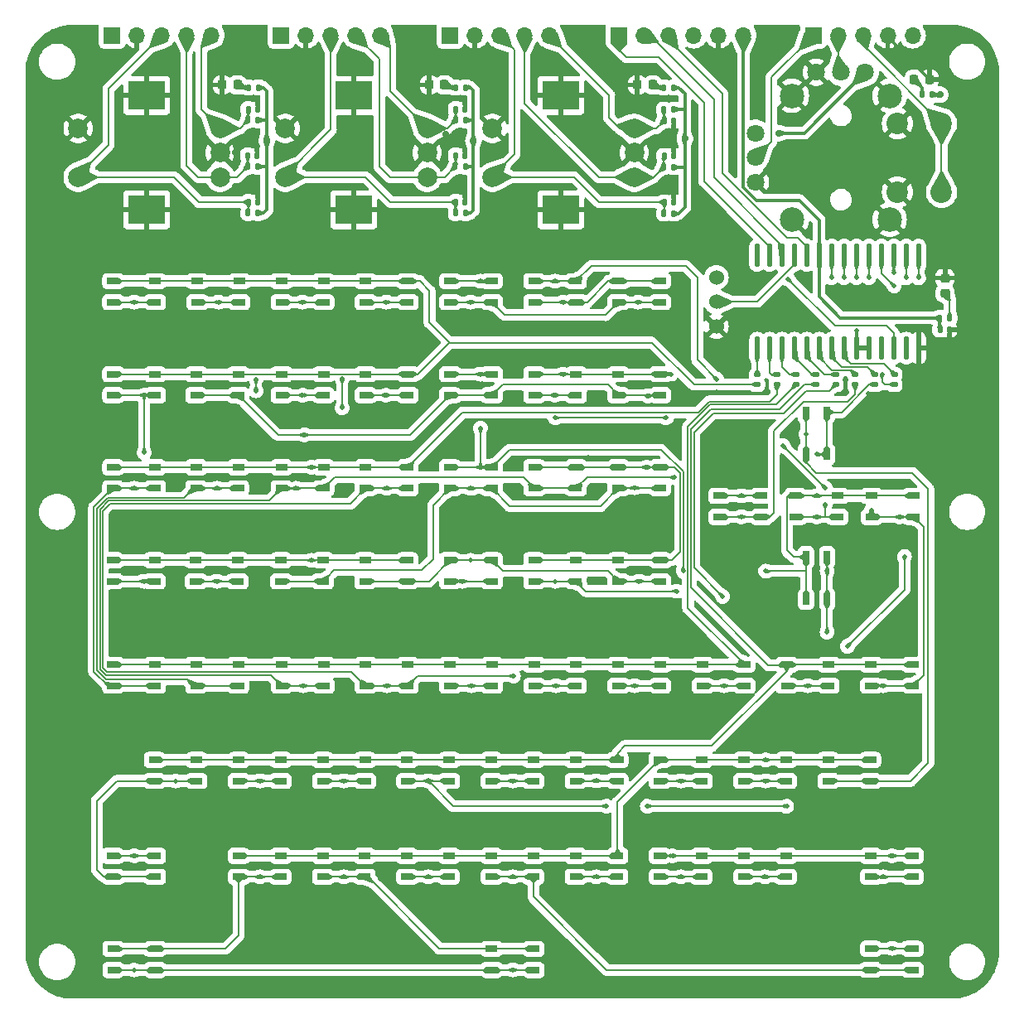
<source format=gtl>
%TF.GenerationSoftware,KiCad,Pcbnew,7.0.5*%
%TF.CreationDate,2023-06-25T15:18:36+08:00*%
%TF.ProjectId,UINIO-Keyboard,55494e49-4f2d-44b6-9579-626f6172642e,Version 2.0.0*%
%TF.SameCoordinates,Original*%
%TF.FileFunction,Copper,L1,Top*%
%TF.FilePolarity,Positive*%
%FSLAX46Y46*%
G04 Gerber Fmt 4.6, Leading zero omitted, Abs format (unit mm)*
G04 Created by KiCad (PCBNEW 7.0.5) date 2023-06-25 15:18:36*
%MOMM*%
%LPD*%
G01*
G04 APERTURE LIST*
G04 Aperture macros list*
%AMRoundRect*
0 Rectangle with rounded corners*
0 $1 Rounding radius*
0 $2 $3 $4 $5 $6 $7 $8 $9 X,Y pos of 4 corners*
0 Add a 4 corners polygon primitive as box body*
4,1,4,$2,$3,$4,$5,$6,$7,$8,$9,$2,$3,0*
0 Add four circle primitives for the rounded corners*
1,1,$1+$1,$2,$3*
1,1,$1+$1,$4,$5*
1,1,$1+$1,$6,$7*
1,1,$1+$1,$8,$9*
0 Add four rect primitives between the rounded corners*
20,1,$1+$1,$2,$3,$4,$5,0*
20,1,$1+$1,$4,$5,$6,$7,0*
20,1,$1+$1,$6,$7,$8,$9,0*
20,1,$1+$1,$8,$9,$2,$3,0*%
G04 Aperture macros list end*
%TA.AperFunction,SMDPad,CuDef*%
%ADD10R,1.200000X0.650000*%
%TD*%
%TA.AperFunction,SMDPad,CuDef*%
%ADD11RoundRect,0.135000X-0.135000X-0.185000X0.135000X-0.185000X0.135000X0.185000X-0.135000X0.185000X0*%
%TD*%
%TA.AperFunction,SMDPad,CuDef*%
%ADD12RoundRect,0.140000X-0.140000X-0.170000X0.140000X-0.170000X0.140000X0.170000X-0.140000X0.170000X0*%
%TD*%
%TA.AperFunction,ComponentPad*%
%ADD13C,2.000000*%
%TD*%
%TA.AperFunction,ComponentPad*%
%ADD14R,3.800000X3.000000*%
%TD*%
%TA.AperFunction,ComponentPad*%
%ADD15R,1.700000X1.700000*%
%TD*%
%TA.AperFunction,ComponentPad*%
%ADD16O,1.700000X1.700000*%
%TD*%
%TA.AperFunction,SMDPad,CuDef*%
%ADD17RoundRect,0.135000X-0.185000X0.135000X-0.185000X-0.135000X0.185000X-0.135000X0.185000X0.135000X0*%
%TD*%
%TA.AperFunction,SMDPad,CuDef*%
%ADD18RoundRect,0.218750X0.218750X0.256250X-0.218750X0.256250X-0.218750X-0.256250X0.218750X-0.256250X0*%
%TD*%
%TA.AperFunction,ComponentPad*%
%ADD19C,1.800000*%
%TD*%
%TA.AperFunction,ComponentPad*%
%ADD20C,2.500000*%
%TD*%
%TA.AperFunction,ComponentPad*%
%ADD21C,2.200000*%
%TD*%
%TA.AperFunction,SMDPad,CuDef*%
%ADD22RoundRect,0.218750X-0.218750X-0.256250X0.218750X-0.256250X0.218750X0.256250X-0.218750X0.256250X0*%
%TD*%
%TA.AperFunction,ComponentPad*%
%ADD23C,1.524000*%
%TD*%
%TA.AperFunction,SMDPad,CuDef*%
%ADD24R,0.650000X1.200000*%
%TD*%
%TA.AperFunction,SMDPad,CuDef*%
%ADD25RoundRect,0.218750X-0.256250X0.218750X-0.256250X-0.218750X0.256250X-0.218750X0.256250X0.218750X0*%
%TD*%
%TA.AperFunction,SMDPad,CuDef*%
%ADD26O,0.574000X2.388000*%
%TD*%
%TA.AperFunction,SMDPad,CuDef*%
%ADD27RoundRect,0.135000X0.135000X0.185000X-0.135000X0.185000X-0.135000X-0.185000X0.135000X-0.185000X0*%
%TD*%
%TA.AperFunction,ViaPad*%
%ADD28C,0.500000*%
%TD*%
%TA.AperFunction,ViaPad*%
%ADD29C,0.700000*%
%TD*%
%TA.AperFunction,Conductor*%
%ADD30C,0.200000*%
%TD*%
%TA.AperFunction,Conductor*%
%ADD31C,0.300000*%
%TD*%
G04 APERTURE END LIST*
D10*
%TO.P,K29,1,1*%
%TO.N,Net-(K25-Pad1)*%
X128082500Y-126150000D03*
%TO.P,K29,2,2*%
X132382500Y-126150000D03*
%TO.P,K29,3,3*%
%TO.N,/SEG4*%
X128082500Y-128300000D03*
%TO.P,K29,4,4*%
X132382500Y-128300000D03*
%TD*%
%TO.P,K53,1,1*%
%TO.N,Net-(K49-Pad1)*%
X141055000Y-77225000D03*
%TO.P,K53,2,2*%
X145355000Y-77225000D03*
%TO.P,K53,3,3*%
%TO.N,/SEG4*%
X141055000Y-79375000D03*
%TO.P,K53,4,4*%
X145355000Y-79375000D03*
%TD*%
%TO.P,K11,1,1*%
%TO.N,Net-(K10-Pad1)*%
X123842500Y-96241666D03*
%TO.P,K11,2,2*%
X128142500Y-96241666D03*
%TO.P,K11,3,3*%
%TO.N,/SEG2*%
X123842500Y-98391666D03*
%TO.P,K11,4,4*%
X128142500Y-98391666D03*
%TD*%
%TO.P,K42,1,1*%
%TO.N,Net-(K41-Pad1)*%
X171098750Y-135950000D03*
%TO.P,K42,2,2*%
X175398750Y-135950000D03*
%TO.P,K42,3,3*%
%TO.N,/SEG1*%
X171098750Y-138100000D03*
%TO.P,K42,4,4*%
X175398750Y-138100000D03*
%TD*%
D11*
%TO.P,R9,1*%
%TO.N,/EC11-D-1*%
X120430000Y-70280000D03*
%TO.P,R9,2*%
%TO.N,/EC11-VCC-1*%
X121450000Y-70280000D03*
%TD*%
D12*
%TO.P,C9,1*%
%TO.N,/EC11-D-3*%
X162960000Y-69170000D03*
%TO.P,C9,2*%
%TO.N,GND*%
X163920000Y-69170000D03*
%TD*%
D10*
%TO.P,K40,1,1*%
%TO.N,Net-(K33-Pad1)*%
X153886250Y-135950000D03*
%TO.P,K40,2,2*%
X158186250Y-135950000D03*
%TO.P,K40,3,3*%
%TO.N,/SEG7*%
X153886250Y-138100000D03*
%TO.P,K40,4,4*%
X158186250Y-138100000D03*
%TD*%
%TO.P,K4,1,1*%
%TO.N,Net-(K1-Pad1)*%
X132448750Y-77225000D03*
%TO.P,K4,2,2*%
X136748750Y-77225000D03*
%TO.P,K4,3,3*%
%TO.N,/SEG3*%
X132448750Y-79375000D03*
%TO.P,K4,4,4*%
X136748750Y-79375000D03*
%TD*%
%TO.P,K26,1,1*%
%TO.N,Net-(K25-Pad1)*%
X184086250Y-116425000D03*
%TO.P,K26,2,2*%
X188386250Y-116425000D03*
%TO.P,K26,3,3*%
%TO.N,/SEG1*%
X184086250Y-118575000D03*
%TO.P,K26,4,4*%
X188386250Y-118575000D03*
%TD*%
D13*
%TO.P,U2,1,A*%
%TO.N,/EC11-A-1*%
X117561000Y-66600000D03*
%TO.P,U2,2,C*%
%TO.N,GND*%
X117561000Y-64100000D03*
%TO.P,U2,3,B*%
%TO.N,/EC11-B-1*%
X117561000Y-61600000D03*
%TO.P,U2,4,E*%
%TO.N,GND*%
X103061000Y-61600000D03*
%TO.P,U2,5,D*%
%TO.N,/EC11-D-1*%
X103061000Y-66600000D03*
D14*
%TO.P,U2,6,EP*%
%TO.N,GND*%
X110061000Y-69950000D03*
%TO.P,U2,7,EP*%
X110061000Y-58250000D03*
%TD*%
D15*
%TO.P,J5,1,Pin_1*%
%TO.N,/EC11-VCC-3*%
X141085000Y-52100000D03*
D16*
%TO.P,J5,2,Pin_2*%
%TO.N,GND*%
X143625000Y-52100000D03*
%TO.P,J5,3,Pin_3*%
%TO.N,/EC11-D-3*%
X146165000Y-52100000D03*
%TO.P,J5,4,Pin_4*%
%TO.N,/EC11-A-3*%
X148705000Y-52100000D03*
%TO.P,J5,5,Pin_5*%
%TO.N,/EC11-B-3*%
X151245000Y-52100000D03*
%TD*%
D10*
%TO.P,K59,1,1*%
%TO.N,Net-(K57-Pad1)*%
X149661012Y-96241666D03*
%TO.P,K59,2,2*%
X153961012Y-96241666D03*
%TO.P,K59,3,3*%
%TO.N,/SEG2*%
X149661012Y-98391666D03*
%TO.P,K59,4,4*%
X153961012Y-98391666D03*
%TD*%
D11*
%TO.P,R19,1*%
%TO.N,/EC11-D-3*%
X162930000Y-70310000D03*
%TO.P,R19,2*%
%TO.N,/EC11-VCC-3*%
X163950000Y-70310000D03*
%TD*%
D10*
%TO.P,K58,1,1*%
%TO.N,Net-(K57-Pad1)*%
X149661250Y-86733333D03*
%TO.P,K58,2,2*%
X153961250Y-86733333D03*
%TO.P,K58,3,3*%
%TO.N,/SEG1*%
X149661250Y-88883333D03*
%TO.P,K58,4,4*%
X153961250Y-88883333D03*
%TD*%
D13*
%TO.P,U3,1,A*%
%TO.N,/EC11-A-2*%
X138730000Y-66600000D03*
%TO.P,U3,2,C*%
%TO.N,GND*%
X138730000Y-64100000D03*
%TO.P,U3,3,B*%
%TO.N,/EC11-B-2*%
X138730000Y-61600000D03*
%TO.P,U3,4,E*%
%TO.N,GND*%
X124230000Y-61600000D03*
%TO.P,U3,5,D*%
%TO.N,/EC11-D-2*%
X124230000Y-66600000D03*
D14*
%TO.P,U3,6,EP*%
%TO.N,GND*%
X131230000Y-69950000D03*
%TO.P,U3,7,EP*%
X131230000Y-58250000D03*
%TD*%
D10*
%TO.P,K30,1,1*%
%TO.N,Net-(K25-Pad1)*%
X136688750Y-126150000D03*
%TO.P,K30,2,2*%
X140988750Y-126150000D03*
%TO.P,K30,3,3*%
%TO.N,/SEG5*%
X136688750Y-128300000D03*
%TO.P,K30,4,4*%
X140988750Y-128300000D03*
%TD*%
D12*
%TO.P,C3,1*%
%TO.N,/EC11-D-1*%
X120460000Y-69140000D03*
%TO.P,C3,2*%
%TO.N,GND*%
X121420000Y-69140000D03*
%TD*%
D10*
%TO.P,K44,1,1*%
%TO.N,Net-(K41-Pad1)*%
X110953750Y-147620000D03*
%TO.P,K44,2,2*%
X106653750Y-147620000D03*
%TO.P,K44,3,3*%
%TO.N,/SEG3*%
X110953750Y-145470000D03*
%TO.P,K44,4,4*%
X106653750Y-145470000D03*
%TD*%
%TO.P,K39,1,1*%
%TO.N,Net-(K33-Pad1)*%
X145295000Y-135950000D03*
%TO.P,K39,2,2*%
X149595000Y-135950000D03*
%TO.P,K39,3,3*%
%TO.N,/SEG6*%
X145295000Y-138100000D03*
%TO.P,K39,4,4*%
X149595000Y-138100000D03*
%TD*%
D17*
%TO.P,R6,1*%
%TO.N,/DIG5*%
X176465714Y-86780000D03*
%TO.P,R6,2*%
%TO.N,Net-(K17-Pad1)*%
X176465714Y-87800000D03*
%TD*%
D11*
%TO.P,R11,1*%
%TO.N,/EC11-D-2*%
X141620000Y-70280000D03*
%TO.P,R11,2*%
%TO.N,/EC11-VCC-2*%
X142640000Y-70280000D03*
%TD*%
D10*
%TO.P,K17,1,1*%
%TO.N,Net-(K17-Pad1)*%
X106630000Y-116425000D03*
%TO.P,K17,2,2*%
X110930000Y-116425000D03*
%TO.P,K17,3,3*%
%TO.N,/SEG0*%
X106630000Y-118575000D03*
%TO.P,K17,4,4*%
X110930000Y-118575000D03*
%TD*%
D15*
%TO.P,J3,1,Pin_1*%
%TO.N,/EC11-VCC-2*%
X123812500Y-52100000D03*
D16*
%TO.P,J3,2,Pin_2*%
%TO.N,GND*%
X126352500Y-52100000D03*
%TO.P,J3,3,Pin_3*%
%TO.N,/EC11-D-2*%
X128892500Y-52100000D03*
%TO.P,J3,4,Pin_4*%
%TO.N,/EC11-A-2*%
X131432500Y-52100000D03*
%TO.P,J3,5,Pin_5*%
%TO.N,/EC11-B-2*%
X133972500Y-52100000D03*
%TD*%
D11*
%TO.P,R21,1*%
%TO.N,/EC11-B-3*%
X162920000Y-59690000D03*
%TO.P,R21,2*%
%TO.N,/EC11-VCC-3*%
X163940000Y-59690000D03*
%TD*%
D12*
%TO.P,C4,1*%
%TO.N,/EC11-D-2*%
X141650000Y-69140000D03*
%TO.P,C4,2*%
%TO.N,GND*%
X142610000Y-69140000D03*
%TD*%
D10*
%TO.P,K13,1,1*%
%TO.N,Net-(K10-Pad1)*%
X106580000Y-105750000D03*
%TO.P,K13,2,2*%
X110880000Y-105750000D03*
%TO.P,K13,3,3*%
%TO.N,/SEG4*%
X106580000Y-107900000D03*
%TO.P,K13,4,4*%
X110880000Y-107900000D03*
%TD*%
%TO.P,K32,1,1*%
%TO.N,Net-(K25-Pad1)*%
X153901250Y-126150000D03*
%TO.P,K32,2,2*%
X158201250Y-126150000D03*
%TO.P,K32,3,3*%
%TO.N,/SEG7*%
X153901250Y-128300000D03*
%TO.P,K32,4,4*%
X158201250Y-128300000D03*
%TD*%
%TO.P,K55,1,1*%
%TO.N,Net-(K49-Pad1)*%
X141055000Y-96241666D03*
%TO.P,K55,2,2*%
X145355000Y-96241666D03*
%TO.P,K55,3,3*%
%TO.N,/SEG6*%
X141055000Y-98391666D03*
%TO.P,K55,4,4*%
X145355000Y-98391666D03*
%TD*%
%TO.P,K15,1,1*%
%TO.N,Net-(K10-Pad1)*%
X123792500Y-105750000D03*
%TO.P,K15,2,2*%
X128092500Y-105750000D03*
%TO.P,K15,3,3*%
%TO.N,/SEG6*%
X123792500Y-107900000D03*
%TO.P,K15,4,4*%
X128092500Y-107900000D03*
%TD*%
D12*
%TO.P,C1,1*%
%TO.N,/EC11-A-1*%
X120400000Y-64390000D03*
%TO.P,C1,2*%
%TO.N,GND*%
X121360000Y-64390000D03*
%TD*%
D10*
%TO.P,K22,1,1*%
%TO.N,Net-(K17-Pad1)*%
X149661250Y-116425000D03*
%TO.P,K22,2,2*%
X153961250Y-116425000D03*
%TO.P,K22,3,3*%
%TO.N,/SEG5*%
X149661250Y-118575000D03*
%TO.P,K22,4,4*%
X153961250Y-118575000D03*
%TD*%
%TO.P,K12,1,1*%
%TO.N,Net-(K10-Pad1)*%
X132448750Y-96241666D03*
%TO.P,K12,2,2*%
X136748750Y-96241666D03*
%TO.P,K12,3,3*%
%TO.N,/SEG3*%
X132448750Y-98391666D03*
%TO.P,K12,4,4*%
X136748750Y-98391666D03*
%TD*%
%TO.P,K56,1,1*%
%TO.N,Net-(K49-Pad1)*%
X145355000Y-107900000D03*
%TO.P,K56,2,2*%
X141055000Y-107900000D03*
%TO.P,K56,3,3*%
%TO.N,/SEG7*%
X145355000Y-105750000D03*
%TO.P,K56,4,4*%
X141055000Y-105750000D03*
%TD*%
D18*
%TO.P,D5,1,K*%
%TO.N,GND*%
X190057500Y-56600000D03*
%TO.P,D5,2,A*%
%TO.N,Net-(D5-A)*%
X188482500Y-56600000D03*
%TD*%
D11*
%TO.P,R17,1*%
%TO.N,Net-(D3-A)*%
X120457500Y-57430000D03*
%TO.P,R17,2*%
%TO.N,/EC11-VCC-1*%
X121477500Y-57430000D03*
%TD*%
D13*
%TO.P,U4,1,A*%
%TO.N,/EC11-A-3*%
X159899000Y-66600000D03*
%TO.P,U4,2,C*%
%TO.N,GND*%
X159899000Y-64100000D03*
%TO.P,U4,3,B*%
%TO.N,/EC11-B-3*%
X159899000Y-61600000D03*
%TO.P,U4,4,E*%
%TO.N,GND*%
X145399000Y-61600000D03*
%TO.P,U4,5,D*%
%TO.N,/EC11-D-3*%
X145399000Y-66600000D03*
D14*
%TO.P,U4,6,EP*%
%TO.N,GND*%
X152399000Y-69950000D03*
%TO.P,U4,7,EP*%
X152399000Y-58250000D03*
%TD*%
D19*
%TO.P,SW2,1,B*%
%TO.N,/Rocker_VCC*%
X183508000Y-55871000D03*
%TO.P,SW2,2,DTA*%
%TO.N,/Rocker_Y*%
X181008000Y-55871000D03*
%TO.P,SW2,3,A*%
%TO.N,GND*%
X178508000Y-55871000D03*
%TO.P,SW2,4,A*%
%TO.N,/Rocker_VCC*%
X172278000Y-62101000D03*
%TO.P,SW2,5,DTA*%
%TO.N,/Rocker_X*%
X172278000Y-64600000D03*
%TO.P,SW2,6,B*%
%TO.N,GND*%
X172278000Y-67101000D03*
D20*
%TO.P,SW2,7,GND*%
X176008000Y-70925000D03*
%TO.P,SW2,8,GND*%
X186008000Y-70925000D03*
%TO.P,SW2,9,GND*%
X186008000Y-58275000D03*
%TO.P,SW2,10,GND*%
X176008000Y-58275000D03*
D21*
%TO.P,SW2,a,a*%
X186800000Y-68120000D03*
%TO.P,SW2,b,b*%
%TO.N,/Rocker_SW*%
X191300000Y-68120000D03*
%TO.P,SW2,c,c*%
%TO.N,GND*%
X186800000Y-61120000D03*
%TO.P,SW2,d,d*%
%TO.N,/Rocker_SW*%
X191300000Y-61120000D03*
%TD*%
D10*
%TO.P,K7,1,1*%
%TO.N,Net-(K1-Pad1)*%
X123842500Y-86733333D03*
%TO.P,K7,2,2*%
X128142500Y-86733333D03*
%TO.P,K7,3,3*%
%TO.N,/SEG6*%
X123842500Y-88883333D03*
%TO.P,K7,4,4*%
X128142500Y-88883333D03*
%TD*%
%TO.P,K18,1,1*%
%TO.N,Net-(K17-Pad1)*%
X115125333Y-116425000D03*
%TO.P,K18,2,2*%
X119425333Y-116425000D03*
%TO.P,K18,3,3*%
%TO.N,/SEG1*%
X115125333Y-118575000D03*
%TO.P,K18,4,4*%
X119425333Y-118575000D03*
%TD*%
D15*
%TO.P,J2,1,Pin_1*%
%TO.N,/EC11-VCC-1*%
X106540000Y-52100000D03*
D16*
%TO.P,J2,2,Pin_2*%
%TO.N,GND*%
X109080000Y-52100000D03*
%TO.P,J2,3,Pin_3*%
%TO.N,/EC11-D-1*%
X111620000Y-52100000D03*
%TO.P,J2,4,Pin_4*%
%TO.N,/EC11-A-1*%
X114160000Y-52100000D03*
%TO.P,J2,5,Pin_5*%
%TO.N,/EC11-B-1*%
X116700000Y-52100000D03*
%TD*%
D10*
%TO.P,K3,1,1*%
%TO.N,Net-(K1-Pad1)*%
X123842500Y-77225000D03*
%TO.P,K3,2,2*%
X128142500Y-77225000D03*
%TO.P,K3,3,3*%
%TO.N,/SEG2*%
X123842500Y-79375000D03*
%TO.P,K3,4,4*%
X128142500Y-79375000D03*
%TD*%
%TO.P,K54,1,1*%
%TO.N,Net-(K49-Pad1)*%
X141055000Y-86733333D03*
%TO.P,K54,2,2*%
X145355000Y-86733333D03*
%TO.P,K54,3,3*%
%TO.N,/SEG5*%
X141055000Y-88883333D03*
%TO.P,K54,4,4*%
X145355000Y-88883333D03*
%TD*%
%TO.P,K34,1,1*%
%TO.N,Net-(K33-Pad1)*%
X171113750Y-126150000D03*
%TO.P,K34,2,2*%
X175413750Y-126150000D03*
%TO.P,K34,3,3*%
%TO.N,/SEG1*%
X171113750Y-128300000D03*
%TO.P,K34,4,4*%
X175413750Y-128300000D03*
%TD*%
%TO.P,K50,1,1*%
%TO.N,Net-(K49-Pad1)*%
X184140000Y-99165000D03*
%TO.P,K50,2,2*%
X188440000Y-99165000D03*
%TO.P,K50,3,3*%
%TO.N,/SEG1*%
X184140000Y-101315000D03*
%TO.P,K50,4,4*%
X188440000Y-101315000D03*
%TD*%
%TO.P,K24,1,1*%
%TO.N,Net-(K17-Pad1)*%
X166873750Y-116425000D03*
%TO.P,K24,2,2*%
X171173750Y-116425000D03*
%TO.P,K24,3,3*%
%TO.N,/SEG7*%
X166873750Y-118575000D03*
%TO.P,K24,4,4*%
X171173750Y-118575000D03*
%TD*%
%TO.P,K64,1,1*%
%TO.N,Net-(K57-Pad1)*%
X158267500Y-105750000D03*
%TO.P,K64,2,2*%
X162567500Y-105750000D03*
%TO.P,K64,3,3*%
%TO.N,/SEG7*%
X158267500Y-107900000D03*
%TO.P,K64,4,4*%
X162567500Y-107900000D03*
%TD*%
D17*
%TO.P,R3,1*%
%TO.N,/DIG2*%
X182482856Y-86780000D03*
%TO.P,R3,2*%
%TO.N,Net-(K41-Pad1)*%
X182482856Y-87800000D03*
%TD*%
D10*
%TO.P,K16,1,1*%
%TO.N,Net-(K10-Pad1)*%
X132398750Y-105750000D03*
%TO.P,K16,2,2*%
X136698750Y-105750000D03*
%TO.P,K16,3,3*%
%TO.N,/SEG7*%
X132398750Y-107900000D03*
%TO.P,K16,4,4*%
X136698750Y-107900000D03*
%TD*%
%TO.P,K49,1,1*%
%TO.N,Net-(K49-Pad1)*%
X176370000Y-99165000D03*
%TO.P,K49,2,2*%
X180670000Y-99165000D03*
%TO.P,K49,3,3*%
%TO.N,/SEG0*%
X176370000Y-101315000D03*
%TO.P,K49,4,4*%
X180670000Y-101315000D03*
%TD*%
%TO.P,K14,1,1*%
%TO.N,Net-(K10-Pad1)*%
X115075333Y-105750000D03*
%TO.P,K14,2,2*%
X119375333Y-105750000D03*
%TO.P,K14,3,3*%
%TO.N,/SEG5*%
X115075333Y-107900000D03*
%TO.P,K14,4,4*%
X119375333Y-107900000D03*
%TD*%
%TO.P,K21,1,1*%
%TO.N,Net-(K17-Pad1)*%
X141055000Y-116425000D03*
%TO.P,K21,2,2*%
X145355000Y-116425000D03*
%TO.P,K21,3,3*%
%TO.N,/SEG4*%
X141055000Y-118575000D03*
%TO.P,K21,4,4*%
X145355000Y-118575000D03*
%TD*%
%TO.P,K31,1,1*%
%TO.N,Net-(K25-Pad1)*%
X145295000Y-126150000D03*
%TO.P,K31,2,2*%
X149595000Y-126150000D03*
%TO.P,K31,3,3*%
%TO.N,/SEG6*%
X145295000Y-128300000D03*
%TO.P,K31,4,4*%
X149595000Y-128300000D03*
%TD*%
%TO.P,K19,1,1*%
%TO.N,Net-(K17-Pad1)*%
X123858666Y-116425000D03*
%TO.P,K19,2,2*%
X128158666Y-116425000D03*
%TO.P,K19,3,3*%
%TO.N,/SEG2*%
X123858666Y-118575000D03*
%TO.P,K19,4,4*%
X128158666Y-118575000D03*
%TD*%
%TO.P,K5,1,1*%
%TO.N,Net-(K1-Pad1)*%
X106630000Y-86733332D03*
%TO.P,K5,2,2*%
X110930000Y-86733332D03*
%TO.P,K5,3,3*%
%TO.N,/SEG4*%
X106630000Y-88883332D03*
%TO.P,K5,4,4*%
X110930000Y-88883332D03*
%TD*%
%TO.P,K60,1,1*%
%TO.N,Net-(K57-Pad1)*%
X149661250Y-105750000D03*
%TO.P,K60,2,2*%
X153961250Y-105750000D03*
%TO.P,K60,3,3*%
%TO.N,/SEG3*%
X149661250Y-107900000D03*
%TO.P,K60,4,4*%
X153961250Y-107900000D03*
%TD*%
%TO.P,K33,1,1*%
%TO.N,Net-(K33-Pad1)*%
X162507500Y-126150000D03*
%TO.P,K33,2,2*%
X166807500Y-126150000D03*
%TO.P,K33,3,3*%
%TO.N,/SEG0*%
X162507500Y-128300000D03*
%TO.P,K33,4,4*%
X166807500Y-128300000D03*
%TD*%
%TO.P,K9,1,1*%
%TO.N,Net-(K10-Pad1)*%
X106630000Y-96241664D03*
%TO.P,K9,2,2*%
X110930000Y-96241664D03*
%TO.P,K9,3,3*%
%TO.N,/SEG0*%
X106630000Y-98391664D03*
%TO.P,K9,4,4*%
X110930000Y-98391664D03*
%TD*%
%TO.P,K46,1,1*%
%TO.N,Net-(K41-Pad1)*%
X184086250Y-135950000D03*
%TO.P,K46,2,2*%
X188386250Y-135950000D03*
%TO.P,K46,3,3*%
%TO.N,/SEG5*%
X184086250Y-138100000D03*
%TO.P,K46,4,4*%
X188386250Y-138100000D03*
%TD*%
D22*
%TO.P,D4,1,K*%
%TO.N,GND*%
X160222500Y-57170000D03*
%TO.P,D4,2,A*%
%TO.N,Net-(D4-A)*%
X161797500Y-57170000D03*
%TD*%
D10*
%TO.P,K28,1,1*%
%TO.N,Net-(K25-Pad1)*%
X119476250Y-126150000D03*
%TO.P,K28,2,2*%
X123776250Y-126150000D03*
%TO.P,K28,3,3*%
%TO.N,/SEG3*%
X119476250Y-128300000D03*
%TO.P,K28,4,4*%
X123776250Y-128300000D03*
%TD*%
%TO.P,K35,1,1*%
%TO.N,Net-(K33-Pad1)*%
X179720000Y-126150000D03*
%TO.P,K35,2,2*%
X184020000Y-126150000D03*
%TO.P,K35,3,3*%
%TO.N,/SEG2*%
X179720000Y-128300000D03*
%TO.P,K35,4,4*%
X184020000Y-128300000D03*
%TD*%
D23*
%TO.P,SW1,1,1*%
%TO.N,GND*%
X168290000Y-81840000D03*
%TO.P,SW1,2,2*%
%TO.N,/LOAD*%
X168290000Y-79340000D03*
%TO.P,SW1,3,3*%
%TO.N,/VCC*%
X168290000Y-76840000D03*
%TD*%
D10*
%TO.P,K10,1,1*%
%TO.N,Net-(K10-Pad1)*%
X115125333Y-96241666D03*
%TO.P,K10,2,2*%
X119425333Y-96241666D03*
%TO.P,K10,3,3*%
%TO.N,/SEG1*%
X115125333Y-98391666D03*
%TO.P,K10,4,4*%
X119425333Y-98391666D03*
%TD*%
D11*
%TO.P,R13,1*%
%TO.N,/EC11-B-1*%
X120420000Y-60790000D03*
%TO.P,R13,2*%
%TO.N,/EC11-VCC-1*%
X121440000Y-60790000D03*
%TD*%
%TO.P,R10,1*%
%TO.N,/EC11-A-1*%
X120370000Y-65540000D03*
%TO.P,R10,2*%
%TO.N,/EC11-VCC-1*%
X121390000Y-65540000D03*
%TD*%
D12*
%TO.P,C7,1*%
%TO.N,/VCC*%
X191135000Y-82166250D03*
%TO.P,C7,2*%
%TO.N,GND*%
X192095000Y-82166250D03*
%TD*%
D15*
%TO.P,J4,1,Pin_1*%
%TO.N,/Rocker_X*%
X178180000Y-52100000D03*
D16*
%TO.P,J4,2,Pin_2*%
%TO.N,/Rocker_Y*%
X180720000Y-52100000D03*
%TO.P,J4,3,Pin_3*%
%TO.N,/Rocker_SW*%
X183260000Y-52100000D03*
%TO.P,J4,4,Pin_4*%
%TO.N,GND*%
X185800000Y-52100000D03*
%TO.P,J4,5,Pin_5*%
%TO.N,/Rocker_VCC*%
X188340000Y-52100000D03*
%TD*%
D24*
%TO.P,K51,1,1*%
%TO.N,Net-(K49-Pad1)*%
X179585000Y-90630000D03*
%TO.P,K51,2,2*%
X179585000Y-94930000D03*
%TO.P,K51,3,3*%
%TO.N,/SEG2*%
X177435000Y-90630000D03*
%TO.P,K51,4,4*%
X177435000Y-94930000D03*
%TD*%
D25*
%TO.P,D1,1,K*%
%TO.N,GND*%
X191650000Y-76902250D03*
%TO.P,D1,2,A*%
%TO.N,Net-(D1-A)*%
X191650000Y-78477250D03*
%TD*%
D11*
%TO.P,R16,1*%
%TO.N,Net-(D2-A)*%
X141610000Y-57430000D03*
%TO.P,R16,2*%
%TO.N,/EC11-VCC-2*%
X142630000Y-57430000D03*
%TD*%
D15*
%TO.P,J1,1,Pin_1*%
%TO.N,/DCLK*%
X158357500Y-52100000D03*
D16*
%TO.P,J1,2,Pin_2*%
%TO.N,/DIN*%
X160897500Y-52100000D03*
%TO.P,J1,3,Pin_3*%
%TO.N,/DOUT*%
X163437500Y-52100000D03*
%TO.P,J1,4,Pin_4*%
%TO.N,/RST*%
X165977500Y-52100000D03*
%TO.P,J1,5,Pin_5*%
%TO.N,GND*%
X168517500Y-52100000D03*
%TO.P,J1,6,Pin_6*%
%TO.N,/VCC*%
X171057500Y-52100000D03*
%TD*%
D10*
%TO.P,K8,1,1*%
%TO.N,Net-(K1-Pad1)*%
X132448750Y-86733333D03*
%TO.P,K8,2,2*%
X136748750Y-86733333D03*
%TO.P,K8,3,3*%
%TO.N,/SEG7*%
X132448750Y-88883333D03*
%TO.P,K8,4,4*%
X136748750Y-88883333D03*
%TD*%
%TO.P,K63,1,1*%
%TO.N,Net-(K57-Pad1)*%
X158267500Y-96241666D03*
%TO.P,K63,2,2*%
X162567500Y-96241666D03*
%TO.P,K63,3,3*%
%TO.N,/SEG6*%
X158267500Y-98391666D03*
%TO.P,K63,4,4*%
X162567500Y-98391666D03*
%TD*%
%TO.P,K20,1,1*%
%TO.N,Net-(K17-Pad1)*%
X132448750Y-116425000D03*
%TO.P,K20,2,2*%
X136748750Y-116425000D03*
%TO.P,K20,3,3*%
%TO.N,/SEG3*%
X132448750Y-118575000D03*
%TO.P,K20,4,4*%
X136748750Y-118575000D03*
%TD*%
D24*
%TO.P,K52,1,1*%
%TO.N,Net-(K49-Pad1)*%
X177450000Y-109720000D03*
%TO.P,K52,2,2*%
X177450000Y-105420000D03*
%TO.P,K52,3,3*%
%TO.N,/SEG3*%
X179600000Y-109720000D03*
%TO.P,K52,4,4*%
X179600000Y-105420000D03*
%TD*%
D12*
%TO.P,C8,1*%
%TO.N,/EC11-A-3*%
X162939000Y-64420000D03*
%TO.P,C8,2*%
%TO.N,GND*%
X163899000Y-64420000D03*
%TD*%
D11*
%TO.P,R12,1*%
%TO.N,/EC11-A-2*%
X141599000Y-65540000D03*
%TO.P,R12,2*%
%TO.N,/EC11-VCC-2*%
X142619000Y-65540000D03*
%TD*%
%TO.P,R18,1*%
%TO.N,Net-(D4-A)*%
X162910000Y-57430000D03*
%TO.P,R18,2*%
%TO.N,/EC11-VCC-3*%
X163930000Y-57430000D03*
%TD*%
D10*
%TO.P,K6,1,1*%
%TO.N,Net-(K1-Pad1)*%
X115125333Y-86733333D03*
%TO.P,K6,2,2*%
X119425333Y-86733333D03*
%TO.P,K6,3,3*%
%TO.N,/SEG5*%
X115125333Y-88883333D03*
%TO.P,K6,4,4*%
X119425333Y-88883333D03*
%TD*%
%TO.P,K36,1,1*%
%TO.N,Net-(K33-Pad1)*%
X119470000Y-135950000D03*
%TO.P,K36,2,2*%
X123770000Y-135950000D03*
%TO.P,K36,3,3*%
%TO.N,/SEG3*%
X119470000Y-138100000D03*
%TO.P,K36,4,4*%
X123770000Y-138100000D03*
%TD*%
%TO.P,K45,1,1*%
%TO.N,Net-(K41-Pad1)*%
X149618750Y-147620000D03*
%TO.P,K45,2,2*%
X145318750Y-147620000D03*
%TO.P,K45,3,3*%
%TO.N,/SEG4*%
X149618750Y-145470000D03*
%TO.P,K45,4,4*%
X145318750Y-145470000D03*
%TD*%
D11*
%TO.P,R14,1*%
%TO.N,/EC11-B-2*%
X141610000Y-60790000D03*
%TO.P,R14,2*%
%TO.N,/EC11-VCC-2*%
X142630000Y-60790000D03*
%TD*%
D17*
%TO.P,R4,1*%
%TO.N,/DIG3*%
X180477142Y-86780000D03*
%TO.P,R4,2*%
%TO.N,Net-(K33-Pad1)*%
X180477142Y-87800000D03*
%TD*%
D10*
%TO.P,K48,1,1*%
%TO.N,Net-(K41-Pad1)*%
X172900000Y-101315000D03*
%TO.P,K48,2,2*%
X168600000Y-101315000D03*
%TO.P,K48,3,3*%
%TO.N,/SEG7*%
X172900000Y-99165000D03*
%TO.P,K48,4,4*%
X168600000Y-99165000D03*
%TD*%
D17*
%TO.P,R1,1*%
%TO.N,/DIG0*%
X186494286Y-86780000D03*
%TO.P,R1,2*%
%TO.N,Net-(K57-Pad1)*%
X186494286Y-87800000D03*
%TD*%
D10*
%TO.P,K1,1,1*%
%TO.N,Net-(K1-Pad1)*%
X106630000Y-77225000D03*
%TO.P,K1,2,2*%
X110930000Y-77225000D03*
%TO.P,K1,3,3*%
%TO.N,/SEG0*%
X106630000Y-79375000D03*
%TO.P,K1,4,4*%
X110930000Y-79375000D03*
%TD*%
%TO.P,K27,1,1*%
%TO.N,Net-(K25-Pad1)*%
X110870000Y-126150000D03*
%TO.P,K27,2,2*%
X115170000Y-126150000D03*
%TO.P,K27,3,3*%
%TO.N,/SEG2*%
X110870000Y-128300000D03*
%TO.P,K27,4,4*%
X115170000Y-128300000D03*
%TD*%
%TO.P,K47,1,1*%
%TO.N,Net-(K41-Pad1)*%
X184050000Y-145455000D03*
%TO.P,K47,2,2*%
X188350000Y-145455000D03*
%TO.P,K47,3,3*%
%TO.N,/SEG6*%
X184050000Y-147605000D03*
%TO.P,K47,4,4*%
X188350000Y-147605000D03*
%TD*%
D17*
%TO.P,R8,1*%
%TO.N,/DIG7*%
X172454286Y-86780000D03*
%TO.P,R8,2*%
%TO.N,Net-(K1-Pad1)*%
X172454286Y-87800000D03*
%TD*%
D10*
%TO.P,K37,1,1*%
%TO.N,Net-(K33-Pad1)*%
X128067500Y-135950000D03*
%TO.P,K37,2,2*%
X132367500Y-135950000D03*
%TO.P,K37,3,3*%
%TO.N,/SEG4*%
X128067500Y-138100000D03*
%TO.P,K37,4,4*%
X132367500Y-138100000D03*
%TD*%
D12*
%TO.P,C2,1*%
%TO.N,/EC11-A-2*%
X141629000Y-64390000D03*
%TO.P,C2,2*%
%TO.N,GND*%
X142589000Y-64390000D03*
%TD*%
D17*
%TO.P,R5,1*%
%TO.N,/DIG4*%
X178471428Y-86780000D03*
%TO.P,R5,2*%
%TO.N,Net-(K25-Pad1)*%
X178471428Y-87800000D03*
%TD*%
D22*
%TO.P,D3,1,K*%
%TO.N,GND*%
X117762500Y-57170000D03*
%TO.P,D3,2,A*%
%TO.N,Net-(D3-A)*%
X119337500Y-57170000D03*
%TD*%
D10*
%TO.P,K2,1,1*%
%TO.N,Net-(K1-Pad1)*%
X115236250Y-77225000D03*
%TO.P,K2,2,2*%
X119536250Y-77225000D03*
%TO.P,K2,3,3*%
%TO.N,/SEG1*%
X115236250Y-79375000D03*
%TO.P,K2,4,4*%
X119536250Y-79375000D03*
%TD*%
%TO.P,K41,1,1*%
%TO.N,Net-(K41-Pad1)*%
X162492500Y-135950000D03*
%TO.P,K41,2,2*%
X166792500Y-135950000D03*
%TO.P,K41,3,3*%
%TO.N,/SEG0*%
X162492500Y-138100000D03*
%TO.P,K41,4,4*%
X166792500Y-138100000D03*
%TD*%
D12*
%TO.P,C5,1*%
%TO.N,/EC11-B-1*%
X120450000Y-59660000D03*
%TO.P,C5,2*%
%TO.N,GND*%
X121410000Y-59660000D03*
%TD*%
%TO.P,C6,1*%
%TO.N,/EC11-B-2*%
X141640000Y-59660000D03*
%TO.P,C6,2*%
%TO.N,GND*%
X142600000Y-59660000D03*
%TD*%
D10*
%TO.P,K23,1,1*%
%TO.N,Net-(K17-Pad1)*%
X158267500Y-116425000D03*
%TO.P,K23,2,2*%
X162567500Y-116425000D03*
%TO.P,K23,3,3*%
%TO.N,/SEG6*%
X158267500Y-118575000D03*
%TO.P,K23,4,4*%
X162567500Y-118575000D03*
%TD*%
%TO.P,K62,1,1*%
%TO.N,Net-(K57-Pad1)*%
X158267500Y-86733333D03*
%TO.P,K62,2,2*%
X162567500Y-86733333D03*
%TO.P,K62,3,3*%
%TO.N,/SEG5*%
X158267500Y-88883333D03*
%TO.P,K62,4,4*%
X162567500Y-88883333D03*
%TD*%
D26*
%TO.P,U1,1,DIG7*%
%TO.N,/DIG7*%
X172445000Y-84084000D03*
%TO.P,U1,2,DIG6*%
%TO.N,/DIG6*%
X173715000Y-84084000D03*
%TO.P,U1,3,DIG5*%
%TO.N,/DIG5*%
X174985000Y-84084000D03*
%TO.P,U1,4,DIG4*%
%TO.N,/DIG4*%
X176255000Y-84084000D03*
%TO.P,U1,5,DIG3*%
%TO.N,/DIG3*%
X177525000Y-84084000D03*
%TO.P,U1,6,DIG2*%
%TO.N,/DIG2*%
X178795000Y-84084000D03*
%TO.P,U1,7,DIG1*%
%TO.N,/DIG1*%
X180065000Y-84084000D03*
%TO.P,U1,8,DIG0*%
%TO.N,/DIG0*%
X181335000Y-84084000D03*
%TO.P,U1,9,GND*%
%TO.N,GND*%
X182605000Y-84084000D03*
%TO.P,U1,10,GND*%
X183875000Y-84084000D03*
%TO.P,U1,11,NC*%
%TO.N,unconnected-(U1-NC-Pad11)*%
X185145000Y-84084000D03*
%TO.P,U1,12,RST*%
%TO.N,/RST*%
X186415000Y-84084000D03*
%TO.P,U1,13,RST#*%
%TO.N,unconnected-(U1-RST#-Pad13)*%
X187685000Y-84084000D03*
%TO.P,U1,14,H3L2*%
%TO.N,GND*%
X188955000Y-84084000D03*
%TO.P,U1,15,SEG0*%
%TO.N,/SEG0*%
X188955000Y-74596000D03*
%TO.P,U1,16,SEG1*%
%TO.N,/SEG1*%
X187685000Y-74596000D03*
%TO.P,U1,17,SEG2*%
%TO.N,/SEG2*%
X186415000Y-74596000D03*
%TO.P,U1,18,SEG3*%
%TO.N,/SEG3*%
X185145000Y-74596000D03*
%TO.P,U1,19,SEG4*%
%TO.N,/SEG4*%
X183875000Y-74596000D03*
%TO.P,U1,20,SEG5*%
%TO.N,/SEG5*%
X182605000Y-74596000D03*
%TO.P,U1,21,SEG6*%
%TO.N,/SEG6*%
X181335000Y-74596000D03*
%TO.P,U1,22,SEG7*%
%TO.N,/SEG7*%
X180065000Y-74596000D03*
%TO.P,U1,23,VCC*%
%TO.N,/VCC*%
X178795000Y-74596000D03*
%TO.P,U1,24,DOUT*%
%TO.N,/DOUT*%
X177525000Y-74596000D03*
%TO.P,U1,25,LOAD*%
%TO.N,/LOAD*%
X176255000Y-74596000D03*
%TO.P,U1,26,DIN*%
%TO.N,/DIN*%
X174985000Y-74596000D03*
%TO.P,U1,27,DCLK*%
%TO.N,/DCLK*%
X173715000Y-74596000D03*
%TO.P,U1,28,RSTI*%
%TO.N,unconnected-(U1-RSTI-Pad28)*%
X172445000Y-74596000D03*
%TD*%
D17*
%TO.P,R7,1*%
%TO.N,/DIG6*%
X174460000Y-86780000D03*
%TO.P,R7,2*%
%TO.N,Net-(K10-Pad1)*%
X174460000Y-87800000D03*
%TD*%
D10*
%TO.P,K57,1,1*%
%TO.N,Net-(K57-Pad1)*%
X153961250Y-79375000D03*
%TO.P,K57,2,2*%
X149661250Y-79375000D03*
%TO.P,K57,3,3*%
%TO.N,/SEG0*%
X153961250Y-77225000D03*
%TO.P,K57,4,4*%
X149661250Y-77225000D03*
%TD*%
D12*
%TO.P,C10,1*%
%TO.N,/EC11-B-3*%
X162950000Y-60820000D03*
%TO.P,C10,2*%
%TO.N,GND*%
X163910000Y-60820000D03*
%TD*%
D17*
%TO.P,R2,1*%
%TO.N,/DIG1*%
X184488570Y-86780000D03*
%TO.P,R2,2*%
%TO.N,Net-(K49-Pad1)*%
X184488570Y-87800000D03*
%TD*%
D10*
%TO.P,K61,1,1*%
%TO.N,Net-(K57-Pad1)*%
X158267500Y-77225000D03*
%TO.P,K61,2,2*%
X162567500Y-77225000D03*
%TO.P,K61,3,3*%
%TO.N,/SEG4*%
X158267500Y-79375000D03*
%TO.P,K61,4,4*%
X162567500Y-79375000D03*
%TD*%
%TO.P,K38,1,1*%
%TO.N,Net-(K33-Pad1)*%
X136673750Y-135950000D03*
%TO.P,K38,2,2*%
X140973750Y-135950000D03*
%TO.P,K38,3,3*%
%TO.N,/SEG5*%
X136673750Y-138100000D03*
%TO.P,K38,4,4*%
X140973750Y-138100000D03*
%TD*%
D11*
%TO.P,R22,1*%
%TO.N,Net-(D5-A)*%
X189330000Y-58180000D03*
%TO.P,R22,2*%
%TO.N,/Rocker_VCC*%
X190350000Y-58180000D03*
%TD*%
D10*
%TO.P,K25,1,1*%
%TO.N,Net-(K25-Pad1)*%
X175480000Y-116425000D03*
%TO.P,K25,2,2*%
X179780000Y-116425000D03*
%TO.P,K25,3,3*%
%TO.N,/SEG0*%
X175480000Y-118575000D03*
%TO.P,K25,4,4*%
X179780000Y-118575000D03*
%TD*%
D27*
%TO.P,R15,1*%
%TO.N,Net-(D1-A)*%
X192140000Y-80980000D03*
%TO.P,R15,2*%
%TO.N,/VCC*%
X191120000Y-80980000D03*
%TD*%
D10*
%TO.P,K43,1,1*%
%TO.N,Net-(K41-Pad1)*%
X106630000Y-135950000D03*
%TO.P,K43,2,2*%
X110930000Y-135950000D03*
%TO.P,K43,3,3*%
%TO.N,/SEG2*%
X106630000Y-138100000D03*
%TO.P,K43,4,4*%
X110930000Y-138100000D03*
%TD*%
D11*
%TO.P,R20,1*%
%TO.N,/EC11-A-3*%
X162909000Y-65570000D03*
%TO.P,R20,2*%
%TO.N,/EC11-VCC-3*%
X163929000Y-65570000D03*
%TD*%
D22*
%TO.P,D2,1,K*%
%TO.N,GND*%
X138922500Y-57170000D03*
%TO.P,D2,2,A*%
%TO.N,Net-(D2-A)*%
X140497500Y-57170000D03*
%TD*%
D28*
%TO.N,GND*%
X147870000Y-96190000D03*
D29*
X161790000Y-64110000D03*
D28*
X176910000Y-97540000D03*
X183230000Y-84080000D03*
X169610000Y-113670000D03*
X130080000Y-98400000D03*
D29*
X140610000Y-62250000D03*
X119140000Y-64080000D03*
X159700000Y-59430000D03*
D28*
X147870000Y-101230000D03*
X161310000Y-92020000D03*
X182600000Y-79510000D03*
X173340000Y-110800000D03*
X147700000Y-89350000D03*
D29*
X140610000Y-58960000D03*
D28*
X130080000Y-102630000D03*
X168300000Y-88570000D03*
X126000000Y-91130000D03*
X180590000Y-121230000D03*
X182680000Y-100060000D03*
X130130000Y-79360000D03*
X185180000Y-79480000D03*
X174710000Y-52350000D03*
D29*
X161790000Y-67930000D03*
D28*
X182680000Y-97974168D03*
X181310000Y-88720000D03*
X147700000Y-91760000D03*
X168300000Y-94440000D03*
X138890000Y-88010000D03*
D29*
X119140000Y-67900000D03*
D28*
X182670000Y-102030000D03*
X168640000Y-104700000D03*
X162520000Y-103450000D03*
X158290000Y-111900000D03*
X155370000Y-107880000D03*
X120140000Y-102630000D03*
X175790000Y-92850000D03*
D29*
X136350000Y-67830000D03*
D28*
X182610000Y-82300000D03*
X147870000Y-98780000D03*
X176900000Y-77010000D03*
D29*
X155540000Y-59430000D03*
D28*
X163730000Y-106870000D03*
X134450000Y-111900000D03*
X183820000Y-88720000D03*
X155170000Y-95250000D03*
D29*
X136350000Y-65110000D03*
D28*
%TO.N,Net-(K10-Pad1)*%
X126900000Y-105750000D03*
X126900000Y-96241664D03*
%TO.N,Net-(K33-Pad1)*%
X173340000Y-126150000D03*
X168940000Y-109440000D03*
%TO.N,Net-(K41-Pad1)*%
X170840000Y-101310000D03*
X108790000Y-135950000D03*
X163790000Y-135950000D03*
X147490000Y-147620000D03*
X186240000Y-135950000D03*
X186240000Y-145420000D03*
X108785000Y-147620000D03*
%TO.N,Net-(K49-Pad1)*%
X173320000Y-106860000D03*
X144180000Y-96240000D03*
X144170000Y-86730000D03*
X178560000Y-94930000D03*
X144180000Y-92250000D03*
X178560000Y-99165000D03*
X144170000Y-77225000D03*
X164890000Y-106870000D03*
X142300000Y-107900000D03*
%TO.N,Net-(K57-Pad1)*%
X185210500Y-86722434D03*
X152620000Y-86740000D03*
X152620000Y-79375000D03*
X163645000Y-86725000D03*
X161140000Y-96240000D03*
%TO.N,/SEG0*%
X179420000Y-98360000D03*
X168300000Y-87230000D03*
X181695000Y-114555000D03*
X178540000Y-101315000D03*
X108780000Y-79370000D03*
X179420000Y-100030000D03*
X164660000Y-128300000D03*
X187510000Y-105350000D03*
X188960000Y-76900000D03*
X108770000Y-98391664D03*
X175110000Y-94050000D03*
X151820000Y-77225000D03*
X164640000Y-138090000D03*
X177650000Y-118575000D03*
%TO.N,/SEG1*%
X173260000Y-138100000D03*
X151770000Y-88883333D03*
X184160000Y-100610000D03*
X117270000Y-98390000D03*
X187010000Y-101315000D03*
X151780000Y-91190000D03*
X163190000Y-91200000D03*
X185300000Y-118575000D03*
X173340000Y-128300000D03*
X117390000Y-79370000D03*
X187680000Y-76900000D03*
%TO.N,/SEG2*%
X186415000Y-76310000D03*
X177435000Y-92840000D03*
X126080000Y-118575000D03*
X121250000Y-87250000D03*
X121250000Y-88430000D03*
X113030000Y-128300000D03*
X125330000Y-98391666D03*
X163970000Y-97280000D03*
X125990000Y-79380000D03*
%TO.N,/SEG3*%
X179600000Y-106860000D03*
X121630000Y-138100000D03*
X134570000Y-79375000D03*
X121640000Y-128300000D03*
X186470000Y-77740000D03*
X164280000Y-108910000D03*
X134590000Y-98391666D03*
X151840000Y-107900000D03*
X134640000Y-118575000D03*
X147550000Y-117590000D03*
X130040000Y-87220000D03*
X130040000Y-90180000D03*
X179600000Y-113100000D03*
%TO.N,/SEG4*%
X109810000Y-107900000D03*
X109810000Y-94730000D03*
X143240000Y-118575000D03*
X160300000Y-79375000D03*
X183870000Y-76890000D03*
X109820000Y-88883332D03*
X143190000Y-79375000D03*
X130230000Y-128300000D03*
X130230000Y-138100000D03*
%TO.N,/SEG5*%
X182600000Y-76890000D03*
X117230000Y-107900000D03*
X138830000Y-138100000D03*
X161300000Y-88958833D03*
X157060000Y-130880000D03*
X126140000Y-92930000D03*
X138830000Y-128290000D03*
X151880000Y-118575000D03*
X185320000Y-138100000D03*
X175470000Y-130890000D03*
X161220000Y-130890000D03*
%TO.N,/SEG6*%
X147470000Y-138100000D03*
X159940000Y-98340000D03*
X181330000Y-76890000D03*
X143200000Y-98400000D03*
X147460000Y-128300000D03*
X159940000Y-118575000D03*
X126020000Y-88883333D03*
%TO.N,/SEG7*%
X170850000Y-99165000D03*
X169070000Y-118575000D03*
X180060000Y-76890000D03*
X143160000Y-105750000D03*
X160390000Y-107900000D03*
X156000000Y-128290000D03*
X156000000Y-138100000D03*
X134500000Y-88883333D03*
D29*
%TO.N,/EC11-VCC-1*%
X122340000Y-62870000D03*
%TO.N,/EC11-VCC-2*%
X143460000Y-62880000D03*
%TO.N,/EC11-VCC-3*%
X165070000Y-62660000D03*
%TO.N,/Rocker_VCC*%
X174630000Y-62101000D03*
X191180000Y-58180000D03*
D28*
%TO.N,/RST*%
X175610000Y-77020000D03*
%TD*%
D30*
%TO.N,/EC11-A-1*%
X114160000Y-52100000D02*
X114160000Y-65410000D01*
X119310000Y-66600000D02*
X120370000Y-65540000D01*
X115350000Y-66600000D02*
X119310000Y-66600000D01*
X120400000Y-64390000D02*
X120400000Y-65510000D01*
X114160000Y-65410000D02*
X115350000Y-66600000D01*
D31*
%TO.N,GND*%
X185800000Y-52342500D02*
X190057500Y-56600000D01*
D30*
X163910000Y-60820000D02*
X163910000Y-64409000D01*
D31*
X182610000Y-82300000D02*
X182610000Y-84079000D01*
D30*
%TO.N,/EC11-A-2*%
X141629000Y-64390000D02*
X141629000Y-65510000D01*
X140539000Y-66600000D02*
X141599000Y-65540000D01*
X133850000Y-54517500D02*
X133850000Y-65510000D01*
X131432500Y-52100000D02*
X133850000Y-54517500D01*
X133850000Y-65510000D02*
X134940000Y-66600000D01*
X134940000Y-66600000D02*
X140539000Y-66600000D01*
%TO.N,/LOAD*%
X168290000Y-79340000D02*
X172430000Y-79340000D01*
X172430000Y-79340000D02*
X176255000Y-75515000D01*
%TO.N,/DOUT*%
X163437500Y-52597500D02*
X168900000Y-58060000D01*
X168900000Y-66220000D02*
X175510000Y-72830000D01*
X175510000Y-72830000D02*
X176620000Y-72830000D01*
X176620000Y-72830000D02*
X177525000Y-73735000D01*
X168900000Y-58060000D02*
X168900000Y-66220000D01*
%TO.N,/DCLK*%
X158357500Y-52100000D02*
X158357500Y-53597500D01*
X162410000Y-54310000D02*
X167070000Y-58970000D01*
X158357500Y-53597500D02*
X159070000Y-54310000D01*
X167070000Y-67044000D02*
X173715000Y-73689000D01*
X159070000Y-54310000D02*
X162410000Y-54310000D01*
X167070000Y-58970000D02*
X167070000Y-67044000D01*
%TO.N,/DIG0*%
X182044000Y-85700000D02*
X185414286Y-85700000D01*
X181335000Y-84991000D02*
X182044000Y-85700000D01*
X185414286Y-85700000D02*
X186494286Y-86780000D01*
%TO.N,Net-(K1-Pad1)*%
X141000000Y-83510000D02*
X137776667Y-86733333D01*
X141170000Y-83510000D02*
X141030000Y-83510000D01*
X137975000Y-77225000D02*
X136748750Y-77225000D01*
X141170000Y-83510000D02*
X141000000Y-83510000D01*
X172454286Y-87800000D02*
X165990000Y-87800000D01*
X138970000Y-78220000D02*
X137975000Y-77225000D01*
X165990000Y-87800000D02*
X161700000Y-83510000D01*
X161700000Y-83510000D02*
X141170000Y-83510000D01*
X106630000Y-86733332D02*
X136748750Y-86733333D01*
X106630000Y-77225000D02*
X136748750Y-77225000D01*
X138970000Y-81450000D02*
X138970000Y-78220000D01*
X141030000Y-83510000D02*
X138970000Y-81450000D01*
X137776667Y-86733333D02*
X136748750Y-86733333D01*
%TO.N,/DIG1*%
X183708570Y-86000000D02*
X184488570Y-86780000D01*
X180065000Y-84991000D02*
X181074000Y-86000000D01*
X181074000Y-86000000D02*
X183708570Y-86000000D01*
%TO.N,Net-(K10-Pad1)*%
X106580000Y-105750000D02*
X126900000Y-105750000D01*
X106630000Y-96241664D02*
X126900000Y-96241664D01*
X126900000Y-96241664D02*
X136748748Y-96241664D01*
X166435736Y-90630000D02*
X142360416Y-90630000D01*
X174460000Y-88810000D02*
X173750000Y-89520000D01*
X167545736Y-89520000D02*
X166435736Y-90630000D01*
X173750000Y-89520000D02*
X167545736Y-89520000D01*
X126900000Y-105750000D02*
X136698750Y-105750000D01*
X142360416Y-90630000D02*
X136748750Y-96241666D01*
X174460000Y-87800000D02*
X174460000Y-88810000D01*
%TO.N,/DIG2*%
X182012856Y-86310000D02*
X182482856Y-86780000D01*
X180114000Y-86310000D02*
X182012856Y-86310000D01*
X178795000Y-84991000D02*
X180114000Y-86310000D01*
%TO.N,Net-(K17-Pad1)*%
X176400000Y-87800000D02*
X174380000Y-89820000D01*
X106630000Y-116425000D02*
X171173750Y-116425000D01*
X174380000Y-89820000D02*
X167670000Y-89820000D01*
X165390000Y-110641250D02*
X171173750Y-116425000D01*
X167670000Y-89820000D02*
X165390000Y-92100000D01*
X165390000Y-92100000D02*
X165390000Y-110641250D01*
%TO.N,/DIG3*%
X179314000Y-86780000D02*
X180477142Y-86780000D01*
X177525000Y-84991000D02*
X179314000Y-86780000D01*
%TO.N,Net-(K25-Pad1)*%
X178471428Y-87800000D02*
X177259476Y-87800000D01*
X165690000Y-108560000D02*
X173590000Y-116460000D01*
X158900000Y-124730000D02*
X167830000Y-124730000D01*
X158201250Y-126150000D02*
X158201250Y-125428750D01*
X175480000Y-116425000D02*
X188386250Y-116425000D01*
X174739476Y-90320000D02*
X167760000Y-90320000D01*
X173590000Y-116460000D02*
X175445000Y-116460000D01*
X167830000Y-124730000D02*
X175480000Y-117080000D01*
X167760000Y-90320000D02*
X165690000Y-92390000D01*
X158201250Y-125428750D02*
X158900000Y-124730000D01*
X175480000Y-117080000D02*
X175480000Y-116425000D01*
X110870000Y-126150000D02*
X158201250Y-126150000D01*
X177259476Y-87800000D02*
X174739476Y-90320000D01*
X165690000Y-92390000D02*
X165690000Y-108560000D01*
%TO.N,/DIG4*%
X178020000Y-86780000D02*
X178471428Y-86780000D01*
X176255000Y-85015000D02*
X178020000Y-86780000D01*
%TO.N,Net-(K33-Pad1)*%
X173340000Y-126150000D02*
X184020000Y-126150000D01*
X165990000Y-92690000D02*
X167950000Y-90730000D01*
X162507500Y-126150000D02*
X173340000Y-126150000D01*
X175160000Y-90730000D02*
X177450000Y-88440000D01*
X168940000Y-109440000D02*
X165990000Y-106490000D01*
X165990000Y-106490000D02*
X165990000Y-92690000D01*
X119470000Y-135950000D02*
X158186250Y-135950000D01*
X179830000Y-88440000D02*
X180470000Y-87800000D01*
X158186250Y-135950000D02*
X158186250Y-130471250D01*
X158186250Y-130471250D02*
X162507500Y-126150000D01*
X177450000Y-88440000D02*
X179830000Y-88440000D01*
X167950000Y-90730000D02*
X175160000Y-90730000D01*
%TO.N,/DIG5*%
X174985000Y-84084000D02*
X174985000Y-85985000D01*
X175780000Y-86780000D02*
X176465714Y-86780000D01*
X174985000Y-85985000D02*
X175780000Y-86780000D01*
%TO.N,Net-(K41-Pad1)*%
X170845000Y-101315000D02*
X172900000Y-101315000D01*
X177180000Y-89560000D02*
X174190000Y-92550000D01*
X106653750Y-147620000D02*
X110953750Y-147620000D01*
X182482856Y-87800000D02*
X182482856Y-88787144D01*
X108790000Y-135950000D02*
X110930000Y-135950000D01*
X181710000Y-89560000D02*
X177180000Y-89560000D01*
X182482856Y-88787144D02*
X181710000Y-89560000D01*
X174190000Y-100880000D02*
X173755000Y-101315000D01*
X186240000Y-145420000D02*
X184036250Y-145420000D01*
X110953750Y-147620000D02*
X145318750Y-147620000D01*
X170840000Y-101310000D02*
X170845000Y-101315000D01*
X170835000Y-101315000D02*
X170840000Y-101310000D01*
X168600000Y-101315000D02*
X170835000Y-101315000D01*
X106630000Y-135950000D02*
X108790000Y-135950000D01*
X186240000Y-135950000D02*
X188386250Y-135950000D01*
X147490000Y-147620000D02*
X149618750Y-147620000D01*
X173755000Y-101315000D02*
X172900000Y-101315000D01*
X163790000Y-135950000D02*
X186240000Y-135950000D01*
X147490000Y-147620000D02*
X145318750Y-147620000D01*
X174190000Y-92550000D02*
X174190000Y-100880000D01*
X186240000Y-145420000D02*
X188316250Y-145420000D01*
X162492500Y-135950000D02*
X163790000Y-135950000D01*
%TO.N,/DIG6*%
X173930000Y-86780000D02*
X174460000Y-86780000D01*
X173715000Y-84084000D02*
X173715000Y-86565000D01*
X173715000Y-86565000D02*
X173930000Y-86780000D01*
%TO.N,Net-(K49-Pad1)*%
X177450000Y-105420000D02*
X176200000Y-105420000D01*
X144181666Y-96241666D02*
X145355000Y-96241666D01*
X179585000Y-90630000D02*
X179585000Y-94930000D01*
X173320000Y-106860000D02*
X177450000Y-106860000D01*
X147146666Y-94450000D02*
X162644264Y-94450000D01*
X175675000Y-99165000D02*
X176370000Y-99165000D01*
X141055000Y-96241666D02*
X144160000Y-96241666D01*
X142300000Y-107900000D02*
X145355000Y-107900000D01*
X175510000Y-99330000D02*
X175675000Y-99165000D01*
X177450000Y-105420000D02*
X177450000Y-106860000D01*
X179585000Y-94930000D02*
X178560000Y-94930000D01*
X144170000Y-77225000D02*
X145355000Y-77225000D01*
X144173333Y-86733333D02*
X145355000Y-86733333D01*
X183894264Y-87800000D02*
X181064264Y-90630000D01*
X144166667Y-86733333D02*
X144170000Y-86730000D01*
X184488570Y-87800000D02*
X183894264Y-87800000D01*
X144180000Y-96221666D02*
X144160000Y-96241666D01*
X177450000Y-106860000D02*
X177450000Y-109720000D01*
X145355000Y-96241666D02*
X147146666Y-94450000D01*
X141055000Y-77225000D02*
X144170000Y-77225000D01*
X175510000Y-104730000D02*
X175510000Y-99330000D01*
X144178334Y-96241666D02*
X144180000Y-96240000D01*
X162644264Y-94450000D02*
X164890000Y-96695736D01*
X141055000Y-107900000D02*
X142300000Y-107900000D01*
X176370000Y-99165000D02*
X178560000Y-99165000D01*
X144170000Y-86730000D02*
X144173333Y-86733333D01*
X176200000Y-105420000D02*
X175510000Y-104730000D01*
X178560000Y-99165000D02*
X188440000Y-99165000D01*
X164890000Y-96695736D02*
X164890000Y-106870000D01*
X141055000Y-86733333D02*
X144166667Y-86733333D01*
X181064264Y-90630000D02*
X179585000Y-90630000D01*
X144180000Y-92250000D02*
X144180000Y-96221666D01*
X144180000Y-96240000D02*
X144181666Y-96241666D01*
X144160000Y-96241666D02*
X144178334Y-96241666D01*
%TO.N,/DIG7*%
X172445000Y-84084000D02*
X172445000Y-86770714D01*
%TO.N,Net-(K57-Pad1)*%
X185210500Y-86722434D02*
X185210500Y-87530500D01*
X153961250Y-79375000D02*
X152620000Y-79375000D01*
X164590000Y-96820000D02*
X164590000Y-104920000D01*
X149661250Y-86733333D02*
X152613333Y-86733333D01*
X149661250Y-105750000D02*
X162567500Y-105750000D01*
X161138334Y-96241666D02*
X161140000Y-96240000D01*
X157215000Y-77225000D02*
X158267500Y-77225000D01*
X153961012Y-96241666D02*
X158267500Y-96241666D01*
X185480000Y-87800000D02*
X186494286Y-87800000D01*
X161141666Y-96241666D02*
X162567500Y-96241666D01*
X162567500Y-96241666D02*
X164011666Y-96241666D01*
X163760000Y-105750000D02*
X162567500Y-105750000D01*
X163645000Y-86725000D02*
X162575833Y-86725000D01*
X155065000Y-79375000D02*
X157215000Y-77225000D01*
X152620000Y-79375000D02*
X149661250Y-79375000D01*
X153961250Y-79375000D02*
X155065000Y-79375000D01*
X163645000Y-86725000D02*
X163636667Y-86733333D01*
X152613333Y-86733333D02*
X152620000Y-86740000D01*
X158267500Y-96241666D02*
X161138334Y-96241666D01*
X185210500Y-87530500D02*
X185480000Y-87800000D01*
X163636667Y-86733333D02*
X162567500Y-86733333D01*
X158267500Y-77225000D02*
X162567500Y-77225000D01*
X149661012Y-96241666D02*
X153961012Y-96241666D01*
X152626667Y-86733333D02*
X162567500Y-86733333D01*
X161140000Y-96240000D02*
X161141666Y-96241666D01*
X152620000Y-86740000D02*
X152626667Y-86733333D01*
X164590000Y-104920000D02*
X163760000Y-105750000D01*
X164011666Y-96241666D02*
X164590000Y-96820000D01*
%TO.N,/SEG0*%
X179420000Y-101315000D02*
X180670000Y-101315000D01*
X164660000Y-128300000D02*
X166807500Y-128300000D01*
X164640000Y-138090000D02*
X164650000Y-138100000D01*
X106630000Y-98391664D02*
X108770000Y-98391664D01*
X106132208Y-118575000D02*
X104680000Y-117122792D01*
X108775000Y-79375000D02*
X108780000Y-79370000D01*
X151820000Y-77225000D02*
X153961250Y-77225000D01*
X106630000Y-118575000D02*
X110930000Y-118575000D01*
X179420000Y-100030000D02*
X179420000Y-101315000D01*
X168280000Y-87230000D02*
X166330000Y-85280000D01*
X104680000Y-117122792D02*
X104680000Y-100341664D01*
X165170000Y-75670000D02*
X155516250Y-75670000D01*
X106630000Y-79375000D02*
X108775000Y-79375000D01*
X164650000Y-138100000D02*
X166792500Y-138100000D01*
X187510000Y-108740000D02*
X187510000Y-105350000D01*
X104680000Y-100341664D02*
X106630000Y-98391664D01*
X188955000Y-76895000D02*
X188960000Y-76900000D01*
X149661250Y-77225000D02*
X151820000Y-77225000D01*
X164630000Y-138100000D02*
X164640000Y-138090000D01*
X162492500Y-138100000D02*
X164630000Y-138100000D01*
X155516250Y-75670000D02*
X153961250Y-77225000D01*
X175480000Y-118575000D02*
X177650000Y-118575000D01*
X166330000Y-76830000D02*
X165170000Y-75670000D01*
X177650000Y-118575000D02*
X179780000Y-118575000D01*
X175110000Y-94054264D02*
X175110000Y-94050000D01*
X179420000Y-98360000D02*
X179415736Y-98360000D01*
X166330000Y-85280000D02*
X166330000Y-76830000D01*
X179415736Y-98360000D02*
X175110000Y-94054264D01*
X162507500Y-128300000D02*
X164660000Y-128300000D01*
X108770000Y-98391664D02*
X110930000Y-98391664D01*
X188955000Y-74596000D02*
X188955000Y-76895000D01*
X108785000Y-79375000D02*
X110930000Y-79375000D01*
X178540000Y-101315000D02*
X180670000Y-101315000D01*
X108780000Y-79370000D02*
X108785000Y-79375000D01*
X176370000Y-101315000D02*
X178540000Y-101315000D01*
X181695000Y-114555000D02*
X187510000Y-108740000D01*
X168300000Y-87230000D02*
X168280000Y-87230000D01*
%TO.N,/SEG1*%
X106075928Y-99370000D02*
X113860000Y-99370000D01*
X163190000Y-91200000D02*
X163180000Y-91190000D01*
X189450000Y-117511250D02*
X189450000Y-102325000D01*
X115125333Y-118575000D02*
X119425333Y-118575000D01*
X115236250Y-79375000D02*
X117385000Y-79375000D01*
X114185333Y-117910000D02*
X105891472Y-117910000D01*
X117395000Y-79375000D02*
X119536250Y-79375000D01*
X173260000Y-138100000D02*
X175398750Y-138100000D01*
X184086250Y-118575000D02*
X185300000Y-118575000D01*
X115125333Y-98391666D02*
X117268334Y-98391666D01*
X149661250Y-88883333D02*
X151770000Y-88883333D01*
X163180000Y-91190000D02*
X151780000Y-91190000D01*
X151770000Y-88883333D02*
X153961250Y-88883333D01*
X184160000Y-100610000D02*
X184160000Y-101295000D01*
X187685000Y-76895000D02*
X187680000Y-76900000D01*
X113860000Y-99370000D02*
X114838334Y-98391666D01*
X104980000Y-116998528D02*
X104980000Y-100465928D01*
X184140000Y-101315000D02*
X187010000Y-101315000D01*
X187685000Y-74596000D02*
X187685000Y-76895000D01*
X187010000Y-101315000D02*
X188440000Y-101315000D01*
X104980000Y-100465928D02*
X106075928Y-99370000D01*
X188386250Y-118575000D02*
X189450000Y-117511250D01*
X114850333Y-118575000D02*
X114185333Y-117910000D01*
X117385000Y-79375000D02*
X117390000Y-79370000D01*
X171113750Y-128300000D02*
X173370000Y-128300000D01*
X189450000Y-102325000D02*
X188440000Y-101315000D01*
X117390000Y-79370000D02*
X117395000Y-79375000D01*
X173370000Y-128300000D02*
X175413750Y-128300000D01*
X117268334Y-98391666D02*
X117270000Y-98390000D01*
X171098750Y-138100000D02*
X173260000Y-138100000D01*
X185300000Y-118575000D02*
X188386250Y-118575000D01*
X105891472Y-117910000D02*
X104980000Y-116998528D01*
X117270000Y-98390000D02*
X117271666Y-98391666D01*
X117271666Y-98391666D02*
X119425333Y-98391666D01*
%TO.N,/SEG2*%
X122803666Y-117520000D02*
X105925736Y-117520000D01*
X105280000Y-100590192D02*
X106200192Y-99670000D01*
X104960000Y-130330000D02*
X106990000Y-128300000D01*
X179720000Y-128300000D02*
X184020000Y-128300000D01*
X106200192Y-99670000D02*
X122564166Y-99670000D01*
X155072678Y-97280000D02*
X153961012Y-98391666D01*
X188330000Y-96810000D02*
X178470000Y-96810000D01*
X189940000Y-126480000D02*
X189940000Y-98420000D01*
X184020000Y-128300000D02*
X188120000Y-128300000D01*
X177435000Y-95775000D02*
X177435000Y-94930000D01*
X189940000Y-98420000D02*
X188330000Y-96810000D01*
X163970000Y-97280000D02*
X155072678Y-97280000D01*
X178470000Y-96810000D02*
X177435000Y-95775000D01*
X123858666Y-118575000D02*
X122803666Y-117520000D01*
X125990000Y-79380000D02*
X125995000Y-79375000D01*
X125995000Y-79375000D02*
X128142500Y-79375000D01*
X106630000Y-138100000D02*
X105680000Y-138100000D01*
X106630000Y-138100000D02*
X110930000Y-138100000D01*
X123842500Y-98391666D02*
X125330000Y-98391666D01*
X121250000Y-87250000D02*
X121250000Y-88430000D01*
X105925736Y-117520000D02*
X105280000Y-116874264D01*
X110870000Y-128300000D02*
X115170000Y-128300000D01*
X126080000Y-118575000D02*
X128158666Y-118575000D01*
X177435000Y-90630000D02*
X177435000Y-94930000D01*
X123842500Y-79375000D02*
X125985000Y-79375000D01*
X125330000Y-98391666D02*
X128142500Y-98391666D01*
X106990000Y-128300000D02*
X110870000Y-128300000D01*
X105280000Y-116874264D02*
X105280000Y-100590192D01*
X123858666Y-118575000D02*
X126080000Y-118575000D01*
X129244166Y-97290000D02*
X148559346Y-97290000D01*
X122564166Y-99670000D02*
X123842500Y-98391666D01*
X104960000Y-137380000D02*
X104960000Y-130330000D01*
X149661012Y-98391666D02*
X153961012Y-98391666D01*
X188120000Y-128300000D02*
X189940000Y-126480000D01*
X148559346Y-97290000D02*
X149661012Y-98391666D01*
X128142500Y-98391666D02*
X129244166Y-97290000D01*
X125985000Y-79375000D02*
X125990000Y-79380000D01*
X105680000Y-138100000D02*
X104960000Y-137380000D01*
X186415000Y-76310000D02*
X186415000Y-74596000D01*
%TO.N,/SEG3*%
X119476250Y-128300000D02*
X121640000Y-128300000D01*
X136748750Y-118575000D02*
X137733750Y-117590000D01*
X121630000Y-138100000D02*
X123770000Y-138100000D01*
X106653750Y-145470000D02*
X110953750Y-145470000D01*
X105960000Y-117130000D02*
X105580000Y-116750000D01*
X149661250Y-107900000D02*
X153961250Y-107900000D01*
X134590000Y-98391666D02*
X136748750Y-98391666D01*
X130870416Y-99970000D02*
X132448750Y-98391666D01*
X134570000Y-79375000D02*
X136748750Y-79375000D01*
X119470000Y-138100000D02*
X121630000Y-138100000D01*
X105580000Y-100714456D02*
X106324456Y-99970000D01*
X132448750Y-79375000D02*
X134570000Y-79375000D01*
X153961250Y-107900000D02*
X154971250Y-108910000D01*
X118130000Y-145420000D02*
X119470000Y-144080000D01*
X185145000Y-76415000D02*
X185145000Y-74596000D01*
X106324456Y-99970000D02*
X130870416Y-99970000D01*
X132448750Y-98391666D02*
X134590000Y-98391666D01*
X105580000Y-116750000D02*
X105580000Y-100714456D01*
X131003750Y-117130000D02*
X105960000Y-117130000D01*
X110935000Y-145420000D02*
X118130000Y-145420000D01*
X134640000Y-118575000D02*
X136748750Y-118575000D01*
X186470000Y-77740000D02*
X185145000Y-76415000D01*
X132448750Y-118575000D02*
X131003750Y-117130000D01*
X154971250Y-108910000D02*
X164280000Y-108910000D01*
X119470000Y-144080000D02*
X119470000Y-138100000D01*
X179600000Y-105420000D02*
X179600000Y-106860000D01*
X121640000Y-128300000D02*
X123776250Y-128300000D01*
X179600000Y-106860000D02*
X179600000Y-109720000D01*
X137733750Y-117590000D02*
X147550000Y-117590000D01*
X179600000Y-113100000D02*
X179600000Y-109720000D01*
X132448750Y-118575000D02*
X134640000Y-118575000D01*
X130040000Y-90180000D02*
X130040000Y-87220000D01*
%TO.N,/SEG4*%
X156960000Y-80700000D02*
X158267500Y-79392500D01*
X109820000Y-94720000D02*
X109810000Y-94730000D01*
X132630000Y-138100000D02*
X139955000Y-145425000D01*
X128082500Y-128300000D02*
X130230000Y-128300000D01*
X158267500Y-79375000D02*
X160300000Y-79375000D01*
X183875000Y-76885000D02*
X183870000Y-76890000D01*
X130230000Y-138100000D02*
X128067500Y-138100000D01*
X141055000Y-118575000D02*
X143240000Y-118575000D01*
X183875000Y-74596000D02*
X183875000Y-76885000D01*
X139955000Y-145425000D02*
X149595000Y-145425000D01*
X146680000Y-80700000D02*
X156960000Y-80700000D01*
X145355000Y-79375000D02*
X143190000Y-79375000D01*
X160300000Y-79375000D02*
X162567500Y-79375000D01*
X109820000Y-88883332D02*
X106630000Y-88883332D01*
X109810000Y-107900000D02*
X106580000Y-107900000D01*
X130230000Y-128300000D02*
X132382500Y-128300000D01*
X145355000Y-79375000D02*
X146680000Y-80700000D01*
X109820000Y-88883332D02*
X109820000Y-94720000D01*
X132367500Y-138100000D02*
X130230000Y-138100000D01*
X143240000Y-118575000D02*
X145355000Y-118575000D01*
X109810000Y-107900000D02*
X110880000Y-107900000D01*
X143190000Y-79375000D02*
X141055000Y-79375000D01*
X109820000Y-88883332D02*
X110930000Y-88883332D01*
%TO.N,/SEG5*%
X117230000Y-107900000D02*
X119375333Y-107900000D01*
X141055000Y-88883333D02*
X145355000Y-88883333D01*
X184086250Y-138100000D02*
X185320000Y-138100000D01*
X126140000Y-92930000D02*
X137008333Y-92930000D01*
X138830000Y-138100000D02*
X140973750Y-138100000D01*
X138830000Y-128290000D02*
X138820000Y-128300000D01*
X182605000Y-76885000D02*
X182600000Y-76890000D01*
X137008333Y-92930000D02*
X141055000Y-88883333D01*
X158267500Y-88883333D02*
X161224500Y-88883333D01*
X138840000Y-128300000D02*
X138830000Y-128290000D01*
X115075333Y-107900000D02*
X117230000Y-107900000D01*
X182605000Y-74596000D02*
X182605000Y-76885000D01*
X136673750Y-138100000D02*
X138830000Y-138100000D01*
X175470000Y-130890000D02*
X161220000Y-130890000D01*
X161300000Y-88958833D02*
X161375500Y-88883333D01*
X123492000Y-92950000D02*
X119425333Y-88883333D01*
X138820000Y-128300000D02*
X136688750Y-128300000D01*
X146438333Y-87800000D02*
X157184167Y-87800000D01*
X151880000Y-118575000D02*
X153961250Y-118575000D01*
X185320000Y-138100000D02*
X188386250Y-138100000D01*
X138830000Y-128290000D02*
X141420000Y-130880000D01*
X157184167Y-87800000D02*
X158267500Y-88883333D01*
X145355000Y-88883333D02*
X146438333Y-87800000D01*
X149661250Y-118575000D02*
X151880000Y-118575000D01*
X140988750Y-128300000D02*
X138840000Y-128300000D01*
X126120000Y-92950000D02*
X123492000Y-92950000D01*
X126140000Y-92930000D02*
X126120000Y-92950000D01*
X141420000Y-130880000D02*
X157060000Y-130880000D01*
X115125333Y-88883333D02*
X119425333Y-88883333D01*
X161375500Y-88883333D02*
X162567500Y-88883333D01*
X161224500Y-88883333D02*
X161300000Y-88958833D01*
%TO.N,/SEG6*%
X159940000Y-118575000D02*
X162567500Y-118575000D01*
X139340000Y-105620000D02*
X138210000Y-106750000D01*
X143200000Y-98400000D02*
X143208334Y-98391666D01*
X129240000Y-106750000D02*
X128480000Y-107510000D01*
X184050000Y-147605000D02*
X188350000Y-147605000D01*
X141055000Y-98391666D02*
X143191666Y-98391666D01*
X145355000Y-98391666D02*
X147173334Y-100210000D01*
X158267500Y-118575000D02*
X159940000Y-118575000D01*
X157080000Y-147620000D02*
X149595000Y-140135000D01*
X145295000Y-128300000D02*
X147460000Y-128300000D01*
X160021666Y-98391666D02*
X162567500Y-98391666D01*
X123842500Y-88883333D02*
X126020000Y-88883333D01*
X126020000Y-88883333D02*
X128142500Y-88883333D01*
X123792500Y-107900000D02*
X128092500Y-107900000D01*
X141055000Y-98405000D02*
X139340000Y-100120000D01*
X159898334Y-98391666D02*
X159960000Y-98330000D01*
X145295000Y-138100000D02*
X147470000Y-138100000D01*
X128480000Y-107510000D02*
X128480000Y-107512500D01*
X159960000Y-98330000D02*
X160021666Y-98391666D01*
X149595000Y-140135000D02*
X149595000Y-138125000D01*
X138210000Y-106750000D02*
X129240000Y-106750000D01*
X128480000Y-107512500D02*
X128092500Y-107900000D01*
X143208334Y-98391666D02*
X145355000Y-98391666D01*
X147460000Y-128300000D02*
X149595000Y-128300000D01*
X156449166Y-100210000D02*
X158267500Y-98391666D01*
X147470000Y-138100000D02*
X149595000Y-138100000D01*
X139340000Y-100120000D02*
X139340000Y-105620000D01*
X147173334Y-100210000D02*
X156449166Y-100210000D01*
X181335000Y-76885000D02*
X181330000Y-76890000D01*
X184035000Y-147620000D02*
X157080000Y-147620000D01*
X143191666Y-98391666D02*
X143200000Y-98400000D01*
X181335000Y-74596000D02*
X181335000Y-76885000D01*
X158267500Y-98391666D02*
X159898334Y-98391666D01*
%TO.N,/SEG7*%
X138905000Y-107900000D02*
X141055000Y-105750000D01*
X158267500Y-107900000D02*
X160390000Y-107900000D01*
X172900000Y-99165000D02*
X170850000Y-99165000D01*
X134500000Y-88883333D02*
X136748750Y-88883333D01*
X156000000Y-128290000D02*
X156010000Y-128300000D01*
X166873750Y-118575000D02*
X169070000Y-118575000D01*
X180065000Y-76885000D02*
X180060000Y-76890000D01*
X132398750Y-107900000D02*
X136698750Y-107900000D01*
X156000000Y-138100000D02*
X158186250Y-138100000D01*
X141055000Y-105750000D02*
X145355000Y-105750000D01*
X136698750Y-107900000D02*
X138905000Y-107900000D01*
X155990000Y-128300000D02*
X156000000Y-128290000D01*
X146445000Y-106840000D02*
X145355000Y-105750000D01*
X153901250Y-128300000D02*
X155990000Y-128300000D01*
X169070000Y-118575000D02*
X171173750Y-118575000D01*
X153886250Y-138100000D02*
X156000000Y-138100000D01*
X156010000Y-128300000D02*
X158201250Y-128300000D01*
X180065000Y-74596000D02*
X180065000Y-76885000D01*
X132448750Y-88883333D02*
X134500000Y-88883333D01*
X158267500Y-107900000D02*
X157207500Y-106840000D01*
X157207500Y-106840000D02*
X146445000Y-106840000D01*
X160390000Y-107900000D02*
X162567500Y-107900000D01*
X170850000Y-99165000D02*
X168600000Y-99165000D01*
%TO.N,/EC11-B-1*%
X115670000Y-53130000D02*
X115670000Y-59709000D01*
X117561000Y-61600000D02*
X119610000Y-61600000D01*
X120450000Y-59660000D02*
X120450000Y-60760000D01*
X115670000Y-59709000D02*
X117561000Y-61600000D01*
X119610000Y-61600000D02*
X120420000Y-60790000D01*
X116700000Y-52100000D02*
X115670000Y-53130000D01*
%TO.N,/EC11-B-2*%
X133972500Y-52100000D02*
X134980000Y-53107500D01*
X140800000Y-61600000D02*
X141610000Y-60790000D01*
X141640000Y-59660000D02*
X141640000Y-60760000D01*
X138760000Y-61600000D02*
X140800000Y-61600000D01*
X134980000Y-53107500D02*
X134980000Y-57820000D01*
X134980000Y-57820000D02*
X138760000Y-61600000D01*
D31*
%TO.N,/EC11-VCC-1*%
X122340000Y-62870000D02*
X122340000Y-60790000D01*
X122340000Y-65550000D02*
X122340000Y-69950000D01*
X122330000Y-65540000D02*
X122340000Y-65550000D01*
X121390000Y-65540000D02*
X122330000Y-65540000D01*
X122340000Y-69950000D02*
X122010000Y-70280000D01*
X122010000Y-70280000D02*
X121450000Y-70280000D01*
X121980000Y-57430000D02*
X121477500Y-57430000D01*
X122340000Y-57790000D02*
X121980000Y-57430000D01*
X121440000Y-60790000D02*
X122340000Y-60790000D01*
X122340000Y-60790000D02*
X122340000Y-57790000D01*
X122340000Y-62870000D02*
X122340000Y-65550000D01*
%TO.N,/EC11-VCC-2*%
X143460000Y-69970000D02*
X143150000Y-70280000D01*
X142619000Y-65540000D02*
X143460000Y-65540000D01*
X143400000Y-60790000D02*
X143460000Y-60730000D01*
X143460000Y-60730000D02*
X143460000Y-57750000D01*
X143460000Y-57750000D02*
X143140000Y-57430000D01*
X143460000Y-62880000D02*
X143460000Y-60730000D01*
X142630000Y-60790000D02*
X143400000Y-60790000D01*
X143140000Y-57430000D02*
X142630000Y-57430000D01*
X143460000Y-65540000D02*
X143460000Y-69970000D01*
X143460000Y-62880000D02*
X143460000Y-65540000D01*
X143150000Y-70280000D02*
X142640000Y-70280000D01*
D30*
%TO.N,Net-(D1-A)*%
X192140000Y-80980000D02*
X192140000Y-78967250D01*
X192140000Y-78967250D02*
X191650000Y-78477250D01*
%TO.N,/EC11-A-3*%
X161879000Y-66600000D02*
X162909000Y-65570000D01*
X148705000Y-59045000D02*
X156260000Y-66600000D01*
X156260000Y-66600000D02*
X159899000Y-66600000D01*
X162909000Y-65570000D02*
X162909000Y-64450000D01*
X148705000Y-52100000D02*
X148705000Y-59045000D01*
X159899000Y-66600000D02*
X161879000Y-66600000D01*
%TO.N,/EC11-B-3*%
X157340000Y-58195000D02*
X157340000Y-60530000D01*
X162170000Y-61600000D02*
X162950000Y-60820000D01*
X157340000Y-60530000D02*
X158410000Y-61600000D01*
X158410000Y-61600000D02*
X159899000Y-61600000D01*
X151245000Y-52100000D02*
X157340000Y-58195000D01*
X162950000Y-60820000D02*
X162950000Y-59720000D01*
X159899000Y-61600000D02*
X162170000Y-61600000D01*
D31*
%TO.N,Net-(D2-A)*%
X140777500Y-57450000D02*
X141590000Y-57450000D01*
%TO.N,Net-(D3-A)*%
X120437500Y-57450000D02*
X119617500Y-57450000D01*
%TO.N,Net-(D4-A)*%
X162077500Y-57450000D02*
X162890000Y-57450000D01*
D30*
%TO.N,/Rocker_SW*%
X183260000Y-52100000D02*
X183260000Y-53070000D01*
X183260000Y-53070000D02*
X191300000Y-61110000D01*
X191300000Y-68120000D02*
X191300000Y-61120000D01*
D31*
%TO.N,/EC11-VCC-3*%
X164430000Y-70310000D02*
X163950000Y-70310000D01*
X165070000Y-69670000D02*
X164430000Y-70310000D01*
X165070000Y-58080000D02*
X164420000Y-57430000D01*
X164420000Y-57430000D02*
X163930000Y-57430000D01*
X165070000Y-62660000D02*
X165070000Y-59720000D01*
X163929000Y-65570000D02*
X165060000Y-65570000D01*
X165070000Y-65580000D02*
X165070000Y-69670000D01*
X165070000Y-62660000D02*
X165070000Y-65580000D01*
X163940000Y-59690000D02*
X165040000Y-59690000D01*
X165060000Y-65570000D02*
X165070000Y-65580000D01*
X165040000Y-59690000D02*
X165070000Y-59720000D01*
X165070000Y-59720000D02*
X165070000Y-58080000D01*
D30*
%TO.N,/Rocker_Y*%
X180720000Y-52100000D02*
X180720000Y-55583000D01*
%TO.N,/Rocker_X*%
X178180000Y-52110000D02*
X173910000Y-56380000D01*
X173910000Y-56380000D02*
X173910000Y-62968000D01*
X173910000Y-62968000D02*
X172278000Y-64600000D01*
D31*
%TO.N,/Rocker_VCC*%
X191180000Y-58180000D02*
X190350000Y-58180000D01*
X177278000Y-62101000D02*
X183508000Y-55871000D01*
X174630000Y-62101000D02*
X177278000Y-62101000D01*
%TO.N,Net-(D5-A)*%
X189330000Y-57447500D02*
X188482500Y-56600000D01*
X189330000Y-58180000D02*
X189330000Y-57447500D01*
%TO.N,/VCC*%
X178795000Y-78825000D02*
X178795000Y-74596000D01*
X171057500Y-67627500D02*
X172420000Y-68990000D01*
X191120000Y-80980000D02*
X180950000Y-80980000D01*
X171057500Y-52100000D02*
X171057500Y-67627500D01*
X178790000Y-71020000D02*
X178790000Y-74591000D01*
X191120000Y-80980000D02*
X191120000Y-82151250D01*
X172420000Y-68990000D02*
X176760000Y-68990000D01*
X180950000Y-80980000D02*
X178795000Y-78825000D01*
X176760000Y-68990000D02*
X178790000Y-71020000D01*
D30*
%TO.N,/DIN*%
X168020000Y-66650000D02*
X168020000Y-58530000D01*
X174985000Y-73615000D02*
X168020000Y-66650000D01*
X168020000Y-58530000D02*
X168010000Y-58530000D01*
X168010000Y-58530000D02*
X161580000Y-52100000D01*
%TO.N,/RST*%
X175630000Y-77020000D02*
X180410000Y-81800000D01*
X186415000Y-82545000D02*
X186415000Y-83758278D01*
X175610000Y-77020000D02*
X175630000Y-77020000D01*
X180410000Y-81800000D02*
X185670000Y-81800000D01*
X185670000Y-81800000D02*
X186415000Y-82545000D01*
%TO.N,/EC11-D-1*%
X106160000Y-63301000D02*
X102861000Y-66600000D01*
X106160000Y-57560000D02*
X106160000Y-63301000D01*
X112870000Y-66600000D02*
X115420000Y-69150000D01*
X120460000Y-69140000D02*
X120460000Y-70250000D01*
X111620000Y-52100000D02*
X106160000Y-57560000D01*
X103061000Y-66600000D02*
X112870000Y-66600000D01*
X115420000Y-69150000D02*
X120450000Y-69150000D01*
%TO.N,/EC11-D-2*%
X134990000Y-69140000D02*
X141650000Y-69140000D01*
X141620000Y-70280000D02*
X141620000Y-69170000D01*
X124230000Y-66600000D02*
X132450000Y-66600000D01*
X128892500Y-52100000D02*
X128892500Y-61737500D01*
X132450000Y-66600000D02*
X134990000Y-69140000D01*
X128892500Y-61737500D02*
X124030000Y-66600000D01*
%TO.N,/EC11-D-3*%
X145399000Y-66600000D02*
X153760000Y-66600000D01*
X153760000Y-66600000D02*
X156330000Y-69170000D01*
X146165000Y-52100000D02*
X147660000Y-53595000D01*
X156330000Y-69170000D02*
X162960000Y-69170000D01*
X162960000Y-69170000D02*
X162960000Y-70280000D01*
X147660000Y-64270000D02*
X145330000Y-66600000D01*
X147660000Y-53595000D02*
X147660000Y-64270000D01*
%TD*%
%TA.AperFunction,Conductor*%
%TO.N,Net-(K41-Pad1)*%
G36*
X110336315Y-135628414D02*
G01*
X110675412Y-135811787D01*
X110911967Y-135939708D01*
X110917615Y-135946658D01*
X110916694Y-135955565D01*
X110911967Y-135960292D01*
X110336318Y-136271583D01*
X110327411Y-136272504D01*
X110324095Y-136270912D01*
X110010040Y-136053489D01*
X110005189Y-136045962D01*
X110005000Y-136043869D01*
X110005000Y-135856130D01*
X110008427Y-135847857D01*
X110010034Y-135846514D01*
X110324096Y-135629087D01*
X110332846Y-135627197D01*
X110336315Y-135628414D01*
G37*
%TD.AperFunction*%
%TD*%
%TA.AperFunction,Conductor*%
%TO.N,/EC11-A-3*%
G36*
X148709489Y-52100865D02*
G01*
X149478724Y-52420472D01*
X149485049Y-52426811D01*
X149485040Y-52435766D01*
X149484706Y-52436497D01*
X148808230Y-53793520D01*
X148801472Y-53799395D01*
X148797759Y-53800000D01*
X148612241Y-53800000D01*
X148603968Y-53796573D01*
X148601770Y-53793520D01*
X147925293Y-52436497D01*
X147924669Y-52427564D01*
X147930544Y-52420806D01*
X147931261Y-52420478D01*
X148700511Y-52100864D01*
X148709466Y-52100856D01*
X148709489Y-52100865D01*
G37*
%TD.AperFunction*%
%TD*%
%TA.AperFunction,Conductor*%
%TO.N,/SEG4*%
G36*
X144761315Y-118253414D02*
G01*
X145100412Y-118436787D01*
X145336967Y-118564708D01*
X145342615Y-118571658D01*
X145341694Y-118580565D01*
X145336967Y-118585292D01*
X144761318Y-118896583D01*
X144752411Y-118897504D01*
X144749095Y-118895912D01*
X144435040Y-118678489D01*
X144430189Y-118670962D01*
X144430000Y-118668869D01*
X144430000Y-118481130D01*
X144433427Y-118472857D01*
X144435034Y-118471514D01*
X144749096Y-118254087D01*
X144757846Y-118252197D01*
X144761315Y-118253414D01*
G37*
%TD.AperFunction*%
%TD*%
%TA.AperFunction,Conductor*%
%TO.N,Net-(K57-Pad1)*%
G36*
X185431538Y-86813948D02*
G01*
X185437847Y-86820304D01*
X185438152Y-86828346D01*
X185313122Y-87214339D01*
X185307312Y-87221154D01*
X185301991Y-87222434D01*
X185119009Y-87222434D01*
X185110736Y-87219007D01*
X185107878Y-87214339D01*
X184982847Y-86828346D01*
X184983558Y-86819420D01*
X184989460Y-86813948D01*
X185205984Y-86723323D01*
X185214937Y-86723291D01*
X185431538Y-86813948D01*
G37*
%TD.AperFunction*%
%TD*%
%TA.AperFunction,Conductor*%
%TO.N,Net-(K57-Pad1)*%
G36*
X163173356Y-86412237D02*
G01*
X163487290Y-86621527D01*
X163492273Y-86628966D01*
X163492500Y-86631261D01*
X163492500Y-86818915D01*
X163489073Y-86827188D01*
X163487518Y-86828494D01*
X163173375Y-87048816D01*
X163164634Y-87050761D01*
X163161164Y-87049567D01*
X162585763Y-86743576D01*
X162580067Y-86736666D01*
X162580926Y-86727753D01*
X162585688Y-86722956D01*
X163161307Y-86411681D01*
X163170212Y-86410761D01*
X163173356Y-86412237D01*
G37*
%TD.AperFunction*%
%TD*%
%TA.AperFunction,Conductor*%
%TO.N,/SEG6*%
G36*
X125923013Y-88656391D02*
G01*
X125928485Y-88662294D01*
X126019109Y-88878815D01*
X126019142Y-88887769D01*
X126019109Y-88887849D01*
X125928485Y-89104371D01*
X125922129Y-89110680D01*
X125914087Y-89110985D01*
X125528095Y-88985955D01*
X125521280Y-88980145D01*
X125520000Y-88974824D01*
X125520000Y-88791841D01*
X125523427Y-88783568D01*
X125528091Y-88780711D01*
X125914088Y-88655680D01*
X125923013Y-88656391D01*
G37*
%TD.AperFunction*%
%TD*%
%TA.AperFunction,Conductor*%
%TO.N,/SEG7*%
G36*
X136155065Y-88561747D02*
G01*
X136494162Y-88745120D01*
X136730717Y-88873041D01*
X136736365Y-88879991D01*
X136735444Y-88888898D01*
X136730717Y-88893625D01*
X136155068Y-89204916D01*
X136146161Y-89205837D01*
X136142845Y-89204245D01*
X135828790Y-88986822D01*
X135823939Y-88979295D01*
X135823750Y-88977202D01*
X135823750Y-88789463D01*
X135827177Y-88781190D01*
X135828784Y-88779847D01*
X136142846Y-88562420D01*
X136151596Y-88560530D01*
X136155065Y-88561747D01*
G37*
%TD.AperFunction*%
%TD*%
%TA.AperFunction,Conductor*%
%TO.N,/EC11-B-1*%
G36*
X116224314Y-60117291D02*
G01*
X117931659Y-60672212D01*
X117938466Y-60678027D01*
X117939168Y-60686955D01*
X117938855Y-60687805D01*
X117563562Y-61596215D01*
X117557235Y-61602553D01*
X117557215Y-61602562D01*
X116648805Y-61977855D01*
X116639851Y-61977846D01*
X116633524Y-61971508D01*
X116633216Y-61970672D01*
X116078292Y-60263315D01*
X116078994Y-60254388D01*
X116081143Y-60251429D01*
X116212427Y-60120145D01*
X116220699Y-60116719D01*
X116224314Y-60117291D01*
G37*
%TD.AperFunction*%
%TD*%
%TA.AperFunction,Conductor*%
%TO.N,/EC11-A-1*%
G36*
X120407491Y-64395246D02*
G01*
X120662450Y-64607829D01*
X120666609Y-64615758D01*
X120665578Y-64621722D01*
X120503139Y-64973208D01*
X120496557Y-64979281D01*
X120492518Y-64980000D01*
X120307482Y-64980000D01*
X120299209Y-64976573D01*
X120296861Y-64973208D01*
X120134420Y-64621720D01*
X120134061Y-64612775D01*
X120137546Y-64607831D01*
X120392508Y-64395246D01*
X120401056Y-64392581D01*
X120407491Y-64395246D01*
G37*
%TD.AperFunction*%
%TD*%
%TA.AperFunction,Conductor*%
%TO.N,/SEG3*%
G36*
X179821038Y-106951514D02*
G01*
X179827347Y-106957870D01*
X179827652Y-106965912D01*
X179702622Y-107351905D01*
X179696812Y-107358720D01*
X179691491Y-107360000D01*
X179508509Y-107360000D01*
X179500236Y-107356573D01*
X179497378Y-107351905D01*
X179372347Y-106965912D01*
X179373058Y-106956986D01*
X179378960Y-106951514D01*
X179595484Y-106860889D01*
X179604437Y-106860857D01*
X179821038Y-106951514D01*
G37*
%TD.AperFunction*%
%TD*%
%TA.AperFunction,Conductor*%
%TO.N,/Rocker_X*%
G36*
X173482163Y-63259418D02*
G01*
X173485182Y-63261599D01*
X173616400Y-63392817D01*
X173619827Y-63401090D01*
X173619234Y-63404767D01*
X173113443Y-64932478D01*
X173107590Y-64939255D01*
X173098659Y-64939908D01*
X173097870Y-64939615D01*
X172281785Y-64602562D01*
X172275446Y-64596236D01*
X172275437Y-64596214D01*
X171938384Y-63780127D01*
X171938393Y-63771175D01*
X171944732Y-63764849D01*
X171945514Y-63764558D01*
X173473233Y-63258765D01*
X173482163Y-63259418D01*
G37*
%TD.AperFunction*%
%TD*%
%TA.AperFunction,Conductor*%
%TO.N,/Rocker_Y*%
G36*
X180822400Y-54131713D02*
G01*
X180823509Y-54132995D01*
X181638356Y-55226498D01*
X181640551Y-55235179D01*
X181637254Y-55241756D01*
X181013534Y-55866457D01*
X181005263Y-55869890D01*
X181000766Y-55868995D01*
X180994656Y-55866457D01*
X180186415Y-55530700D01*
X180180090Y-55524362D01*
X180179751Y-55516359D01*
X180617411Y-54136449D01*
X180623179Y-54129599D01*
X180628564Y-54128286D01*
X180814127Y-54128286D01*
X180822400Y-54131713D01*
G37*
%TD.AperFunction*%
%TD*%
%TA.AperFunction,Conductor*%
%TO.N,/SEG2*%
G36*
X154451001Y-97772036D02*
G01*
X154582740Y-97903775D01*
X154586167Y-97912048D01*
X154586135Y-97912914D01*
X154561647Y-98242723D01*
X154557617Y-98250720D01*
X154552654Y-98253247D01*
X153970010Y-98390093D01*
X153961173Y-98388649D01*
X153956514Y-98383152D01*
X153830573Y-98076835D01*
X153830596Y-98067880D01*
X153836281Y-98061862D01*
X154437619Y-97769784D01*
X154446555Y-97769253D01*
X154451001Y-97772036D01*
G37*
%TD.AperFunction*%
%TD*%
%TA.AperFunction,Conductor*%
%TO.N,/SEG6*%
G36*
X124448402Y-88562419D02*
G01*
X124762460Y-88779844D01*
X124767311Y-88787370D01*
X124767500Y-88789463D01*
X124767500Y-88977202D01*
X124764073Y-88985475D01*
X124762460Y-88986822D01*
X124448406Y-89204244D01*
X124439653Y-89206135D01*
X124436181Y-89204916D01*
X123860532Y-88893625D01*
X123854884Y-88886675D01*
X123855805Y-88877768D01*
X123860532Y-88873041D01*
X124015087Y-88789463D01*
X124436183Y-88561748D01*
X124445088Y-88560828D01*
X124448402Y-88562419D01*
G37*
%TD.AperFunction*%
%TD*%
%TA.AperFunction,Conductor*%
%TO.N,/SEG0*%
G36*
X109261906Y-98289042D02*
G01*
X109268720Y-98294851D01*
X109270000Y-98300172D01*
X109270000Y-98483155D01*
X109266573Y-98491428D01*
X109261905Y-98494286D01*
X108875912Y-98619316D01*
X108866986Y-98618605D01*
X108861514Y-98612702D01*
X108770889Y-98396179D01*
X108770857Y-98387227D01*
X108861514Y-98170624D01*
X108867870Y-98164316D01*
X108875911Y-98164011D01*
X109261906Y-98289042D01*
G37*
%TD.AperFunction*%
%TD*%
%TA.AperFunction,Conductor*%
%TO.N,/EC11-A-3*%
G36*
X162946494Y-64425275D02*
G01*
X163200588Y-64638048D01*
X163204730Y-64645985D01*
X163203354Y-64652607D01*
X163012323Y-65003890D01*
X163005361Y-65009520D01*
X163002045Y-65010000D01*
X162817068Y-65010000D01*
X162808795Y-65006573D01*
X162806132Y-65002459D01*
X162672623Y-64651376D01*
X162672885Y-64642425D01*
X162676063Y-64638234D01*
X162931493Y-64425258D01*
X162940039Y-64422594D01*
X162946494Y-64425275D01*
G37*
%TD.AperFunction*%
%TD*%
%TA.AperFunction,Conductor*%
%TO.N,/SEG0*%
G36*
X187514516Y-105350890D02*
G01*
X187731038Y-105441514D01*
X187737347Y-105447870D01*
X187737652Y-105455912D01*
X187612622Y-105841905D01*
X187606812Y-105848720D01*
X187601491Y-105850000D01*
X187418509Y-105850000D01*
X187410236Y-105846573D01*
X187407378Y-105841905D01*
X187282347Y-105455912D01*
X187283058Y-105446986D01*
X187288960Y-105441514D01*
X187505484Y-105350889D01*
X187514436Y-105350857D01*
X187514516Y-105350890D01*
G37*
%TD.AperFunction*%
%TD*%
%TA.AperFunction,Conductor*%
%TO.N,Net-(K57-Pad1)*%
G36*
X150267152Y-105429086D02*
G01*
X150581210Y-105646511D01*
X150586061Y-105654037D01*
X150586250Y-105656130D01*
X150586250Y-105843869D01*
X150582823Y-105852142D01*
X150581210Y-105853489D01*
X150267156Y-106070911D01*
X150258403Y-106072802D01*
X150254931Y-106071583D01*
X149679282Y-105760292D01*
X149673634Y-105753342D01*
X149674555Y-105744435D01*
X149679282Y-105739708D01*
X149833837Y-105656130D01*
X150254933Y-105428415D01*
X150263838Y-105427495D01*
X150267152Y-105429086D01*
G37*
%TD.AperFunction*%
%TD*%
%TA.AperFunction,Conductor*%
%TO.N,/SEG5*%
G36*
X118781648Y-107578414D02*
G01*
X119120745Y-107761787D01*
X119357300Y-107889708D01*
X119362948Y-107896658D01*
X119362027Y-107905565D01*
X119357300Y-107910292D01*
X118781651Y-108221583D01*
X118772744Y-108222504D01*
X118769428Y-108220912D01*
X118455371Y-108003488D01*
X118450521Y-107995962D01*
X118450333Y-107993880D01*
X118450333Y-107806127D01*
X118453759Y-107797857D01*
X118455361Y-107796518D01*
X118769429Y-107579087D01*
X118778179Y-107577197D01*
X118781648Y-107578414D01*
G37*
%TD.AperFunction*%
%TD*%
%TA.AperFunction,Conductor*%
%TO.N,/SEG1*%
G36*
X185203013Y-118348058D02*
G01*
X185208485Y-118353961D01*
X185299109Y-118570482D01*
X185299142Y-118579436D01*
X185299109Y-118579516D01*
X185208485Y-118796038D01*
X185202129Y-118802347D01*
X185194087Y-118802652D01*
X184808095Y-118677622D01*
X184801280Y-118671812D01*
X184800000Y-118666491D01*
X184800000Y-118483508D01*
X184803427Y-118475235D01*
X184808091Y-118472378D01*
X185194088Y-118347347D01*
X185203013Y-118348058D01*
G37*
%TD.AperFunction*%
%TD*%
%TA.AperFunction,Conductor*%
%TO.N,/EC11-A-1*%
G36*
X120500105Y-64953427D02*
G01*
X120502815Y-64957668D01*
X120627019Y-65295971D01*
X120626654Y-65304918D01*
X120623934Y-65308635D01*
X120377960Y-65533715D01*
X120369544Y-65536772D01*
X120362096Y-65533652D01*
X120118443Y-65307149D01*
X120114717Y-65299007D01*
X120116097Y-65293052D01*
X120296691Y-64956172D01*
X120303620Y-64950500D01*
X120307003Y-64950000D01*
X120491832Y-64950000D01*
X120500105Y-64953427D01*
G37*
%TD.AperFunction*%
%TD*%
%TA.AperFunction,Conductor*%
%TO.N,/SEG2*%
G36*
X110276315Y-127978414D02*
G01*
X110851967Y-128289708D01*
X110857615Y-128296657D01*
X110856694Y-128305564D01*
X110851967Y-128310291D01*
X110276318Y-128621583D01*
X110267411Y-128622504D01*
X110264095Y-128620912D01*
X109950040Y-128403489D01*
X109945189Y-128395962D01*
X109945000Y-128393869D01*
X109945000Y-128206130D01*
X109948427Y-128197857D01*
X109950034Y-128196514D01*
X110264096Y-127979087D01*
X110272846Y-127977197D01*
X110276315Y-127978414D01*
G37*
%TD.AperFunction*%
%TD*%
%TA.AperFunction,Conductor*%
%TO.N,/EC11-D-3*%
G36*
X146947669Y-51779511D02*
G01*
X146953994Y-51785850D01*
X146954275Y-51786603D01*
X147321337Y-52883400D01*
X147435494Y-53224504D01*
X147434870Y-53233437D01*
X147432672Y-53236490D01*
X147301490Y-53367672D01*
X147293217Y-53371099D01*
X147289504Y-53370494D01*
X146879972Y-53233437D01*
X146625235Y-53148184D01*
X145851603Y-52889275D01*
X145844845Y-52883400D01*
X145844221Y-52874467D01*
X145844497Y-52873726D01*
X146162438Y-52103783D01*
X146168759Y-52097448D01*
X146938715Y-51779502D01*
X146947669Y-51779511D01*
G37*
%TD.AperFunction*%
%TD*%
%TA.AperFunction,Conductor*%
%TO.N,/SEG4*%
G36*
X128673402Y-137779086D02*
G01*
X128987460Y-137996511D01*
X128992311Y-138004037D01*
X128992500Y-138006130D01*
X128992500Y-138193869D01*
X128989073Y-138202142D01*
X128987460Y-138203489D01*
X128673406Y-138420911D01*
X128664653Y-138422802D01*
X128661181Y-138421583D01*
X128085532Y-138110292D01*
X128079884Y-138103342D01*
X128080805Y-138094435D01*
X128085532Y-138089708D01*
X128240087Y-138006130D01*
X128661183Y-137778415D01*
X128670088Y-137777495D01*
X128673402Y-137779086D01*
G37*
%TD.AperFunction*%
%TD*%
%TA.AperFunction,Conductor*%
%TO.N,/SEG6*%
G36*
X126511906Y-88780711D02*
G01*
X126518720Y-88786520D01*
X126520000Y-88791841D01*
X126520000Y-88974824D01*
X126516573Y-88983097D01*
X126511905Y-88985955D01*
X126125912Y-89110985D01*
X126116986Y-89110274D01*
X126111514Y-89104371D01*
X126060854Y-88983333D01*
X126020889Y-88887848D01*
X126020857Y-88878895D01*
X126111514Y-88662293D01*
X126117870Y-88655985D01*
X126125911Y-88655680D01*
X126511906Y-88780711D01*
G37*
%TD.AperFunction*%
%TD*%
%TA.AperFunction,Conductor*%
%TO.N,Net-(K57-Pad1)*%
G36*
X153367327Y-95920080D02*
G01*
X153706424Y-96103453D01*
X153942979Y-96231374D01*
X153948627Y-96238324D01*
X153947706Y-96247231D01*
X153942979Y-96251958D01*
X153367330Y-96563249D01*
X153358423Y-96564170D01*
X153355107Y-96562578D01*
X153041052Y-96345155D01*
X153036201Y-96337628D01*
X153036012Y-96335535D01*
X153036012Y-96147796D01*
X153039439Y-96139523D01*
X153041046Y-96138180D01*
X153355108Y-95920753D01*
X153363858Y-95918863D01*
X153367327Y-95920080D01*
G37*
%TD.AperFunction*%
%TD*%
%TA.AperFunction,Conductor*%
%TO.N,/SEG7*%
G36*
X160881906Y-107797378D02*
G01*
X160888720Y-107803187D01*
X160890000Y-107808508D01*
X160890000Y-107991491D01*
X160886573Y-107999764D01*
X160881905Y-108002622D01*
X160495912Y-108127652D01*
X160486986Y-108126941D01*
X160481514Y-108121038D01*
X160390889Y-107904515D01*
X160390857Y-107895563D01*
X160481514Y-107678960D01*
X160487870Y-107672652D01*
X160495911Y-107672347D01*
X160881906Y-107797378D01*
G37*
%TD.AperFunction*%
%TD*%
%TA.AperFunction,Conductor*%
%TO.N,Net-(K57-Pad1)*%
G36*
X163173402Y-86412419D02*
G01*
X163487460Y-86629844D01*
X163492311Y-86637370D01*
X163492500Y-86639463D01*
X163492500Y-86827202D01*
X163489073Y-86835475D01*
X163487460Y-86836822D01*
X163173406Y-87054244D01*
X163164653Y-87056135D01*
X163161181Y-87054916D01*
X162585532Y-86743625D01*
X162579884Y-86736675D01*
X162580805Y-86727768D01*
X162585532Y-86723041D01*
X162740087Y-86639463D01*
X163161183Y-86411748D01*
X163170088Y-86410828D01*
X163173402Y-86412419D01*
G37*
%TD.AperFunction*%
%TD*%
%TA.AperFunction,Conductor*%
%TO.N,/SEG5*%
G36*
X126042716Y-92703300D02*
G01*
X126048687Y-92709443D01*
X126139109Y-92925482D01*
X126139142Y-92934436D01*
X126139109Y-92934516D01*
X126048310Y-93151457D01*
X126041954Y-93157766D01*
X126034392Y-93158215D01*
X125652552Y-93052376D01*
X125645495Y-93046864D01*
X125643978Y-93041104D01*
X125643978Y-92858088D01*
X125647404Y-92849818D01*
X125651541Y-92847147D01*
X126033769Y-92703012D01*
X126042716Y-92703300D01*
G37*
%TD.AperFunction*%
%TD*%
%TA.AperFunction,Conductor*%
%TO.N,Net-(K49-Pad1)*%
G36*
X179918015Y-90310549D02*
G01*
X180229960Y-90526511D01*
X180234811Y-90534037D01*
X180235000Y-90536130D01*
X180235000Y-90723869D01*
X180231573Y-90732142D01*
X180229960Y-90733489D01*
X179918015Y-90949450D01*
X179909262Y-90951341D01*
X179903095Y-90948116D01*
X179686456Y-90732142D01*
X179592310Y-90638285D01*
X179588871Y-90630018D01*
X179592285Y-90621740D01*
X179592311Y-90621714D01*
X179903096Y-90311882D01*
X179911373Y-90308469D01*
X179918015Y-90310549D01*
G37*
%TD.AperFunction*%
%TD*%
%TA.AperFunction,Conductor*%
%TO.N,/EC11-B-3*%
G36*
X160292125Y-60681479D02*
G01*
X160292948Y-60681858D01*
X161892611Y-61496745D01*
X161898427Y-61503553D01*
X161899000Y-61507170D01*
X161899000Y-61692829D01*
X161895573Y-61701102D01*
X161892611Y-61703254D01*
X160292949Y-62518140D01*
X160284021Y-62518842D01*
X160277213Y-62513026D01*
X160276833Y-62512202D01*
X159939529Y-61700000D01*
X159899862Y-61604485D01*
X159899854Y-61595535D01*
X160276834Y-60687795D01*
X160283171Y-60681470D01*
X160292125Y-60681479D01*
G37*
%TD.AperFunction*%
%TD*%
%TA.AperFunction,Conductor*%
%TO.N,/DIG4*%
G36*
X178236292Y-86523362D02*
G01*
X178240108Y-86526137D01*
X178463630Y-86771376D01*
X178466670Y-86779798D01*
X178462864Y-86787904D01*
X178462184Y-86788478D01*
X178193554Y-86998265D01*
X178184925Y-87000656D01*
X178179339Y-86998409D01*
X178036385Y-86891343D01*
X177862108Y-86760817D01*
X177857542Y-86753115D01*
X177859758Y-86744439D01*
X177860843Y-86743187D01*
X177990939Y-86613091D01*
X177995088Y-86610416D01*
X178227344Y-86523067D01*
X178236292Y-86523362D01*
G37*
%TD.AperFunction*%
%TD*%
%TA.AperFunction,Conductor*%
%TO.N,Net-(D3-A)*%
G36*
X119768964Y-56854451D02*
G01*
X120204412Y-57296584D01*
X120207776Y-57304794D01*
X120207776Y-57589080D01*
X120204349Y-57597353D01*
X120196882Y-57600752D01*
X119564291Y-57644444D01*
X119555802Y-57641596D01*
X119552866Y-57637685D01*
X119340451Y-57178540D01*
X119340088Y-57169592D01*
X119343995Y-57164309D01*
X119753555Y-56853342D01*
X119762214Y-56851069D01*
X119768964Y-56854451D01*
G37*
%TD.AperFunction*%
%TD*%
%TA.AperFunction,Conductor*%
%TO.N,Net-(K49-Pad1)*%
G36*
X179051906Y-94827378D02*
G01*
X179058720Y-94833187D01*
X179060000Y-94838508D01*
X179060000Y-95021491D01*
X179056573Y-95029764D01*
X179051905Y-95032622D01*
X178665912Y-95157652D01*
X178656986Y-95156941D01*
X178651514Y-95151038D01*
X178600854Y-95030000D01*
X178560889Y-94934515D01*
X178560857Y-94925562D01*
X178651514Y-94708960D01*
X178657870Y-94702652D01*
X178665911Y-94702347D01*
X179051906Y-94827378D01*
G37*
%TD.AperFunction*%
%TD*%
%TA.AperFunction,Conductor*%
%TO.N,Net-(K41-Pad1)*%
G36*
X186143013Y-135723058D02*
G01*
X186148485Y-135728961D01*
X186239109Y-135945483D01*
X186239142Y-135954437D01*
X186239109Y-135954517D01*
X186148485Y-136171038D01*
X186142129Y-136177347D01*
X186134087Y-136177652D01*
X185748095Y-136052622D01*
X185741280Y-136046812D01*
X185740000Y-136041491D01*
X185740000Y-135858508D01*
X185743427Y-135850235D01*
X185748091Y-135847378D01*
X186134088Y-135722347D01*
X186143013Y-135723058D01*
G37*
%TD.AperFunction*%
%TD*%
%TA.AperFunction,Conductor*%
%TO.N,Net-(D2-A)*%
G36*
X140928964Y-56854451D02*
G01*
X141364412Y-57296584D01*
X141367776Y-57304794D01*
X141367776Y-57589080D01*
X141364349Y-57597353D01*
X141356882Y-57600752D01*
X140724291Y-57644444D01*
X140715802Y-57641596D01*
X140712866Y-57637685D01*
X140500451Y-57178540D01*
X140500088Y-57169592D01*
X140503995Y-57164309D01*
X140913555Y-56853342D01*
X140922214Y-56851069D01*
X140928964Y-56854451D01*
G37*
%TD.AperFunction*%
%TD*%
%TA.AperFunction,Conductor*%
%TO.N,/SEG1*%
G36*
X173831906Y-128197378D02*
G01*
X173838720Y-128203187D01*
X173840000Y-128208508D01*
X173840000Y-128391491D01*
X173836573Y-128399764D01*
X173831905Y-128402622D01*
X173445912Y-128527652D01*
X173436986Y-128526941D01*
X173431514Y-128521038D01*
X173380854Y-128400000D01*
X173340889Y-128304515D01*
X173340857Y-128295562D01*
X173431514Y-128078960D01*
X173437870Y-128072652D01*
X173445911Y-128072347D01*
X173831906Y-128197378D01*
G37*
%TD.AperFunction*%
%TD*%
%TA.AperFunction,Conductor*%
%TO.N,/SEG1*%
G36*
X115125514Y-98394390D02*
G01*
X115128530Y-98399426D01*
X115218677Y-98705872D01*
X115217725Y-98714776D01*
X115211191Y-98720261D01*
X114373111Y-99002867D01*
X114364177Y-99002263D01*
X114361100Y-99000053D01*
X114231477Y-98870430D01*
X114228050Y-98862157D01*
X114229904Y-98855836D01*
X114319252Y-98716666D01*
X114521912Y-98400999D01*
X114529265Y-98395890D01*
X114531661Y-98395621D01*
X115117214Y-98391028D01*
X115125514Y-98394390D01*
G37*
%TD.AperFunction*%
%TD*%
%TA.AperFunction,Conductor*%
%TO.N,/SEG6*%
G36*
X161973815Y-118253414D02*
G01*
X162312912Y-118436787D01*
X162549467Y-118564708D01*
X162555115Y-118571658D01*
X162554194Y-118580565D01*
X162549467Y-118585292D01*
X161973818Y-118896583D01*
X161964911Y-118897504D01*
X161961595Y-118895912D01*
X161647540Y-118678489D01*
X161642689Y-118670962D01*
X161642500Y-118668869D01*
X161642500Y-118481130D01*
X161645927Y-118472857D01*
X161647534Y-118471514D01*
X161961596Y-118254087D01*
X161970346Y-118252197D01*
X161973815Y-118253414D01*
G37*
%TD.AperFunction*%
%TD*%
%TA.AperFunction,Conductor*%
%TO.N,/SEG3*%
G36*
X164183013Y-108683058D02*
G01*
X164188485Y-108688961D01*
X164279109Y-108905483D01*
X164279142Y-108914437D01*
X164279109Y-108914517D01*
X164188485Y-109131038D01*
X164182129Y-109137347D01*
X164174087Y-109137652D01*
X163788095Y-109012622D01*
X163781280Y-109006812D01*
X163780000Y-109001491D01*
X163780000Y-108818508D01*
X163783427Y-108810235D01*
X163788091Y-108807378D01*
X164174088Y-108682347D01*
X164183013Y-108683058D01*
G37*
%TD.AperFunction*%
%TD*%
%TA.AperFunction,Conductor*%
%TO.N,/SEG5*%
G36*
X117133013Y-107673058D02*
G01*
X117138485Y-107678961D01*
X117229109Y-107895483D01*
X117229142Y-107904437D01*
X117229109Y-107904517D01*
X117138485Y-108121038D01*
X117132129Y-108127347D01*
X117124087Y-108127652D01*
X116738095Y-108002622D01*
X116731280Y-107996812D01*
X116730000Y-107991491D01*
X116730000Y-107808508D01*
X116733427Y-107800235D01*
X116738091Y-107797378D01*
X117124088Y-107672347D01*
X117133013Y-107673058D01*
G37*
%TD.AperFunction*%
%TD*%
%TA.AperFunction,Conductor*%
%TO.N,/SEG4*%
G36*
X143731906Y-118472378D02*
G01*
X143738720Y-118478187D01*
X143740000Y-118483508D01*
X143740000Y-118666491D01*
X143736573Y-118674764D01*
X143731905Y-118677622D01*
X143345912Y-118802652D01*
X143336986Y-118801941D01*
X143331514Y-118796038D01*
X143280854Y-118675000D01*
X143240889Y-118579515D01*
X143240857Y-118570562D01*
X143331514Y-118353960D01*
X143337870Y-118347652D01*
X143345911Y-118347347D01*
X143731906Y-118472378D01*
G37*
%TD.AperFunction*%
%TD*%
%TA.AperFunction,Conductor*%
%TO.N,/VCC*%
G36*
X178805092Y-74635491D02*
G01*
X178806322Y-74638462D01*
X179059402Y-75609951D01*
X179059436Y-75615717D01*
X178947204Y-76068117D01*
X178941886Y-76075322D01*
X178935848Y-76077000D01*
X178654152Y-76077000D01*
X178645879Y-76073573D01*
X178642796Y-76068117D01*
X178530563Y-75615717D01*
X178530597Y-75609950D01*
X178783678Y-74638461D01*
X178789080Y-74631319D01*
X178797950Y-74630089D01*
X178805092Y-74635491D01*
G37*
%TD.AperFunction*%
%TD*%
%TA.AperFunction,Conductor*%
%TO.N,/SEG3*%
G36*
X121543013Y-128073058D02*
G01*
X121548485Y-128078961D01*
X121639109Y-128295483D01*
X121639142Y-128304437D01*
X121639109Y-128304517D01*
X121548485Y-128521038D01*
X121542129Y-128527347D01*
X121534087Y-128527652D01*
X121148095Y-128402622D01*
X121141280Y-128396812D01*
X121140000Y-128391491D01*
X121140000Y-128208508D01*
X121143427Y-128200235D01*
X121148091Y-128197378D01*
X121534088Y-128072347D01*
X121543013Y-128073058D01*
G37*
%TD.AperFunction*%
%TD*%
%TA.AperFunction,Conductor*%
%TO.N,Net-(K49-Pad1)*%
G36*
X164989764Y-106373427D02*
G01*
X164992622Y-106378095D01*
X165117652Y-106764087D01*
X165116941Y-106773013D01*
X165111038Y-106778485D01*
X164894516Y-106869109D01*
X164885562Y-106869142D01*
X164885482Y-106869109D01*
X164668961Y-106778485D01*
X164662652Y-106772129D01*
X164662347Y-106764088D01*
X164787377Y-106378095D01*
X164793188Y-106371280D01*
X164798509Y-106370000D01*
X164981491Y-106370000D01*
X164989764Y-106373427D01*
G37*
%TD.AperFunction*%
%TD*%
%TA.AperFunction,Conductor*%
%TO.N,Net-(K49-Pad1)*%
G36*
X144661331Y-86630669D02*
G01*
X144668099Y-86636533D01*
X144669337Y-86641771D01*
X144669337Y-86824761D01*
X144665910Y-86833034D01*
X144661164Y-86835917D01*
X144275863Y-86957747D01*
X144266942Y-86956973D01*
X144261543Y-86951108D01*
X144170889Y-86734515D01*
X144170857Y-86725563D01*
X144261481Y-86509039D01*
X144267837Y-86502731D01*
X144275965Y-86502455D01*
X144661331Y-86630669D01*
G37*
%TD.AperFunction*%
%TD*%
%TA.AperFunction,Conductor*%
%TO.N,/EC11-VCC-3*%
G36*
X164185488Y-57179317D02*
G01*
X164546511Y-57352152D01*
X164552493Y-57358815D01*
X164552012Y-57367757D01*
X164549732Y-57370978D01*
X164349916Y-57570794D01*
X164348580Y-57571943D01*
X164169389Y-57703883D01*
X164160695Y-57706028D01*
X164153415Y-57701891D01*
X163935965Y-57437408D01*
X163933359Y-57428844D01*
X163936649Y-57421790D01*
X164172082Y-57181678D01*
X164180321Y-57178171D01*
X164185488Y-57179317D01*
G37*
%TD.AperFunction*%
%TD*%
%TA.AperFunction,Conductor*%
%TO.N,Net-(K33-Pad1)*%
G36*
X180229929Y-87750422D02*
G01*
X180471647Y-87798070D01*
X180479101Y-87803032D01*
X180480225Y-87805150D01*
X180583604Y-88059915D01*
X180583540Y-88068869D01*
X180577935Y-88074809D01*
X180109684Y-88305550D01*
X180100748Y-88306133D01*
X180096239Y-88303328D01*
X179966479Y-88173568D01*
X179963052Y-88165295D01*
X179964100Y-88160456D01*
X180153310Y-87744497D01*
X180159854Y-87738387D01*
X180166222Y-87737864D01*
X180229929Y-87750422D01*
G37*
%TD.AperFunction*%
%TD*%
%TA.AperFunction,Conductor*%
%TO.N,/SEG5*%
G36*
X115731235Y-88562419D02*
G01*
X116045292Y-88779843D01*
X116050143Y-88787370D01*
X116050332Y-88789463D01*
X116050332Y-88977202D01*
X116046905Y-88985475D01*
X116045292Y-88986822D01*
X115731239Y-89204244D01*
X115722486Y-89206135D01*
X115719014Y-89204916D01*
X115143365Y-88893625D01*
X115137717Y-88886675D01*
X115138638Y-88877768D01*
X115143365Y-88873041D01*
X115297920Y-88789463D01*
X115719016Y-88561748D01*
X115727921Y-88560828D01*
X115731235Y-88562419D01*
G37*
%TD.AperFunction*%
%TD*%
%TA.AperFunction,Conductor*%
%TO.N,/SEG5*%
G36*
X152371906Y-118472378D02*
G01*
X152378720Y-118478187D01*
X152380000Y-118483508D01*
X152380000Y-118666491D01*
X152376573Y-118674764D01*
X152371905Y-118677622D01*
X151985912Y-118802652D01*
X151976986Y-118801941D01*
X151971514Y-118796038D01*
X151920854Y-118675000D01*
X151880889Y-118579515D01*
X151880857Y-118570562D01*
X151971514Y-118353960D01*
X151977870Y-118347652D01*
X151985911Y-118347347D01*
X152371906Y-118472378D01*
G37*
%TD.AperFunction*%
%TD*%
%TA.AperFunction,Conductor*%
%TO.N,/SEG2*%
G36*
X184625902Y-127979086D02*
G01*
X184939960Y-128196511D01*
X184944811Y-128204037D01*
X184945000Y-128206130D01*
X184945000Y-128393869D01*
X184941573Y-128402142D01*
X184939960Y-128403489D01*
X184625906Y-128620911D01*
X184617153Y-128622802D01*
X184613681Y-128621583D01*
X184038032Y-128310291D01*
X184032384Y-128303341D01*
X184033305Y-128294434D01*
X184038029Y-128289709D01*
X184613683Y-127978415D01*
X184622588Y-127977495D01*
X184625902Y-127979086D01*
G37*
%TD.AperFunction*%
%TD*%
%TA.AperFunction,Conductor*%
%TO.N,/SEG6*%
G36*
X159848841Y-98119833D02*
G01*
X159849019Y-98120236D01*
X159939109Y-98335483D01*
X159939142Y-98344437D01*
X159939109Y-98344517D01*
X159848030Y-98562125D01*
X159841674Y-98568434D01*
X159834929Y-98569078D01*
X159459669Y-98493556D01*
X159452234Y-98488564D01*
X159450277Y-98482086D01*
X159450277Y-98299138D01*
X159453704Y-98290865D01*
X159457054Y-98288524D01*
X159833308Y-98114137D01*
X159842253Y-98113768D01*
X159848841Y-98119833D01*
G37*
%TD.AperFunction*%
%TD*%
%TA.AperFunction,Conductor*%
%TO.N,/SEG4*%
G36*
X110336315Y-88561746D02*
G01*
X110675412Y-88745119D01*
X110911967Y-88873040D01*
X110917615Y-88879990D01*
X110916694Y-88888897D01*
X110911967Y-88893624D01*
X110336318Y-89204915D01*
X110327411Y-89205836D01*
X110324095Y-89204244D01*
X110010040Y-88986821D01*
X110005189Y-88979294D01*
X110005000Y-88977201D01*
X110005000Y-88789462D01*
X110008427Y-88781189D01*
X110010034Y-88779846D01*
X110324096Y-88562419D01*
X110332846Y-88560529D01*
X110336315Y-88561746D01*
G37*
%TD.AperFunction*%
%TD*%
%TA.AperFunction,Conductor*%
%TO.N,Net-(K10-Pad1)*%
G36*
X107185902Y-105429086D02*
G01*
X107499960Y-105646511D01*
X107504811Y-105654037D01*
X107505000Y-105656130D01*
X107505000Y-105843869D01*
X107501573Y-105852142D01*
X107499960Y-105853489D01*
X107185906Y-106070911D01*
X107177153Y-106072802D01*
X107173681Y-106071583D01*
X106598032Y-105760292D01*
X106592384Y-105753342D01*
X106593305Y-105744435D01*
X106598032Y-105739708D01*
X106752587Y-105656130D01*
X107173683Y-105428415D01*
X107182588Y-105427495D01*
X107185902Y-105429086D01*
G37*
%TD.AperFunction*%
%TD*%
%TA.AperFunction,Conductor*%
%TO.N,Net-(K57-Pad1)*%
G36*
X152523013Y-79148058D02*
G01*
X152528485Y-79153961D01*
X152619109Y-79370482D01*
X152619142Y-79379436D01*
X152619109Y-79379516D01*
X152528485Y-79596038D01*
X152522129Y-79602347D01*
X152514087Y-79602652D01*
X152128095Y-79477622D01*
X152121280Y-79471812D01*
X152120000Y-79466491D01*
X152120000Y-79283508D01*
X152123427Y-79275235D01*
X152128091Y-79272378D01*
X152514088Y-79147347D01*
X152523013Y-79148058D01*
G37*
%TD.AperFunction*%
%TD*%
%TA.AperFunction,Conductor*%
%TO.N,Net-(K57-Pad1)*%
G36*
X153110423Y-86630788D02*
G01*
X153117318Y-86636500D01*
X153118674Y-86641967D01*
X153118674Y-86824965D01*
X153115247Y-86833238D01*
X153110755Y-86836037D01*
X152726021Y-86967434D01*
X152717085Y-86966865D01*
X152711447Y-86960879D01*
X152620889Y-86744515D01*
X152620857Y-86735563D01*
X152711573Y-86518819D01*
X152717928Y-86512512D01*
X152725812Y-86512158D01*
X153110423Y-86630788D01*
G37*
%TD.AperFunction*%
%TD*%
%TA.AperFunction,Conductor*%
%TO.N,/SEG2*%
G36*
X121349764Y-87933427D02*
G01*
X121352622Y-87938095D01*
X121477652Y-88324087D01*
X121476941Y-88333013D01*
X121471038Y-88338485D01*
X121254516Y-88429109D01*
X121245562Y-88429142D01*
X121245482Y-88429109D01*
X121028961Y-88338485D01*
X121022652Y-88332129D01*
X121022347Y-88324088D01*
X121147377Y-87938095D01*
X121153188Y-87931280D01*
X121158509Y-87930000D01*
X121341491Y-87930000D01*
X121349764Y-87933427D01*
G37*
%TD.AperFunction*%
%TD*%
%TA.AperFunction,Conductor*%
%TO.N,/SEG4*%
G36*
X109723013Y-88656390D02*
G01*
X109728485Y-88662293D01*
X109819109Y-88878815D01*
X109819142Y-88887769D01*
X109819109Y-88887849D01*
X109728485Y-89104370D01*
X109722129Y-89110679D01*
X109714087Y-89110984D01*
X109328095Y-88985954D01*
X109321280Y-88980144D01*
X109320000Y-88974823D01*
X109320000Y-88791840D01*
X109323427Y-88783567D01*
X109328091Y-88780710D01*
X109714088Y-88655679D01*
X109723013Y-88656390D01*
G37*
%TD.AperFunction*%
%TD*%
%TA.AperFunction,Conductor*%
%TO.N,/EC11-A-1*%
G36*
X120110033Y-65432281D02*
G01*
X120364844Y-65536886D01*
X120371195Y-65543196D01*
X120371893Y-65545517D01*
X120430100Y-65850883D01*
X120428283Y-65859652D01*
X120423356Y-65863767D01*
X120006646Y-66048855D01*
X119997694Y-66049081D01*
X119993624Y-66046435D01*
X119863855Y-65916666D01*
X119860428Y-65908393D01*
X119861670Y-65903149D01*
X120095135Y-65437857D01*
X120101908Y-65432000D01*
X120110033Y-65432281D01*
G37*
%TD.AperFunction*%
%TD*%
%TA.AperFunction,Conductor*%
%TO.N,/SEG5*%
G36*
X119977495Y-89012477D02*
G01*
X120016975Y-89021750D01*
X120024246Y-89026978D01*
X120025968Y-89032274D01*
X120050456Y-89362084D01*
X120047651Y-89370588D01*
X120047061Y-89371223D01*
X119915322Y-89502962D01*
X119907049Y-89506389D01*
X119901938Y-89505213D01*
X119618271Y-89367432D01*
X119300604Y-89213136D01*
X119294660Y-89206439D01*
X119294895Y-89198163D01*
X119365277Y-89026978D01*
X119420835Y-88891845D01*
X119427150Y-88885497D01*
X119434329Y-88884905D01*
X119977495Y-89012477D01*
G37*
%TD.AperFunction*%
%TD*%
%TA.AperFunction,Conductor*%
%TO.N,Net-(K17-Pad1)*%
G36*
X176460407Y-87797794D02*
G01*
X176467606Y-87803120D01*
X176468559Y-87805109D01*
X176562103Y-88059498D01*
X176561742Y-88068446D01*
X176555646Y-88074326D01*
X176065996Y-88279631D01*
X176057041Y-88279670D01*
X176053199Y-88277114D01*
X175923501Y-88147416D01*
X175920074Y-88139143D01*
X175921483Y-88133577D01*
X176141396Y-87727343D01*
X176148348Y-87721700D01*
X176154514Y-87721561D01*
X176460407Y-87797794D01*
G37*
%TD.AperFunction*%
%TD*%
%TA.AperFunction,Conductor*%
%TO.N,/SEG3*%
G36*
X137238739Y-117955370D02*
G01*
X137370478Y-118087109D01*
X137373905Y-118095382D01*
X137373873Y-118096248D01*
X137349385Y-118426057D01*
X137345355Y-118434054D01*
X137340392Y-118436581D01*
X136757748Y-118573427D01*
X136748911Y-118571983D01*
X136744252Y-118566486D01*
X136618311Y-118260169D01*
X136618334Y-118251214D01*
X136624019Y-118245196D01*
X137225357Y-117953118D01*
X137234293Y-117952587D01*
X137238739Y-117955370D01*
G37*
%TD.AperFunction*%
%TD*%
%TA.AperFunction,Conductor*%
%TO.N,/SEG1*%
G36*
X114373175Y-117951913D02*
G01*
X115213110Y-118246304D01*
X115219784Y-118252274D01*
X115220447Y-118260704D01*
X115128587Y-118567208D01*
X115122930Y-118574149D01*
X115117170Y-118575547D01*
X114531631Y-118565019D01*
X114523420Y-118561444D01*
X114521960Y-118559586D01*
X114332468Y-118260704D01*
X114229828Y-118098812D01*
X114228293Y-118089992D01*
X114231435Y-118084278D01*
X114361033Y-117954680D01*
X114369305Y-117951254D01*
X114373175Y-117951913D01*
G37*
%TD.AperFunction*%
%TD*%
%TA.AperFunction,Conductor*%
%TO.N,/SEG0*%
G36*
X180076315Y-100993414D02*
G01*
X180651967Y-101304708D01*
X180657615Y-101311657D01*
X180656694Y-101320564D01*
X180651967Y-101325291D01*
X180076318Y-101636583D01*
X180067411Y-101637504D01*
X180064095Y-101635912D01*
X179750040Y-101418489D01*
X179745189Y-101410962D01*
X179745000Y-101408869D01*
X179745000Y-101221130D01*
X179748427Y-101212857D01*
X179750034Y-101211514D01*
X180064096Y-100994087D01*
X180072846Y-100992197D01*
X180076315Y-100993414D01*
G37*
%TD.AperFunction*%
%TD*%
%TA.AperFunction,Conductor*%
%TO.N,/SEG6*%
G36*
X143103123Y-98172978D02*
G01*
X143108412Y-98178786D01*
X143199109Y-98395483D01*
X143199142Y-98404437D01*
X143199109Y-98404517D01*
X143108568Y-98620839D01*
X143102212Y-98627148D01*
X143093950Y-98627379D01*
X142709533Y-98494390D01*
X142702835Y-98488447D01*
X142701658Y-98483333D01*
X142701658Y-98300332D01*
X142705085Y-98292059D01*
X142709945Y-98289141D01*
X143094212Y-98172111D01*
X143103123Y-98172978D01*
G37*
%TD.AperFunction*%
%TD*%
%TA.AperFunction,Conductor*%
%TO.N,/SEG2*%
G36*
X107235902Y-137779086D02*
G01*
X107549960Y-137996511D01*
X107554811Y-138004037D01*
X107555000Y-138006130D01*
X107555000Y-138193869D01*
X107551573Y-138202142D01*
X107549960Y-138203489D01*
X107235906Y-138420911D01*
X107227153Y-138422802D01*
X107223681Y-138421583D01*
X106648032Y-138110292D01*
X106642384Y-138103342D01*
X106643305Y-138094435D01*
X106648032Y-138089708D01*
X106802587Y-138006130D01*
X107223683Y-137778415D01*
X107232588Y-137777495D01*
X107235902Y-137779086D01*
G37*
%TD.AperFunction*%
%TD*%
%TA.AperFunction,Conductor*%
%TO.N,/SEG0*%
G36*
X165151906Y-128197378D02*
G01*
X165158720Y-128203187D01*
X165160000Y-128208508D01*
X165160000Y-128391491D01*
X165156573Y-128399764D01*
X165151905Y-128402622D01*
X164765912Y-128527652D01*
X164756986Y-128526941D01*
X164751514Y-128521038D01*
X164660889Y-128304515D01*
X164660857Y-128295563D01*
X164751514Y-128078960D01*
X164757870Y-128072652D01*
X164765911Y-128072347D01*
X165151906Y-128197378D01*
G37*
%TD.AperFunction*%
%TD*%
%TA.AperFunction,Conductor*%
%TO.N,/EC11-A-3*%
G36*
X162649033Y-65462280D02*
G01*
X162903844Y-65566886D01*
X162910195Y-65573197D01*
X162910893Y-65575517D01*
X162969100Y-65880883D01*
X162967283Y-65889652D01*
X162962356Y-65893767D01*
X162545646Y-66078855D01*
X162536694Y-66079081D01*
X162532624Y-66076435D01*
X162402855Y-65946666D01*
X162399428Y-65938393D01*
X162400670Y-65933148D01*
X162634135Y-65467856D01*
X162640908Y-65461999D01*
X162649033Y-65462280D01*
G37*
%TD.AperFunction*%
%TD*%
%TA.AperFunction,Conductor*%
%TO.N,/SEG6*%
G36*
X143690052Y-98289141D02*
G01*
X143696967Y-98294828D01*
X143698342Y-98300332D01*
X143698342Y-98483333D01*
X143694915Y-98491606D01*
X143690467Y-98494390D01*
X143306049Y-98627379D01*
X143297110Y-98626845D01*
X143291431Y-98620839D01*
X143233878Y-98483333D01*
X143200889Y-98404515D01*
X143200857Y-98395563D01*
X143291588Y-98178784D01*
X143297943Y-98172477D01*
X143305787Y-98172111D01*
X143690052Y-98289141D01*
G37*
%TD.AperFunction*%
%TD*%
%TA.AperFunction,Conductor*%
%TO.N,/SEG5*%
G36*
X138733013Y-137873058D02*
G01*
X138738485Y-137878961D01*
X138829109Y-138095483D01*
X138829142Y-138104437D01*
X138829109Y-138104517D01*
X138738485Y-138321038D01*
X138732129Y-138327347D01*
X138724087Y-138327652D01*
X138338095Y-138202622D01*
X138331280Y-138196812D01*
X138330000Y-138191491D01*
X138330000Y-138008508D01*
X138333427Y-138000235D01*
X138338091Y-137997378D01*
X138724088Y-137872347D01*
X138733013Y-137873058D01*
G37*
%TD.AperFunction*%
%TD*%
%TA.AperFunction,Conductor*%
%TO.N,Net-(K33-Pad1)*%
G36*
X120075902Y-135629086D02*
G01*
X120389960Y-135846511D01*
X120394811Y-135854037D01*
X120395000Y-135856130D01*
X120395000Y-136043869D01*
X120391573Y-136052142D01*
X120389960Y-136053489D01*
X120075906Y-136270911D01*
X120067153Y-136272802D01*
X120063681Y-136271583D01*
X119488032Y-135960292D01*
X119482384Y-135953342D01*
X119483305Y-135944435D01*
X119488032Y-135939708D01*
X119642587Y-135856130D01*
X120063683Y-135628415D01*
X120072588Y-135627495D01*
X120075902Y-135629086D01*
G37*
%TD.AperFunction*%
%TD*%
%TA.AperFunction,Conductor*%
%TO.N,Net-(K49-Pad1)*%
G36*
X144401038Y-92341514D02*
G01*
X144407347Y-92347870D01*
X144407652Y-92355912D01*
X144282622Y-92741905D01*
X144276812Y-92748720D01*
X144271491Y-92750000D01*
X144088509Y-92750000D01*
X144080236Y-92746573D01*
X144077378Y-92741905D01*
X143952347Y-92355912D01*
X143953058Y-92346986D01*
X143958960Y-92341514D01*
X144175484Y-92250889D01*
X144184437Y-92250857D01*
X144401038Y-92341514D01*
G37*
%TD.AperFunction*%
%TD*%
%TA.AperFunction,Conductor*%
%TO.N,/SEG7*%
G36*
X155902864Y-128063174D02*
G01*
X155908585Y-128069200D01*
X155999109Y-128285482D01*
X155999142Y-128294436D01*
X155999109Y-128294516D01*
X155908398Y-128511247D01*
X155902042Y-128517556D01*
X155894236Y-128517935D01*
X155510320Y-128402504D01*
X155503384Y-128396840D01*
X155501989Y-128391299D01*
X155501989Y-128208298D01*
X155505416Y-128200025D01*
X155509819Y-128197256D01*
X155893925Y-128062675D01*
X155902864Y-128063174D01*
G37*
%TD.AperFunction*%
%TD*%
%TA.AperFunction,Conductor*%
%TO.N,/EC11-A-3*%
G36*
X163009723Y-64983427D02*
G01*
X163012111Y-64986881D01*
X163165231Y-65325611D01*
X163165516Y-65334561D01*
X163162468Y-65339062D01*
X162916898Y-65563772D01*
X162908482Y-65566829D01*
X162901102Y-65563772D01*
X162655531Y-65339062D01*
X162651740Y-65330948D01*
X162652767Y-65325614D01*
X162805889Y-64986880D01*
X162812419Y-64980753D01*
X162816550Y-64980000D01*
X163001450Y-64980000D01*
X163009723Y-64983427D01*
G37*
%TD.AperFunction*%
%TD*%
%TA.AperFunction,Conductor*%
%TO.N,Net-(K33-Pad1)*%
G36*
X173831906Y-126047378D02*
G01*
X173838720Y-126053187D01*
X173840000Y-126058508D01*
X173840000Y-126241491D01*
X173836573Y-126249764D01*
X173831905Y-126252622D01*
X173445912Y-126377652D01*
X173436986Y-126376941D01*
X173431514Y-126371038D01*
X173340889Y-126154515D01*
X173340857Y-126145563D01*
X173431514Y-125928960D01*
X173437870Y-125922652D01*
X173445911Y-125922347D01*
X173831906Y-126047378D01*
G37*
%TD.AperFunction*%
%TD*%
%TA.AperFunction,Conductor*%
%TO.N,/DIN*%
G36*
X174702401Y-73189630D02*
G01*
X174957927Y-73403153D01*
X174962078Y-73411087D01*
X174962123Y-73411898D01*
X174985496Y-74586151D01*
X174982234Y-74594491D01*
X174975227Y-74597996D01*
X174709751Y-74630656D01*
X174701121Y-74628265D01*
X174696710Y-74620473D01*
X174696693Y-74620335D01*
X174694212Y-74597996D01*
X174553390Y-73329778D01*
X174555883Y-73321178D01*
X174556737Y-73320224D01*
X174686627Y-73190334D01*
X174694899Y-73186908D01*
X174702401Y-73189630D01*
G37*
%TD.AperFunction*%
%TD*%
%TA.AperFunction,Conductor*%
%TO.N,/SEG0*%
G36*
X105876380Y-118172790D02*
G01*
X106678869Y-118248792D01*
X106686782Y-118252984D01*
X106689414Y-118261543D01*
X106689267Y-118262591D01*
X106632187Y-118567791D01*
X106627297Y-118575293D01*
X106622783Y-118577150D01*
X106036828Y-118683915D01*
X106028075Y-118682027D01*
X106025635Y-118679764D01*
X105901185Y-118525934D01*
X105736101Y-118321877D01*
X105733563Y-118313292D01*
X105736924Y-118306248D01*
X105867007Y-118176165D01*
X105875279Y-118172739D01*
X105876380Y-118172790D01*
G37*
%TD.AperFunction*%
%TD*%
%TA.AperFunction,Conductor*%
%TO.N,/SEG3*%
G36*
X131972141Y-117953118D02*
G01*
X132472135Y-118195972D01*
X132573479Y-118245196D01*
X132579423Y-118251893D01*
X132579188Y-118260169D01*
X132453247Y-118566486D01*
X132446932Y-118572835D01*
X132439751Y-118573427D01*
X131857106Y-118436582D01*
X131849835Y-118431354D01*
X131848113Y-118426058D01*
X131823626Y-118096245D01*
X131826431Y-118087744D01*
X131827007Y-118087123D01*
X131958761Y-117955369D01*
X131967033Y-117951943D01*
X131972141Y-117953118D01*
G37*
%TD.AperFunction*%
%TD*%
%TA.AperFunction,Conductor*%
%TO.N,Net-(K41-Pad1)*%
G36*
X109281906Y-135847378D02*
G01*
X109288720Y-135853187D01*
X109290000Y-135858508D01*
X109290000Y-136041491D01*
X109286573Y-136049764D01*
X109281905Y-136052622D01*
X108895912Y-136177652D01*
X108886986Y-136176941D01*
X108881514Y-136171038D01*
X108790889Y-135954515D01*
X108790857Y-135945563D01*
X108881514Y-135728960D01*
X108887870Y-135722652D01*
X108895911Y-135722347D01*
X109281906Y-135847378D01*
G37*
%TD.AperFunction*%
%TD*%
%TA.AperFunction,Conductor*%
%TO.N,Net-(K10-Pad1)*%
G36*
X126803013Y-96014722D02*
G01*
X126808485Y-96020625D01*
X126899109Y-96237147D01*
X126899142Y-96246101D01*
X126899109Y-96246181D01*
X126808485Y-96462702D01*
X126802129Y-96469011D01*
X126794087Y-96469316D01*
X126408095Y-96344286D01*
X126401280Y-96338476D01*
X126400000Y-96333155D01*
X126400000Y-96150172D01*
X126403427Y-96141899D01*
X126408091Y-96139042D01*
X126794088Y-96014011D01*
X126803013Y-96014722D01*
G37*
%TD.AperFunction*%
%TD*%
%TA.AperFunction,Conductor*%
%TO.N,/Rocker_VCC*%
G36*
X175321726Y-61948466D02*
G01*
X175328633Y-61954165D01*
X175330000Y-61959653D01*
X175330000Y-62242346D01*
X175326573Y-62250619D01*
X175321726Y-62253533D01*
X174774079Y-62421252D01*
X174765165Y-62420398D01*
X174759855Y-62414571D01*
X174630880Y-62105505D01*
X174630857Y-62096550D01*
X174630856Y-62096550D01*
X174759855Y-61787427D01*
X174766204Y-61781113D01*
X174774077Y-61780747D01*
X175321726Y-61948466D01*
G37*
%TD.AperFunction*%
%TD*%
%TA.AperFunction,Conductor*%
%TO.N,/SEG6*%
G36*
X145907162Y-98520810D02*
G01*
X145946642Y-98530083D01*
X145953913Y-98535311D01*
X145955635Y-98540607D01*
X145980123Y-98870417D01*
X145977318Y-98878921D01*
X145976728Y-98879556D01*
X145844989Y-99011295D01*
X145836716Y-99014722D01*
X145831605Y-99013546D01*
X145547938Y-98875765D01*
X145230271Y-98721469D01*
X145224327Y-98714772D01*
X145224562Y-98706496D01*
X145294944Y-98535311D01*
X145350502Y-98400178D01*
X145356817Y-98393830D01*
X145363996Y-98393238D01*
X145907162Y-98520810D01*
G37*
%TD.AperFunction*%
%TD*%
%TA.AperFunction,Conductor*%
%TO.N,/SEG0*%
G36*
X163113402Y-127979086D02*
G01*
X163427460Y-128196511D01*
X163432311Y-128204037D01*
X163432500Y-128206130D01*
X163432500Y-128393869D01*
X163429073Y-128402142D01*
X163427460Y-128403489D01*
X163113406Y-128620911D01*
X163104653Y-128622802D01*
X163101181Y-128621583D01*
X162525532Y-128310292D01*
X162519884Y-128303342D01*
X162520805Y-128294435D01*
X162525532Y-128289708D01*
X162680087Y-128206130D01*
X163101183Y-127978415D01*
X163110088Y-127977495D01*
X163113402Y-127979086D01*
G37*
%TD.AperFunction*%
%TD*%
%TA.AperFunction,Conductor*%
%TO.N,/SEG6*%
G36*
X149603260Y-138107285D02*
G01*
X149603286Y-138107311D01*
X149913116Y-138418095D01*
X149916530Y-138426373D01*
X149914450Y-138433015D01*
X149698489Y-138744960D01*
X149690962Y-138749811D01*
X149688869Y-138750000D01*
X149501131Y-138750000D01*
X149492858Y-138746573D01*
X149491511Y-138744960D01*
X149275549Y-138433015D01*
X149273658Y-138424262D01*
X149276882Y-138418096D01*
X149586714Y-138107310D01*
X149594982Y-138103871D01*
X149603260Y-138107285D01*
G37*
%TD.AperFunction*%
%TD*%
%TA.AperFunction,Conductor*%
%TO.N,/SEG3*%
G36*
X122121905Y-137997377D02*
G01*
X122128719Y-138003187D01*
X122129999Y-138008508D01*
X122129999Y-138191491D01*
X122126572Y-138199764D01*
X122121904Y-138202622D01*
X121735912Y-138327652D01*
X121726986Y-138326941D01*
X121721514Y-138321038D01*
X121630889Y-138104515D01*
X121630857Y-138095563D01*
X121721514Y-137878960D01*
X121727870Y-137872652D01*
X121735911Y-137872347D01*
X122121905Y-137997377D01*
G37*
%TD.AperFunction*%
%TD*%
%TA.AperFunction,Conductor*%
%TO.N,/SEG2*%
G36*
X127548815Y-79053414D02*
G01*
X127887912Y-79236787D01*
X128124467Y-79364708D01*
X128130115Y-79371658D01*
X128129194Y-79380565D01*
X128124467Y-79385292D01*
X127548818Y-79696583D01*
X127539911Y-79697504D01*
X127536595Y-79695912D01*
X127222540Y-79478489D01*
X127217689Y-79470962D01*
X127217500Y-79468869D01*
X127217500Y-79281130D01*
X127220927Y-79272857D01*
X127222534Y-79271514D01*
X127536596Y-79054087D01*
X127545346Y-79052197D01*
X127548815Y-79053414D01*
G37*
%TD.AperFunction*%
%TD*%
%TA.AperFunction,Conductor*%
%TO.N,/SEG7*%
G36*
X141054838Y-105753016D02*
G01*
X141059497Y-105758513D01*
X141185437Y-106064830D01*
X141185414Y-106073785D01*
X141179728Y-106079803D01*
X140578395Y-106371880D01*
X140569456Y-106372412D01*
X140565010Y-106369629D01*
X140433271Y-106237890D01*
X140429844Y-106229617D01*
X140429874Y-106228779D01*
X140454364Y-105898941D01*
X140458394Y-105890945D01*
X140463356Y-105888418D01*
X141046002Y-105751572D01*
X141054838Y-105753016D01*
G37*
%TD.AperFunction*%
%TD*%
%TA.AperFunction,Conductor*%
%TO.N,/SEG0*%
G36*
X179142996Y-97942078D02*
G01*
X179505978Y-98124167D01*
X179511836Y-98130940D01*
X179511558Y-98139062D01*
X179422564Y-98356175D01*
X179416255Y-98362531D01*
X179416175Y-98362564D01*
X179198927Y-98451613D01*
X179189973Y-98451580D01*
X179184104Y-98446174D01*
X179020598Y-98130940D01*
X178997970Y-98087314D01*
X178997204Y-98078394D01*
X179000082Y-98073658D01*
X179129478Y-97944262D01*
X179137750Y-97940836D01*
X179142996Y-97942078D01*
G37*
%TD.AperFunction*%
%TD*%
%TA.AperFunction,Conductor*%
%TO.N,Net-(K49-Pad1)*%
G36*
X144761315Y-86411747D02*
G01*
X145100412Y-86595120D01*
X145336967Y-86723041D01*
X145342615Y-86729991D01*
X145341694Y-86738898D01*
X145336967Y-86743625D01*
X144761318Y-87054916D01*
X144752411Y-87055837D01*
X144749095Y-87054245D01*
X144435040Y-86836822D01*
X144430189Y-86829295D01*
X144430000Y-86827202D01*
X144430000Y-86639463D01*
X144433427Y-86631190D01*
X144435034Y-86629847D01*
X144749096Y-86412420D01*
X144757846Y-86410530D01*
X144761315Y-86411747D01*
G37*
%TD.AperFunction*%
%TD*%
%TA.AperFunction,Conductor*%
%TO.N,/SEG3*%
G36*
X107259652Y-145149086D02*
G01*
X107573710Y-145366511D01*
X107578561Y-145374037D01*
X107578750Y-145376130D01*
X107578750Y-145563869D01*
X107575323Y-145572142D01*
X107573710Y-145573489D01*
X107259656Y-145790911D01*
X107250903Y-145792802D01*
X107247431Y-145791583D01*
X106671782Y-145480292D01*
X106666134Y-145473342D01*
X106667055Y-145464435D01*
X106671782Y-145459708D01*
X106826337Y-145376130D01*
X107247433Y-145148415D01*
X107256338Y-145147495D01*
X107259652Y-145149086D01*
G37*
%TD.AperFunction*%
%TD*%
%TA.AperFunction,Conductor*%
%TO.N,Net-(K10-Pad1)*%
G36*
X136105065Y-105428414D02*
G01*
X136444162Y-105611787D01*
X136680717Y-105739708D01*
X136686365Y-105746658D01*
X136685444Y-105755565D01*
X136680717Y-105760292D01*
X136105068Y-106071583D01*
X136096161Y-106072504D01*
X136092845Y-106070912D01*
X135778790Y-105853489D01*
X135773939Y-105845962D01*
X135773750Y-105843869D01*
X135773750Y-105656130D01*
X135777177Y-105647857D01*
X135778784Y-105646514D01*
X136092846Y-105429087D01*
X136101596Y-105427197D01*
X136105065Y-105428414D01*
G37*
%TD.AperFunction*%
%TD*%
%TA.AperFunction,Conductor*%
%TO.N,/SEG4*%
G36*
X110041038Y-88974846D02*
G01*
X110047347Y-88981202D01*
X110047652Y-88989244D01*
X109922622Y-89375237D01*
X109916812Y-89382052D01*
X109911491Y-89383332D01*
X109728509Y-89383332D01*
X109720236Y-89379905D01*
X109717378Y-89375237D01*
X109592347Y-88989244D01*
X109593058Y-88980318D01*
X109598960Y-88974846D01*
X109815484Y-88884221D01*
X109824437Y-88884189D01*
X110041038Y-88974846D01*
G37*
%TD.AperFunction*%
%TD*%
%TA.AperFunction,Conductor*%
%TO.N,/SEG7*%
G36*
X133054652Y-88562419D02*
G01*
X133368710Y-88779844D01*
X133373561Y-88787370D01*
X133373750Y-88789463D01*
X133373750Y-88977202D01*
X133370323Y-88985475D01*
X133368710Y-88986822D01*
X133054656Y-89204244D01*
X133045903Y-89206135D01*
X133042431Y-89204916D01*
X132466782Y-88893625D01*
X132461134Y-88886675D01*
X132462055Y-88877768D01*
X132466782Y-88873041D01*
X132621337Y-88789463D01*
X133042433Y-88561748D01*
X133051338Y-88560828D01*
X133054652Y-88562419D01*
G37*
%TD.AperFunction*%
%TD*%
%TA.AperFunction,Conductor*%
%TO.N,/SEG1*%
G36*
X185791906Y-118472378D02*
G01*
X185798720Y-118478187D01*
X185800000Y-118483508D01*
X185800000Y-118666491D01*
X185796573Y-118674764D01*
X185791905Y-118677622D01*
X185405912Y-118802652D01*
X185396986Y-118801941D01*
X185391514Y-118796038D01*
X185340854Y-118675000D01*
X185300889Y-118579515D01*
X185300857Y-118570562D01*
X185391514Y-118353960D01*
X185397870Y-118347652D01*
X185405911Y-118347347D01*
X185791906Y-118472378D01*
G37*
%TD.AperFunction*%
%TD*%
%TA.AperFunction,Conductor*%
%TO.N,Net-(D1-A)*%
G36*
X192240723Y-80393427D02*
G01*
X192243111Y-80396881D01*
X192396231Y-80735611D01*
X192396516Y-80744561D01*
X192393468Y-80749062D01*
X192147898Y-80973772D01*
X192139482Y-80976829D01*
X192132102Y-80973772D01*
X191886531Y-80749062D01*
X191882740Y-80740948D01*
X191883767Y-80735614D01*
X192036889Y-80396880D01*
X192043419Y-80390753D01*
X192047550Y-80390000D01*
X192232450Y-80390000D01*
X192240723Y-80393427D01*
G37*
%TD.AperFunction*%
%TD*%
%TA.AperFunction,Conductor*%
%TO.N,/SEG0*%
G36*
X165130180Y-137997256D02*
G01*
X165136854Y-138003226D01*
X165138011Y-138008298D01*
X165138011Y-138191299D01*
X165134584Y-138199572D01*
X165129680Y-138202504D01*
X164745763Y-138317935D01*
X164736853Y-138317035D01*
X164731601Y-138311248D01*
X164640889Y-138094515D01*
X164640857Y-138085563D01*
X164731414Y-137869199D01*
X164737770Y-137862891D01*
X164746074Y-137862675D01*
X165130180Y-137997256D01*
G37*
%TD.AperFunction*%
%TD*%
%TA.AperFunction,Conductor*%
%TO.N,/EC11-D-1*%
G36*
X120237644Y-68871532D02*
G01*
X120455022Y-69132815D01*
X120457679Y-69141367D01*
X120455314Y-69147416D01*
X120249256Y-69416216D01*
X120241503Y-69420697D01*
X120234683Y-69419535D01*
X120119789Y-69361334D01*
X119906413Y-69253248D01*
X119900581Y-69246453D01*
X119900000Y-69242811D01*
X119900000Y-69056851D01*
X119903427Y-69048578D01*
X119905972Y-69046648D01*
X120222926Y-68868810D01*
X120231817Y-68867752D01*
X120237644Y-68871532D01*
G37*
%TD.AperFunction*%
%TD*%
%TA.AperFunction,Conductor*%
%TO.N,/VCC*%
G36*
X191270101Y-81579677D02*
G01*
X191272813Y-81583923D01*
X191401506Y-81934937D01*
X191401136Y-81943884D01*
X191398014Y-81947950D01*
X191142493Y-82161002D01*
X191133944Y-82163668D01*
X191127507Y-82161002D01*
X190871500Y-81947546D01*
X190867341Y-81939616D01*
X190867739Y-81935360D01*
X190967580Y-81584746D01*
X190973143Y-81577727D01*
X190978834Y-81576250D01*
X191261828Y-81576250D01*
X191270101Y-81579677D01*
G37*
%TD.AperFunction*%
%TD*%
%TA.AperFunction,Conductor*%
%TO.N,/SEG1*%
G36*
X117292939Y-79143114D02*
G01*
X117298535Y-79149080D01*
X117389109Y-79365483D01*
X117389142Y-79374437D01*
X117389109Y-79374517D01*
X117298441Y-79591143D01*
X117292085Y-79597452D01*
X117284160Y-79597794D01*
X116899207Y-79477564D01*
X116892332Y-79471827D01*
X116890995Y-79466396D01*
X116890995Y-79283402D01*
X116894422Y-79275129D01*
X116898953Y-79272316D01*
X117284005Y-79142510D01*
X117292939Y-79143114D01*
G37*
%TD.AperFunction*%
%TD*%
%TA.AperFunction,Conductor*%
%TO.N,/SEG3*%
G36*
X179605565Y-109733305D02*
G01*
X179610292Y-109738032D01*
X179921583Y-110313681D01*
X179922504Y-110322588D01*
X179920911Y-110325906D01*
X179703489Y-110639960D01*
X179695962Y-110644811D01*
X179693869Y-110645000D01*
X179506131Y-110645000D01*
X179497858Y-110641573D01*
X179496511Y-110639960D01*
X179446336Y-110567486D01*
X179279087Y-110325904D01*
X179277197Y-110317153D01*
X179278413Y-110313686D01*
X179589708Y-109738031D01*
X179596658Y-109732384D01*
X179605565Y-109733305D01*
G37*
%TD.AperFunction*%
%TD*%
%TA.AperFunction,Conductor*%
%TO.N,Net-(K41-Pad1)*%
G36*
X182490600Y-87805839D02*
G01*
X182745769Y-88031188D01*
X182749702Y-88039233D01*
X182748224Y-88045689D01*
X182586210Y-88334031D01*
X182579170Y-88339565D01*
X182576010Y-88340000D01*
X182389702Y-88340000D01*
X182381429Y-88336573D01*
X182379502Y-88334031D01*
X182217487Y-88045689D01*
X182216422Y-88036798D01*
X182219940Y-88031190D01*
X182475113Y-87805837D01*
X182483580Y-87802931D01*
X182490600Y-87805839D01*
G37*
%TD.AperFunction*%
%TD*%
%TA.AperFunction,Conductor*%
%TO.N,/SEG1*%
G36*
X174820065Y-127978414D02*
G01*
X175159162Y-128161787D01*
X175395717Y-128289708D01*
X175401365Y-128296658D01*
X175400444Y-128305565D01*
X175395717Y-128310292D01*
X174820068Y-128621583D01*
X174811161Y-128622504D01*
X174807845Y-128620912D01*
X174493788Y-128403488D01*
X174488938Y-128395962D01*
X174488750Y-128393880D01*
X174488750Y-128206127D01*
X174492176Y-128197857D01*
X174493778Y-128196518D01*
X174807846Y-127979087D01*
X174816596Y-127977197D01*
X174820065Y-127978414D01*
G37*
%TD.AperFunction*%
%TD*%
%TA.AperFunction,Conductor*%
%TO.N,Net-(K41-Pad1)*%
G36*
X111559652Y-147299086D02*
G01*
X111873710Y-147516511D01*
X111878561Y-147524037D01*
X111878750Y-147526130D01*
X111878750Y-147713869D01*
X111875323Y-147722142D01*
X111873710Y-147723489D01*
X111559656Y-147940911D01*
X111550903Y-147942802D01*
X111547431Y-147941583D01*
X110971782Y-147630292D01*
X110966134Y-147623342D01*
X110967055Y-147614435D01*
X110971782Y-147609708D01*
X111126337Y-147526130D01*
X111547433Y-147298415D01*
X111556338Y-147297495D01*
X111559652Y-147299086D01*
G37*
%TD.AperFunction*%
%TD*%
%TA.AperFunction,Conductor*%
%TO.N,Net-(K1-Pad1)*%
G36*
X172223347Y-87546530D02*
G01*
X172370689Y-87707550D01*
X172448058Y-87792101D01*
X172451115Y-87800517D01*
X172448058Y-87807897D01*
X172223348Y-88053468D01*
X172215234Y-88057259D01*
X172209897Y-88056231D01*
X171871167Y-87903110D01*
X171865039Y-87896580D01*
X171864286Y-87892449D01*
X171864286Y-87707550D01*
X171867713Y-87699277D01*
X171871164Y-87696890D01*
X172209899Y-87543767D01*
X172218847Y-87543482D01*
X172223347Y-87546530D01*
G37*
%TD.AperFunction*%
%TD*%
%TA.AperFunction,Conductor*%
%TO.N,Net-(K49-Pad1)*%
G36*
X176975902Y-98844086D02*
G01*
X177289960Y-99061511D01*
X177294811Y-99069037D01*
X177295000Y-99071130D01*
X177295000Y-99258869D01*
X177291573Y-99267142D01*
X177289960Y-99268489D01*
X176975906Y-99485911D01*
X176967153Y-99487802D01*
X176963681Y-99486583D01*
X176388032Y-99175292D01*
X176382384Y-99168342D01*
X176383305Y-99159435D01*
X176388032Y-99154708D01*
X176542587Y-99071130D01*
X176963683Y-98843415D01*
X176972588Y-98842495D01*
X176975902Y-98844086D01*
G37*
%TD.AperFunction*%
%TD*%
%TA.AperFunction,Conductor*%
%TO.N,/SEG0*%
G36*
X181983859Y-114136752D02*
G01*
X182113247Y-114266140D01*
X182116674Y-114274413D01*
X182115394Y-114279734D01*
X181930866Y-114641083D01*
X181924051Y-114646893D01*
X181916009Y-114646588D01*
X181698822Y-114557563D01*
X181692468Y-114551255D01*
X181603411Y-114333988D01*
X181603444Y-114325036D01*
X181608913Y-114319135D01*
X181970266Y-114134604D01*
X181979191Y-114133894D01*
X181983859Y-114136752D01*
G37*
%TD.AperFunction*%
%TD*%
%TA.AperFunction,Conductor*%
%TO.N,/SEG4*%
G36*
X107185902Y-107579086D02*
G01*
X107499960Y-107796511D01*
X107504811Y-107804037D01*
X107505000Y-107806130D01*
X107505000Y-107993869D01*
X107501573Y-108002142D01*
X107499960Y-108003489D01*
X107185906Y-108220911D01*
X107177153Y-108222802D01*
X107173681Y-108221583D01*
X106598032Y-107910292D01*
X106592384Y-107903342D01*
X106593305Y-107894435D01*
X106598032Y-107889708D01*
X106752587Y-107806130D01*
X107173683Y-107578415D01*
X107182588Y-107577495D01*
X107185902Y-107579086D01*
G37*
%TD.AperFunction*%
%TD*%
%TA.AperFunction,Conductor*%
%TO.N,/SEG3*%
G36*
X123176315Y-137778414D02*
G01*
X123515412Y-137961787D01*
X123751967Y-138089708D01*
X123757615Y-138096658D01*
X123756694Y-138105565D01*
X123751967Y-138110292D01*
X123176318Y-138421583D01*
X123167411Y-138422504D01*
X123164095Y-138420912D01*
X122850040Y-138203489D01*
X122845189Y-138195962D01*
X122845000Y-138193869D01*
X122845000Y-138006130D01*
X122848427Y-137997857D01*
X122850034Y-137996514D01*
X123164096Y-137779087D01*
X123172846Y-137777197D01*
X123176315Y-137778414D01*
G37*
%TD.AperFunction*%
%TD*%
%TA.AperFunction,Conductor*%
%TO.N,Net-(K57-Pad1)*%
G36*
X186263348Y-87546531D02*
G01*
X186488058Y-87792102D01*
X186491115Y-87800518D01*
X186488058Y-87807898D01*
X186263348Y-88053468D01*
X186255234Y-88057259D01*
X186249897Y-88056231D01*
X185911167Y-87903110D01*
X185905039Y-87896580D01*
X185904286Y-87892449D01*
X185904286Y-87707550D01*
X185907713Y-87699277D01*
X185911164Y-87696890D01*
X186249899Y-87543767D01*
X186258847Y-87543482D01*
X186263348Y-87546531D01*
G37*
%TD.AperFunction*%
%TD*%
%TA.AperFunction,Conductor*%
%TO.N,/SEG1*%
G36*
X117761619Y-98289023D02*
G01*
X117768410Y-98294859D01*
X117769669Y-98300139D01*
X117769669Y-98483126D01*
X117766242Y-98491399D01*
X117761535Y-98494269D01*
X117375888Y-98617699D01*
X117366964Y-98616957D01*
X117361529Y-98611073D01*
X117312641Y-98494269D01*
X117270889Y-98394515D01*
X117270857Y-98385563D01*
X117361498Y-98168998D01*
X117367852Y-98162691D01*
X117375938Y-98162401D01*
X117761619Y-98289023D01*
G37*
%TD.AperFunction*%
%TD*%
%TA.AperFunction,Conductor*%
%TO.N,/SEG5*%
G36*
X175373013Y-130663058D02*
G01*
X175378485Y-130668961D01*
X175469109Y-130885482D01*
X175469142Y-130894436D01*
X175469109Y-130894516D01*
X175378485Y-131111038D01*
X175372129Y-131117347D01*
X175364087Y-131117652D01*
X174978095Y-130992622D01*
X174971280Y-130986812D01*
X174970000Y-130981491D01*
X174970000Y-130798508D01*
X174973427Y-130790235D01*
X174978091Y-130787378D01*
X175364088Y-130662347D01*
X175373013Y-130663058D01*
G37*
%TD.AperFunction*%
%TD*%
%TA.AperFunction,Conductor*%
%TO.N,/DIG0*%
G36*
X186131137Y-86271670D02*
G01*
X186497553Y-86455523D01*
X186596427Y-86505135D01*
X186602285Y-86511908D01*
X186602003Y-86520035D01*
X186497400Y-86774843D01*
X186491089Y-86781195D01*
X186488768Y-86781893D01*
X186183402Y-86840099D01*
X186174633Y-86838282D01*
X186170519Y-86833356D01*
X185985429Y-86416644D01*
X185985204Y-86407694D01*
X185987848Y-86403626D01*
X186117620Y-86273854D01*
X186125892Y-86270428D01*
X186131137Y-86271670D01*
G37*
%TD.AperFunction*%
%TD*%
%TA.AperFunction,Conductor*%
%TO.N,/SEG7*%
G36*
X156490180Y-128197256D02*
G01*
X156496854Y-128203226D01*
X156498011Y-128208298D01*
X156498011Y-128391299D01*
X156494584Y-128399572D01*
X156489680Y-128402504D01*
X156105763Y-128517935D01*
X156096853Y-128517035D01*
X156091601Y-128511248D01*
X156000889Y-128294515D01*
X156000857Y-128285562D01*
X156091414Y-128069199D01*
X156097770Y-128062891D01*
X156106074Y-128062675D01*
X156490180Y-128197256D01*
G37*
%TD.AperFunction*%
%TD*%
%TA.AperFunction,Conductor*%
%TO.N,/SEG5*%
G36*
X184692152Y-137779086D02*
G01*
X185006210Y-137996511D01*
X185011061Y-138004037D01*
X185011250Y-138006130D01*
X185011250Y-138193869D01*
X185007823Y-138202142D01*
X185006210Y-138203489D01*
X184692156Y-138420911D01*
X184683403Y-138422802D01*
X184679931Y-138421583D01*
X184104282Y-138110292D01*
X184098634Y-138103342D01*
X184099555Y-138094435D01*
X184104282Y-138089708D01*
X184258837Y-138006130D01*
X184679933Y-137778415D01*
X184688838Y-137777495D01*
X184692152Y-137779086D01*
G37*
%TD.AperFunction*%
%TD*%
%TA.AperFunction,Conductor*%
%TO.N,/EC11-VCC-2*%
G36*
X143464478Y-62880868D02*
G01*
X143678891Y-62970344D01*
X143773571Y-63009855D01*
X143779886Y-63016204D01*
X143780252Y-63024079D01*
X143612534Y-63571726D01*
X143606835Y-63578633D01*
X143601347Y-63580000D01*
X143318653Y-63580000D01*
X143310380Y-63576573D01*
X143307466Y-63571726D01*
X143139747Y-63024079D01*
X143140601Y-63015165D01*
X143146427Y-63009855D01*
X143455494Y-62880879D01*
X143464449Y-62880857D01*
X143464478Y-62880868D01*
G37*
%TD.AperFunction*%
%TD*%
%TA.AperFunction,Conductor*%
%TO.N,/SEG3*%
G36*
X186194732Y-77319604D02*
G01*
X186556084Y-77504134D01*
X186561893Y-77510948D01*
X186561588Y-77518991D01*
X186472564Y-77736176D01*
X186466255Y-77742531D01*
X186466176Y-77742564D01*
X186248991Y-77831588D01*
X186240036Y-77831555D01*
X186234134Y-77826084D01*
X186049604Y-77464733D01*
X186048894Y-77455808D01*
X186051750Y-77451142D01*
X186181141Y-77321751D01*
X186189413Y-77318325D01*
X186194732Y-77319604D01*
G37*
%TD.AperFunction*%
%TD*%
%TA.AperFunction,Conductor*%
%TO.N,/Rocker_VCC*%
G36*
X191044834Y-57860601D02*
G01*
X191050144Y-57866428D01*
X191179119Y-58175494D01*
X191179142Y-58184449D01*
X191179119Y-58184506D01*
X191050144Y-58493571D01*
X191043795Y-58499886D01*
X191035920Y-58500252D01*
X190488274Y-58332533D01*
X190481367Y-58326834D01*
X190480000Y-58321346D01*
X190480000Y-58038653D01*
X190483427Y-58030380D01*
X190488274Y-58027466D01*
X191035921Y-57859747D01*
X191044834Y-57860601D01*
G37*
%TD.AperFunction*%
%TD*%
%TA.AperFunction,Conductor*%
%TO.N,Net-(K49-Pad1)*%
G36*
X179590565Y-90643305D02*
G01*
X179595292Y-90648032D01*
X179906583Y-91223681D01*
X179907504Y-91232588D01*
X179905911Y-91235906D01*
X179688489Y-91549960D01*
X179680962Y-91554811D01*
X179678869Y-91555000D01*
X179491131Y-91555000D01*
X179482858Y-91551573D01*
X179481511Y-91549960D01*
X179431336Y-91477486D01*
X179264087Y-91235904D01*
X179262197Y-91227153D01*
X179263413Y-91223686D01*
X179574708Y-90648031D01*
X179581658Y-90642384D01*
X179590565Y-90643305D01*
G37*
%TD.AperFunction*%
%TD*%
%TA.AperFunction,Conductor*%
%TO.N,/SEG4*%
G36*
X109713013Y-107673058D02*
G01*
X109718485Y-107678961D01*
X109809109Y-107895483D01*
X109809142Y-107904437D01*
X109809109Y-107904517D01*
X109718485Y-108121038D01*
X109712129Y-108127347D01*
X109704087Y-108127652D01*
X109318095Y-108002622D01*
X109311280Y-107996812D01*
X109310000Y-107991491D01*
X109310000Y-107808508D01*
X109313427Y-107800235D01*
X109318091Y-107797378D01*
X109704088Y-107672347D01*
X109713013Y-107673058D01*
G37*
%TD.AperFunction*%
%TD*%
%TA.AperFunction,Conductor*%
%TO.N,Net-(K41-Pad1)*%
G36*
X110360065Y-147298414D02*
G01*
X110699162Y-147481787D01*
X110935717Y-147609708D01*
X110941365Y-147616658D01*
X110940444Y-147625565D01*
X110935717Y-147630292D01*
X110360068Y-147941583D01*
X110351161Y-147942504D01*
X110347845Y-147940912D01*
X110033790Y-147723489D01*
X110028939Y-147715962D01*
X110028750Y-147713869D01*
X110028750Y-147526130D01*
X110032177Y-147517857D01*
X110033784Y-147516514D01*
X110347846Y-147299087D01*
X110356596Y-147297197D01*
X110360065Y-147298414D01*
G37*
%TD.AperFunction*%
%TD*%
%TA.AperFunction,Conductor*%
%TO.N,Net-(K49-Pad1)*%
G36*
X187846315Y-98843414D02*
G01*
X188185412Y-99026787D01*
X188421967Y-99154708D01*
X188427615Y-99161658D01*
X188426694Y-99170565D01*
X188421967Y-99175292D01*
X187846318Y-99486583D01*
X187837411Y-99487504D01*
X187834095Y-99485912D01*
X187520040Y-99268489D01*
X187515189Y-99260962D01*
X187515000Y-99258869D01*
X187515000Y-99071130D01*
X187518427Y-99062857D01*
X187520034Y-99061514D01*
X187834096Y-98844087D01*
X187842846Y-98842197D01*
X187846315Y-98843414D01*
G37*
%TD.AperFunction*%
%TD*%
%TA.AperFunction,Conductor*%
%TO.N,Net-(K49-Pad1)*%
G36*
X141660902Y-107579086D02*
G01*
X141974960Y-107796511D01*
X141979811Y-107804037D01*
X141980000Y-107806130D01*
X141980000Y-107993869D01*
X141976573Y-108002142D01*
X141974960Y-108003489D01*
X141660906Y-108220911D01*
X141652153Y-108222802D01*
X141648681Y-108221583D01*
X141073032Y-107910292D01*
X141067384Y-107903342D01*
X141068305Y-107894435D01*
X141073032Y-107889708D01*
X141227587Y-107806130D01*
X141648683Y-107578415D01*
X141657588Y-107577495D01*
X141660902Y-107579086D01*
G37*
%TD.AperFunction*%
%TD*%
%TA.AperFunction,Conductor*%
%TO.N,/EC11-VCC-1*%
G36*
X121730263Y-57175051D02*
G01*
X121735838Y-57177609D01*
X122097294Y-57343437D01*
X122103384Y-57350001D01*
X122103049Y-57358950D01*
X122100688Y-57362344D01*
X121900721Y-57562311D01*
X121900148Y-57562814D01*
X121716935Y-57703562D01*
X121708286Y-57705885D01*
X121700769Y-57701714D01*
X121483375Y-57437299D01*
X121480768Y-57428733D01*
X121483946Y-57421795D01*
X121716922Y-57177608D01*
X121725111Y-57173989D01*
X121730263Y-57175051D01*
G37*
%TD.AperFunction*%
%TD*%
%TA.AperFunction,Conductor*%
%TO.N,Net-(K57-Pad1)*%
G36*
X163173402Y-95920752D02*
G01*
X163487460Y-96138177D01*
X163492311Y-96145703D01*
X163492500Y-96147796D01*
X163492500Y-96335535D01*
X163489073Y-96343808D01*
X163487460Y-96345155D01*
X163173406Y-96562577D01*
X163164653Y-96564468D01*
X163161181Y-96563249D01*
X162585532Y-96251958D01*
X162579884Y-96245008D01*
X162580805Y-96236101D01*
X162585532Y-96231374D01*
X162740087Y-96147796D01*
X163161183Y-95920081D01*
X163170088Y-95919161D01*
X163173402Y-95920752D01*
G37*
%TD.AperFunction*%
%TD*%
%TA.AperFunction,Conductor*%
%TO.N,/EC11-A-2*%
G36*
X141339033Y-65432281D02*
G01*
X141593844Y-65536886D01*
X141600195Y-65543196D01*
X141600893Y-65545517D01*
X141659100Y-65850883D01*
X141657283Y-65859652D01*
X141652356Y-65863767D01*
X141235646Y-66048855D01*
X141226694Y-66049081D01*
X141222624Y-66046435D01*
X141092855Y-65916666D01*
X141089428Y-65908393D01*
X141090670Y-65903149D01*
X141324135Y-65437857D01*
X141330908Y-65432000D01*
X141339033Y-65432281D01*
G37*
%TD.AperFunction*%
%TD*%
%TA.AperFunction,Conductor*%
%TO.N,/SEG4*%
G36*
X107235902Y-88562418D02*
G01*
X107549960Y-88779843D01*
X107554811Y-88787369D01*
X107555000Y-88789462D01*
X107555000Y-88977201D01*
X107551573Y-88985474D01*
X107549960Y-88986821D01*
X107235906Y-89204243D01*
X107227153Y-89206134D01*
X107223681Y-89204915D01*
X106648032Y-88893624D01*
X106642384Y-88886674D01*
X106643305Y-88877767D01*
X106648032Y-88873040D01*
X106802587Y-88789462D01*
X107223683Y-88561747D01*
X107232588Y-88560827D01*
X107235902Y-88562418D01*
G37*
%TD.AperFunction*%
%TD*%
%TA.AperFunction,Conductor*%
%TO.N,/SEG7*%
G36*
X137304652Y-107579086D02*
G01*
X137618710Y-107796511D01*
X137623561Y-107804037D01*
X137623750Y-107806130D01*
X137623750Y-107993869D01*
X137620323Y-108002142D01*
X137618710Y-108003489D01*
X137304656Y-108220911D01*
X137295903Y-108222802D01*
X137292431Y-108221583D01*
X136716782Y-107910291D01*
X136711134Y-107903341D01*
X136712055Y-107894434D01*
X136716779Y-107889709D01*
X137292433Y-107578415D01*
X137301338Y-107577495D01*
X137304652Y-107579086D01*
G37*
%TD.AperFunction*%
%TD*%
%TA.AperFunction,Conductor*%
%TO.N,/SEG1*%
G36*
X187784670Y-76404422D02*
G01*
X187787565Y-76409207D01*
X187907794Y-76794160D01*
X187906989Y-76803079D01*
X187901143Y-76808441D01*
X187684517Y-76899109D01*
X187675563Y-76899142D01*
X187675483Y-76899109D01*
X187459080Y-76808535D01*
X187452771Y-76802179D01*
X187452510Y-76794005D01*
X187582315Y-76408957D01*
X187588206Y-76402212D01*
X187593403Y-76400995D01*
X187776397Y-76400995D01*
X187784670Y-76404422D01*
G37*
%TD.AperFunction*%
%TD*%
%TA.AperFunction,Conductor*%
%TO.N,/DIG2*%
G36*
X182119707Y-86271670D02*
G01*
X182486123Y-86455523D01*
X182584997Y-86505135D01*
X182590855Y-86511908D01*
X182590573Y-86520035D01*
X182485970Y-86774843D01*
X182479659Y-86781195D01*
X182477338Y-86781893D01*
X182171972Y-86840099D01*
X182163203Y-86838282D01*
X182159089Y-86833356D01*
X181973999Y-86416644D01*
X181973774Y-86407694D01*
X181976418Y-86403626D01*
X182106190Y-86273854D01*
X182114462Y-86270428D01*
X182119707Y-86271670D01*
G37*
%TD.AperFunction*%
%TD*%
%TA.AperFunction,Conductor*%
%TO.N,/SEG0*%
G36*
X154451239Y-76605370D02*
G01*
X154582978Y-76737109D01*
X154586405Y-76745382D01*
X154586373Y-76746248D01*
X154561885Y-77076057D01*
X154557855Y-77084054D01*
X154552892Y-77086581D01*
X153970248Y-77223427D01*
X153961411Y-77221983D01*
X153956752Y-77216486D01*
X153830811Y-76910169D01*
X153830834Y-76901214D01*
X153836519Y-76895196D01*
X154437857Y-76603118D01*
X154446793Y-76602587D01*
X154451239Y-76605370D01*
G37*
%TD.AperFunction*%
%TD*%
%TA.AperFunction,Conductor*%
%TO.N,/SEG1*%
G36*
X152271906Y-91087378D02*
G01*
X152278720Y-91093187D01*
X152280000Y-91098508D01*
X152280000Y-91281491D01*
X152276573Y-91289764D01*
X152271905Y-91292622D01*
X151885912Y-91417652D01*
X151876986Y-91416941D01*
X151871514Y-91411038D01*
X151780889Y-91194515D01*
X151780857Y-91185563D01*
X151871514Y-90968960D01*
X151877870Y-90962652D01*
X151885911Y-90962347D01*
X152271906Y-91087378D01*
G37*
%TD.AperFunction*%
%TD*%
%TA.AperFunction,Conductor*%
%TO.N,/SEG1*%
G36*
X187846315Y-100993414D02*
G01*
X188421967Y-101304708D01*
X188427615Y-101311657D01*
X188426694Y-101320564D01*
X188421967Y-101325291D01*
X187846318Y-101636583D01*
X187837411Y-101637504D01*
X187834095Y-101635912D01*
X187520040Y-101418489D01*
X187515189Y-101410962D01*
X187515000Y-101408869D01*
X187515000Y-101221130D01*
X187518427Y-101212857D01*
X187520034Y-101211514D01*
X187834096Y-100994087D01*
X187842846Y-100992197D01*
X187846315Y-100993414D01*
G37*
%TD.AperFunction*%
%TD*%
%TA.AperFunction,Conductor*%
%TO.N,Net-(D4-A)*%
G36*
X162228964Y-56854451D02*
G01*
X162664412Y-57296584D01*
X162667776Y-57304794D01*
X162667776Y-57589080D01*
X162664349Y-57597353D01*
X162656882Y-57600752D01*
X162024291Y-57644444D01*
X162015802Y-57641596D01*
X162012866Y-57637685D01*
X161800451Y-57178540D01*
X161800088Y-57169592D01*
X161803995Y-57164309D01*
X162213555Y-56853342D01*
X162222214Y-56851069D01*
X162228964Y-56854451D01*
G37*
%TD.AperFunction*%
%TD*%
%TA.AperFunction,Conductor*%
%TO.N,/SEG1*%
G36*
X118831648Y-98070080D02*
G01*
X119170745Y-98253453D01*
X119407300Y-98381374D01*
X119412948Y-98388324D01*
X119412027Y-98397231D01*
X119407300Y-98401958D01*
X118831651Y-98713249D01*
X118822744Y-98714170D01*
X118819428Y-98712578D01*
X118505371Y-98495154D01*
X118500521Y-98487628D01*
X118500333Y-98485546D01*
X118500333Y-98297793D01*
X118503759Y-98289523D01*
X118505361Y-98288184D01*
X118819429Y-98070753D01*
X118828179Y-98068863D01*
X118831648Y-98070080D01*
G37*
%TD.AperFunction*%
%TD*%
%TA.AperFunction,Conductor*%
%TO.N,/SEG4*%
G36*
X131788815Y-127978414D02*
G01*
X132127912Y-128161787D01*
X132364467Y-128289708D01*
X132370115Y-128296658D01*
X132369194Y-128305565D01*
X132364467Y-128310292D01*
X131788818Y-128621583D01*
X131779911Y-128622504D01*
X131776595Y-128620912D01*
X131462540Y-128403489D01*
X131457689Y-128395962D01*
X131457500Y-128393869D01*
X131457500Y-128206130D01*
X131460927Y-128197857D01*
X131462534Y-128196514D01*
X131776596Y-127979087D01*
X131785346Y-127977197D01*
X131788815Y-127978414D01*
G37*
%TD.AperFunction*%
%TD*%
%TA.AperFunction,Conductor*%
%TO.N,/SEG1*%
G36*
X115842152Y-79054086D02*
G01*
X116156210Y-79271511D01*
X116161061Y-79279037D01*
X116161250Y-79281130D01*
X116161250Y-79468869D01*
X116157823Y-79477142D01*
X116156210Y-79478489D01*
X115842156Y-79695911D01*
X115833403Y-79697802D01*
X115829931Y-79696583D01*
X115254282Y-79385292D01*
X115248634Y-79378342D01*
X115249555Y-79369435D01*
X115254282Y-79364708D01*
X115408837Y-79281130D01*
X115829933Y-79053415D01*
X115838838Y-79052495D01*
X115842152Y-79054086D01*
G37*
%TD.AperFunction*%
%TD*%
%TA.AperFunction,Conductor*%
%TO.N,/EC11-B-2*%
G36*
X141740105Y-60203427D02*
G01*
X141742815Y-60207668D01*
X141867019Y-60545971D01*
X141866654Y-60554918D01*
X141863934Y-60558635D01*
X141617960Y-60783715D01*
X141609544Y-60786772D01*
X141602096Y-60783652D01*
X141358443Y-60557149D01*
X141354717Y-60549007D01*
X141356097Y-60543052D01*
X141536691Y-60206172D01*
X141543620Y-60200500D01*
X141547003Y-60200000D01*
X141731832Y-60200000D01*
X141740105Y-60203427D01*
G37*
%TD.AperFunction*%
%TD*%
%TA.AperFunction,Conductor*%
%TO.N,/SEG5*%
G36*
X140380065Y-137778414D02*
G01*
X140719162Y-137961787D01*
X140955717Y-138089708D01*
X140961365Y-138096658D01*
X140960444Y-138105565D01*
X140955717Y-138110292D01*
X140380068Y-138421583D01*
X140371161Y-138422504D01*
X140367845Y-138420912D01*
X140053790Y-138203489D01*
X140048939Y-138195962D01*
X140048750Y-138193869D01*
X140048750Y-138006130D01*
X140052177Y-137997857D01*
X140053784Y-137996514D01*
X140367846Y-137779087D01*
X140376596Y-137777197D01*
X140380065Y-137778414D01*
G37*
%TD.AperFunction*%
%TD*%
%TA.AperFunction,Conductor*%
%TO.N,/SEG7*%
G36*
X171341906Y-99062378D02*
G01*
X171348720Y-99068187D01*
X171350000Y-99073508D01*
X171350000Y-99256491D01*
X171346573Y-99264764D01*
X171341905Y-99267622D01*
X170955912Y-99392652D01*
X170946986Y-99391941D01*
X170941514Y-99386038D01*
X170850889Y-99169515D01*
X170850857Y-99160563D01*
X170941514Y-98943960D01*
X170947870Y-98937652D01*
X170955911Y-98937347D01*
X171341906Y-99062378D01*
G37*
%TD.AperFunction*%
%TD*%
%TA.AperFunction,Conductor*%
%TO.N,Net-(K33-Pad1)*%
G36*
X173243013Y-125923058D02*
G01*
X173248485Y-125928961D01*
X173339109Y-126145483D01*
X173339142Y-126154437D01*
X173339109Y-126154517D01*
X173248485Y-126371038D01*
X173242129Y-126377347D01*
X173234087Y-126377652D01*
X172848095Y-126252622D01*
X172841280Y-126246812D01*
X172840000Y-126241491D01*
X172840000Y-126058508D01*
X172843427Y-126050235D01*
X172848091Y-126047378D01*
X173234088Y-125922347D01*
X173243013Y-125923058D01*
G37*
%TD.AperFunction*%
%TD*%
%TA.AperFunction,Conductor*%
%TO.N,/SEG4*%
G36*
X160203013Y-79148058D02*
G01*
X160208485Y-79153961D01*
X160299109Y-79370482D01*
X160299142Y-79379436D01*
X160299109Y-79379516D01*
X160208485Y-79596038D01*
X160202129Y-79602347D01*
X160194087Y-79602652D01*
X159808095Y-79477622D01*
X159801280Y-79471812D01*
X159800000Y-79466491D01*
X159800000Y-79283508D01*
X159803427Y-79275235D01*
X159808091Y-79272378D01*
X160194088Y-79147347D01*
X160203013Y-79148058D01*
G37*
%TD.AperFunction*%
%TD*%
%TA.AperFunction,Conductor*%
%TO.N,Net-(K1-Pad1)*%
G36*
X136155065Y-86411747D02*
G01*
X136489543Y-86592622D01*
X136730716Y-86723041D01*
X136736364Y-86729991D01*
X136735443Y-86738898D01*
X136730716Y-86743625D01*
X136155068Y-87054916D01*
X136146161Y-87055837D01*
X136142845Y-87054245D01*
X135828790Y-86836821D01*
X135823939Y-86829294D01*
X135823750Y-86827201D01*
X135823750Y-86733333D01*
X135823750Y-86639460D01*
X135827177Y-86631190D01*
X135828779Y-86629851D01*
X136142846Y-86412420D01*
X136151596Y-86410530D01*
X136155065Y-86411747D01*
G37*
%TD.AperFunction*%
%TD*%
%TA.AperFunction,Conductor*%
%TO.N,/SEG0*%
G36*
X152311906Y-77122378D02*
G01*
X152318720Y-77128187D01*
X152320000Y-77133508D01*
X152320000Y-77316491D01*
X152316573Y-77324764D01*
X152311905Y-77327622D01*
X151925912Y-77452652D01*
X151916986Y-77451941D01*
X151911514Y-77446038D01*
X151860854Y-77325000D01*
X151820889Y-77229515D01*
X151820857Y-77220562D01*
X151911514Y-77003960D01*
X151917870Y-76997652D01*
X151925911Y-76997347D01*
X152311906Y-77122378D01*
G37*
%TD.AperFunction*%
%TD*%
%TA.AperFunction,Conductor*%
%TO.N,Net-(K57-Pad1)*%
G36*
X153367565Y-79053414D02*
G01*
X153706662Y-79236787D01*
X153943217Y-79364708D01*
X153948865Y-79371658D01*
X153947944Y-79380565D01*
X153943217Y-79385292D01*
X153367568Y-79696583D01*
X153358661Y-79697504D01*
X153355345Y-79695912D01*
X153041290Y-79478489D01*
X153036439Y-79470962D01*
X153036250Y-79468869D01*
X153036250Y-79281130D01*
X153039677Y-79272857D01*
X153041284Y-79271514D01*
X153355346Y-79054087D01*
X153364096Y-79052197D01*
X153367565Y-79053414D01*
G37*
%TD.AperFunction*%
%TD*%
%TA.AperFunction,Conductor*%
%TO.N,Net-(K57-Pad1)*%
G36*
X163173402Y-105429086D02*
G01*
X163487460Y-105646511D01*
X163492311Y-105654037D01*
X163492500Y-105656130D01*
X163492500Y-105843869D01*
X163489073Y-105852142D01*
X163487460Y-105853489D01*
X163173406Y-106070911D01*
X163164653Y-106072802D01*
X163161181Y-106071583D01*
X162585532Y-105760291D01*
X162579884Y-105753341D01*
X162580805Y-105744434D01*
X162585529Y-105739709D01*
X163161183Y-105428415D01*
X163170088Y-105427495D01*
X163173402Y-105429086D01*
G37*
%TD.AperFunction*%
%TD*%
%TA.AperFunction,Conductor*%
%TO.N,/SEG0*%
G36*
X151723013Y-76998058D02*
G01*
X151728485Y-77003961D01*
X151819109Y-77220482D01*
X151819142Y-77229436D01*
X151819109Y-77229516D01*
X151728485Y-77446038D01*
X151722129Y-77452347D01*
X151714087Y-77452652D01*
X151328095Y-77327622D01*
X151321280Y-77321812D01*
X151320000Y-77316491D01*
X151320000Y-77133508D01*
X151323427Y-77125235D01*
X151328091Y-77122378D01*
X151714088Y-76997347D01*
X151723013Y-76998058D01*
G37*
%TD.AperFunction*%
%TD*%
%TA.AperFunction,Conductor*%
%TO.N,/SEG2*%
G36*
X125983013Y-118348058D02*
G01*
X125988485Y-118353961D01*
X126079109Y-118570483D01*
X126079142Y-118579437D01*
X126079109Y-118579517D01*
X125988485Y-118796038D01*
X125982129Y-118802347D01*
X125974087Y-118802652D01*
X125588095Y-118677622D01*
X125581280Y-118671812D01*
X125580000Y-118666491D01*
X125580000Y-118483508D01*
X125583427Y-118475235D01*
X125588091Y-118472378D01*
X125974088Y-118347347D01*
X125983013Y-118348058D01*
G37*
%TD.AperFunction*%
%TD*%
%TA.AperFunction,Conductor*%
%TO.N,/EC11-B-2*%
G36*
X137411346Y-60105363D02*
G01*
X138880366Y-60598183D01*
X139100807Y-60672136D01*
X139107561Y-60678016D01*
X139108178Y-60686949D01*
X139107900Y-60687695D01*
X138732562Y-61596215D01*
X138726235Y-61602553D01*
X138726215Y-61602562D01*
X137817940Y-61977799D01*
X137808986Y-61977790D01*
X137802659Y-61971452D01*
X137802309Y-61970485D01*
X137265170Y-60251235D01*
X137265974Y-60242318D01*
X137268062Y-60239478D01*
X137399358Y-60108182D01*
X137407630Y-60104756D01*
X137411346Y-60105363D01*
G37*
%TD.AperFunction*%
%TD*%
%TA.AperFunction,Conductor*%
%TO.N,/SEG5*%
G36*
X139059963Y-128198444D02*
G01*
X139065866Y-128203916D01*
X139250394Y-128565265D01*
X139251105Y-128574191D01*
X139248247Y-128578859D01*
X139118859Y-128708247D01*
X139110586Y-128711674D01*
X139105265Y-128710394D01*
X138835908Y-128572843D01*
X138743915Y-128525865D01*
X138738106Y-128519051D01*
X138738410Y-128511011D01*
X138827436Y-128293821D01*
X138833743Y-128287468D01*
X139051011Y-128198411D01*
X139059963Y-128198444D01*
G37*
%TD.AperFunction*%
%TD*%
%TA.AperFunction,Conductor*%
%TO.N,Net-(K41-Pad1)*%
G36*
X108693013Y-135723058D02*
G01*
X108698485Y-135728961D01*
X108789109Y-135945483D01*
X108789142Y-135954437D01*
X108789109Y-135954517D01*
X108698485Y-136171038D01*
X108692129Y-136177347D01*
X108684087Y-136177652D01*
X108298095Y-136052622D01*
X108291280Y-136046812D01*
X108290000Y-136041491D01*
X108290000Y-135858508D01*
X108293427Y-135850235D01*
X108298091Y-135847378D01*
X108684088Y-135722347D01*
X108693013Y-135723058D01*
G37*
%TD.AperFunction*%
%TD*%
%TA.AperFunction,Conductor*%
%TO.N,/EC11-VCC-1*%
G36*
X121635089Y-65273030D02*
G01*
X121922614Y-65387070D01*
X121929041Y-65393306D01*
X121930000Y-65397946D01*
X121930000Y-65682053D01*
X121926573Y-65690326D01*
X121922614Y-65692929D01*
X121635090Y-65806968D01*
X121626136Y-65806833D01*
X121622006Y-65803837D01*
X121514453Y-65682053D01*
X121395838Y-65547743D01*
X121392931Y-65539275D01*
X121395838Y-65532256D01*
X121622006Y-65276161D01*
X121630051Y-65272229D01*
X121635089Y-65273030D01*
G37*
%TD.AperFunction*%
%TD*%
%TA.AperFunction,Conductor*%
%TO.N,/SEG7*%
G36*
X169205902Y-98844086D02*
G01*
X169519960Y-99061511D01*
X169524811Y-99069037D01*
X169525000Y-99071130D01*
X169525000Y-99258869D01*
X169521573Y-99267142D01*
X169519960Y-99268489D01*
X169205906Y-99485911D01*
X169197153Y-99487802D01*
X169193681Y-99486583D01*
X168618032Y-99175292D01*
X168612384Y-99168342D01*
X168613305Y-99159435D01*
X168618032Y-99154708D01*
X168772587Y-99071130D01*
X169193683Y-98843415D01*
X169202588Y-98842495D01*
X169205902Y-98844086D01*
G37*
%TD.AperFunction*%
%TD*%
%TA.AperFunction,Conductor*%
%TO.N,Net-(K57-Pad1)*%
G36*
X150267152Y-79054086D02*
G01*
X150581210Y-79271511D01*
X150586061Y-79279037D01*
X150586250Y-79281130D01*
X150586250Y-79468869D01*
X150582823Y-79477142D01*
X150581210Y-79478489D01*
X150267156Y-79695911D01*
X150258403Y-79697802D01*
X150254931Y-79696583D01*
X149679282Y-79385292D01*
X149673634Y-79378342D01*
X149674555Y-79369435D01*
X149679282Y-79364708D01*
X149833837Y-79281130D01*
X150254933Y-79053415D01*
X150263838Y-79052495D01*
X150267152Y-79054086D01*
G37*
%TD.AperFunction*%
%TD*%
%TA.AperFunction,Conductor*%
%TO.N,/SEG1*%
G36*
X184164516Y-100610890D02*
G01*
X184381038Y-100701514D01*
X184387347Y-100707870D01*
X184387652Y-100715912D01*
X184262622Y-101101905D01*
X184256812Y-101108720D01*
X184251491Y-101110000D01*
X184068509Y-101110000D01*
X184060236Y-101106573D01*
X184057378Y-101101905D01*
X183932347Y-100715912D01*
X183933058Y-100706986D01*
X183938960Y-100701514D01*
X184155484Y-100610889D01*
X184164436Y-100610857D01*
X184164516Y-100610890D01*
G37*
%TD.AperFunction*%
%TD*%
%TA.AperFunction,Conductor*%
%TO.N,Net-(K49-Pad1)*%
G36*
X184257632Y-87546531D02*
G01*
X184482342Y-87792102D01*
X184485399Y-87800518D01*
X184482342Y-87807898D01*
X184257632Y-88053468D01*
X184249518Y-88057259D01*
X184244181Y-88056231D01*
X183905451Y-87903110D01*
X183899323Y-87896580D01*
X183898570Y-87892449D01*
X183898570Y-87707550D01*
X183901997Y-87699277D01*
X183905448Y-87696890D01*
X184244183Y-87543767D01*
X184253131Y-87543482D01*
X184257632Y-87546531D01*
G37*
%TD.AperFunction*%
%TD*%
%TA.AperFunction,Conductor*%
%TO.N,/SEG1*%
G36*
X173751906Y-137997378D02*
G01*
X173758720Y-138003187D01*
X173760000Y-138008508D01*
X173760000Y-138191491D01*
X173756573Y-138199764D01*
X173751905Y-138202622D01*
X173365912Y-138327652D01*
X173356986Y-138326941D01*
X173351514Y-138321038D01*
X173260889Y-138104515D01*
X173260857Y-138095563D01*
X173351514Y-137878960D01*
X173357870Y-137872652D01*
X173365911Y-137872347D01*
X173751906Y-137997378D01*
G37*
%TD.AperFunction*%
%TD*%
%TA.AperFunction,Conductor*%
%TO.N,/SEG2*%
G36*
X127564981Y-118253414D02*
G01*
X127904078Y-118436787D01*
X128140633Y-118564708D01*
X128146281Y-118571658D01*
X128145360Y-118580565D01*
X128140633Y-118585292D01*
X127564984Y-118896583D01*
X127556077Y-118897504D01*
X127552761Y-118895912D01*
X127238706Y-118678489D01*
X127233855Y-118670962D01*
X127233666Y-118668869D01*
X127233666Y-118481130D01*
X127237093Y-118472857D01*
X127238700Y-118471514D01*
X127552762Y-118254087D01*
X127561512Y-118252197D01*
X127564981Y-118253414D01*
G37*
%TD.AperFunction*%
%TD*%
%TA.AperFunction,Conductor*%
%TO.N,/SEG5*%
G36*
X156963013Y-130653058D02*
G01*
X156968485Y-130658961D01*
X157059109Y-130875483D01*
X157059142Y-130884437D01*
X157059109Y-130884517D01*
X156968485Y-131101038D01*
X156962129Y-131107347D01*
X156954087Y-131107652D01*
X156568095Y-130982622D01*
X156561280Y-130976812D01*
X156560000Y-130971491D01*
X156560000Y-130788508D01*
X156563427Y-130780235D01*
X156568091Y-130777378D01*
X156954088Y-130652347D01*
X156963013Y-130653058D01*
G37*
%TD.AperFunction*%
%TD*%
%TA.AperFunction,Conductor*%
%TO.N,/EC11-VCC-3*%
G36*
X165219620Y-61963427D02*
G01*
X165222534Y-61968274D01*
X165390252Y-62515920D01*
X165389398Y-62524834D01*
X165383571Y-62530144D01*
X165074506Y-62659119D01*
X165065551Y-62659142D01*
X165065494Y-62659119D01*
X164756428Y-62530144D01*
X164750113Y-62523795D01*
X164749747Y-62515922D01*
X164917466Y-61968273D01*
X164923165Y-61961367D01*
X164928653Y-61960000D01*
X165211347Y-61960000D01*
X165219620Y-61963427D01*
G37*
%TD.AperFunction*%
%TD*%
%TA.AperFunction,Conductor*%
%TO.N,/SEG3*%
G36*
X134473013Y-79148058D02*
G01*
X134478485Y-79153961D01*
X134569109Y-79370482D01*
X134569142Y-79379436D01*
X134569109Y-79379516D01*
X134478485Y-79596038D01*
X134472129Y-79602347D01*
X134464087Y-79602652D01*
X134078095Y-79477622D01*
X134071280Y-79471812D01*
X134070000Y-79466491D01*
X134070000Y-79283508D01*
X134073427Y-79275235D01*
X134078091Y-79272378D01*
X134464088Y-79147347D01*
X134473013Y-79148058D01*
G37*
%TD.AperFunction*%
%TD*%
%TA.AperFunction,Conductor*%
%TO.N,Net-(K57-Pad1)*%
G36*
X161973815Y-95920080D02*
G01*
X162312912Y-96103453D01*
X162549467Y-96231374D01*
X162555115Y-96238324D01*
X162554194Y-96247231D01*
X162549467Y-96251958D01*
X161973818Y-96563249D01*
X161964911Y-96564170D01*
X161961595Y-96562578D01*
X161647540Y-96345155D01*
X161642689Y-96337628D01*
X161642500Y-96335535D01*
X161642500Y-96147796D01*
X161645927Y-96139523D01*
X161647534Y-96138180D01*
X161961596Y-95920753D01*
X161970346Y-95918863D01*
X161973815Y-95920080D01*
G37*
%TD.AperFunction*%
%TD*%
%TA.AperFunction,Conductor*%
%TO.N,/SEG3*%
G36*
X133054652Y-118254086D02*
G01*
X133368710Y-118471511D01*
X133373561Y-118479037D01*
X133373750Y-118481130D01*
X133373750Y-118668869D01*
X133370323Y-118677142D01*
X133368710Y-118678489D01*
X133054656Y-118895911D01*
X133045903Y-118897802D01*
X133042431Y-118896583D01*
X132466782Y-118585292D01*
X132461134Y-118578342D01*
X132462055Y-118569435D01*
X132466782Y-118564708D01*
X132621337Y-118481130D01*
X133042433Y-118253415D01*
X133051338Y-118252495D01*
X133054652Y-118254086D01*
G37*
%TD.AperFunction*%
%TD*%
%TA.AperFunction,Conductor*%
%TO.N,/DIG6*%
G36*
X173725092Y-84123491D02*
G01*
X173726322Y-84126462D01*
X173979245Y-85097348D01*
X173978946Y-85104219D01*
X173817767Y-85557222D01*
X173811765Y-85563868D01*
X173806744Y-85565000D01*
X173623256Y-85565000D01*
X173614983Y-85561573D01*
X173612233Y-85557222D01*
X173451053Y-85104219D01*
X173450754Y-85097347D01*
X173703678Y-84126461D01*
X173709080Y-84119319D01*
X173717950Y-84118089D01*
X173725092Y-84123491D01*
G37*
%TD.AperFunction*%
%TD*%
%TA.AperFunction,Conductor*%
%TO.N,/SEG7*%
G36*
X160293013Y-107673058D02*
G01*
X160298485Y-107678961D01*
X160389109Y-107895483D01*
X160389142Y-107904437D01*
X160389109Y-107904517D01*
X160298485Y-108121038D01*
X160292129Y-108127347D01*
X160284087Y-108127652D01*
X159898095Y-108002622D01*
X159891280Y-107996812D01*
X159890000Y-107991491D01*
X159890000Y-107808508D01*
X159893427Y-107800235D01*
X159898091Y-107797378D01*
X160284088Y-107672347D01*
X160293013Y-107673058D01*
G37*
%TD.AperFunction*%
%TD*%
%TA.AperFunction,Conductor*%
%TO.N,Net-(K57-Pad1)*%
G36*
X161973815Y-105428414D02*
G01*
X162312912Y-105611787D01*
X162549467Y-105739708D01*
X162555115Y-105746658D01*
X162554194Y-105755565D01*
X162549467Y-105760292D01*
X161973818Y-106071583D01*
X161964911Y-106072504D01*
X161961595Y-106070912D01*
X161647540Y-105853489D01*
X161642689Y-105845962D01*
X161642500Y-105843869D01*
X161642500Y-105656130D01*
X161645927Y-105647857D01*
X161647534Y-105646514D01*
X161961596Y-105429087D01*
X161970346Y-105427197D01*
X161973815Y-105428414D01*
G37*
%TD.AperFunction*%
%TD*%
%TA.AperFunction,Conductor*%
%TO.N,/EC11-VCC-2*%
G36*
X143609620Y-62183427D02*
G01*
X143612534Y-62188274D01*
X143780252Y-62735920D01*
X143779398Y-62744834D01*
X143773571Y-62750144D01*
X143464506Y-62879119D01*
X143455551Y-62879142D01*
X143455494Y-62879119D01*
X143146428Y-62750144D01*
X143140113Y-62743795D01*
X143139747Y-62735922D01*
X143307466Y-62188273D01*
X143313165Y-62181367D01*
X143318653Y-62180000D01*
X143601347Y-62180000D01*
X143609620Y-62183427D01*
G37*
%TD.AperFunction*%
%TD*%
%TA.AperFunction,Conductor*%
%TO.N,Net-(K41-Pad1)*%
G36*
X187755788Y-145133130D02*
G01*
X188331280Y-145444336D01*
X188336928Y-145451286D01*
X188336007Y-145460193D01*
X188330975Y-145465079D01*
X187756388Y-145754299D01*
X187747458Y-145754957D01*
X187744225Y-145753294D01*
X187429797Y-145523505D01*
X187425139Y-145515857D01*
X187425000Y-145514059D01*
X187425000Y-145326713D01*
X187428427Y-145318440D01*
X187430795Y-145316612D01*
X187744319Y-145133320D01*
X187753190Y-145132104D01*
X187755788Y-145133130D01*
G37*
%TD.AperFunction*%
%TD*%
%TA.AperFunction,Conductor*%
%TO.N,/EC11-D-1*%
G36*
X110846282Y-51779501D02*
G01*
X111616215Y-52097438D01*
X111622552Y-52103761D01*
X111622562Y-52103785D01*
X111940497Y-52873714D01*
X111940488Y-52882669D01*
X111934149Y-52888994D01*
X111933396Y-52889275D01*
X110495495Y-53370494D01*
X110486562Y-53369870D01*
X110483509Y-53367672D01*
X110352327Y-53236490D01*
X110348900Y-53228217D01*
X110349503Y-53224510D01*
X110830725Y-51786601D01*
X110836599Y-51779845D01*
X110845532Y-51779221D01*
X110846282Y-51779501D01*
G37*
%TD.AperFunction*%
%TD*%
%TA.AperFunction,Conductor*%
%TO.N,/EC11-D-2*%
G36*
X141433543Y-68867601D02*
G01*
X141645173Y-69132701D01*
X141647656Y-69141304D01*
X141645173Y-69147299D01*
X141433543Y-69412398D01*
X141425703Y-69416726D01*
X141418893Y-69415422D01*
X141096194Y-69243303D01*
X141090507Y-69236386D01*
X141090000Y-69232980D01*
X141090000Y-69047019D01*
X141093427Y-69038746D01*
X141096192Y-69036697D01*
X141418893Y-68864576D01*
X141427805Y-68863707D01*
X141433543Y-68867601D01*
G37*
%TD.AperFunction*%
%TD*%
%TA.AperFunction,Conductor*%
%TO.N,Net-(K57-Pad1)*%
G36*
X158873402Y-76904086D02*
G01*
X159187460Y-77121511D01*
X159192311Y-77129037D01*
X159192500Y-77131130D01*
X159192500Y-77318869D01*
X159189073Y-77327142D01*
X159187460Y-77328489D01*
X158873406Y-77545911D01*
X158864653Y-77547802D01*
X158861181Y-77546583D01*
X158285532Y-77235292D01*
X158279884Y-77228342D01*
X158280805Y-77219435D01*
X158285532Y-77214708D01*
X158440087Y-77131130D01*
X158861183Y-76903415D01*
X158870088Y-76902495D01*
X158873402Y-76904086D01*
G37*
%TD.AperFunction*%
%TD*%
%TA.AperFunction,Conductor*%
%TO.N,/DIG0*%
G36*
X181619145Y-84046045D02*
G01*
X181623701Y-84053696D01*
X181810730Y-85320347D01*
X181808548Y-85329032D01*
X181807428Y-85330329D01*
X181677336Y-85460421D01*
X181669063Y-85463848D01*
X181662052Y-85461515D01*
X181404037Y-85268406D01*
X181399467Y-85260705D01*
X181399366Y-85259685D01*
X181334885Y-84094003D01*
X181337850Y-84085553D01*
X181344910Y-84081775D01*
X181610472Y-84043823D01*
X181619145Y-84046045D01*
G37*
%TD.AperFunction*%
%TD*%
%TA.AperFunction,Conductor*%
%TO.N,/SEG0*%
G36*
X108682939Y-79143114D02*
G01*
X108688535Y-79149080D01*
X108779109Y-79365482D01*
X108779142Y-79374436D01*
X108779109Y-79374516D01*
X108688441Y-79591143D01*
X108682085Y-79597452D01*
X108674160Y-79597794D01*
X108289207Y-79477564D01*
X108282332Y-79471827D01*
X108280995Y-79466396D01*
X108280995Y-79283402D01*
X108284422Y-79275129D01*
X108288953Y-79272316D01*
X108674005Y-79142510D01*
X108682939Y-79143114D01*
G37*
%TD.AperFunction*%
%TD*%
%TA.AperFunction,Conductor*%
%TO.N,Net-(K25-Pad1)*%
G36*
X157607565Y-125828414D02*
G01*
X157946662Y-126011787D01*
X158183217Y-126139708D01*
X158188865Y-126146658D01*
X158187944Y-126155565D01*
X158183217Y-126160292D01*
X157607568Y-126471583D01*
X157598661Y-126472504D01*
X157595345Y-126470912D01*
X157281290Y-126253489D01*
X157276439Y-126245962D01*
X157276250Y-126243869D01*
X157276250Y-126056130D01*
X157279677Y-126047857D01*
X157281284Y-126046514D01*
X157595346Y-125829087D01*
X157604096Y-125827197D01*
X157607565Y-125828414D01*
G37*
%TD.AperFunction*%
%TD*%
%TA.AperFunction,Conductor*%
%TO.N,Net-(K10-Pad1)*%
G36*
X127391906Y-105647378D02*
G01*
X127398720Y-105653187D01*
X127400000Y-105658508D01*
X127400000Y-105841491D01*
X127396573Y-105849764D01*
X127391905Y-105852622D01*
X127005912Y-105977652D01*
X126996986Y-105976941D01*
X126991514Y-105971038D01*
X126900889Y-105754515D01*
X126900857Y-105745563D01*
X126991514Y-105528960D01*
X126997870Y-105522652D01*
X127005911Y-105522347D01*
X127391906Y-105647378D01*
G37*
%TD.AperFunction*%
%TD*%
%TA.AperFunction,Conductor*%
%TO.N,Net-(K41-Pad1)*%
G36*
X184655681Y-145133321D02*
G01*
X184969205Y-145316612D01*
X184974618Y-145323746D01*
X184975000Y-145326713D01*
X184975000Y-145514059D01*
X184971573Y-145522332D01*
X184970203Y-145523505D01*
X184655774Y-145753294D01*
X184647073Y-145755409D01*
X184643611Y-145754299D01*
X184069024Y-145465079D01*
X184063175Y-145458298D01*
X184063833Y-145449368D01*
X184068717Y-145444337D01*
X184644212Y-145133129D01*
X184653118Y-145132209D01*
X184655681Y-145133321D01*
G37*
%TD.AperFunction*%
%TD*%
%TA.AperFunction,Conductor*%
%TO.N,/SEG1*%
G36*
X152261906Y-88780711D02*
G01*
X152268720Y-88786520D01*
X152270000Y-88791841D01*
X152270000Y-88974824D01*
X152266573Y-88983097D01*
X152261905Y-88985955D01*
X151875912Y-89110985D01*
X151866986Y-89110274D01*
X151861514Y-89104371D01*
X151810854Y-88983333D01*
X151770889Y-88887848D01*
X151770857Y-88878895D01*
X151861514Y-88662293D01*
X151867870Y-88655985D01*
X151875911Y-88655680D01*
X152261906Y-88780711D01*
G37*
%TD.AperFunction*%
%TD*%
%TA.AperFunction,Conductor*%
%TO.N,/EC11-D-1*%
G36*
X120560105Y-69693427D02*
G01*
X120562815Y-69697668D01*
X120687019Y-70035971D01*
X120686654Y-70044918D01*
X120683934Y-70048635D01*
X120437960Y-70273715D01*
X120429544Y-70276772D01*
X120422096Y-70273652D01*
X120178443Y-70047149D01*
X120174717Y-70039007D01*
X120176097Y-70033052D01*
X120356691Y-69696172D01*
X120363620Y-69690500D01*
X120367003Y-69690000D01*
X120551832Y-69690000D01*
X120560105Y-69693427D01*
G37*
%TD.AperFunction*%
%TD*%
%TA.AperFunction,Conductor*%
%TO.N,Net-(K49-Pad1)*%
G36*
X141660902Y-95920752D02*
G01*
X141974960Y-96138177D01*
X141979811Y-96145703D01*
X141980000Y-96147796D01*
X141980000Y-96335535D01*
X141976573Y-96343808D01*
X141974960Y-96345155D01*
X141660906Y-96562577D01*
X141652153Y-96564468D01*
X141648681Y-96563249D01*
X141073032Y-96251958D01*
X141067384Y-96245008D01*
X141068305Y-96236101D01*
X141073032Y-96231374D01*
X141227587Y-96147796D01*
X141648683Y-95920081D01*
X141657588Y-95919161D01*
X141660902Y-95920752D01*
G37*
%TD.AperFunction*%
%TD*%
%TA.AperFunction,Conductor*%
%TO.N,/SEG4*%
G36*
X132961143Y-138114216D02*
G01*
X132969327Y-138117849D01*
X132970823Y-138119796D01*
X133250697Y-138576233D01*
X133252100Y-138585077D01*
X133248996Y-138590622D01*
X133119324Y-138720294D01*
X133111051Y-138723721D01*
X133107135Y-138723046D01*
X132278434Y-138428737D01*
X132271785Y-138422739D01*
X132271155Y-138414313D01*
X132361160Y-138117849D01*
X132364206Y-138107812D01*
X132369888Y-138100892D01*
X132375693Y-138099516D01*
X132961143Y-138114216D01*
G37*
%TD.AperFunction*%
%TD*%
%TA.AperFunction,Conductor*%
%TO.N,/EC11-D-1*%
G36*
X103454125Y-65681479D02*
G01*
X103454948Y-65681858D01*
X105054611Y-66496745D01*
X105060427Y-66503553D01*
X105061000Y-66507170D01*
X105061000Y-66692829D01*
X105057573Y-66701102D01*
X105054611Y-66703254D01*
X103454949Y-67518140D01*
X103446021Y-67518842D01*
X103439213Y-67513026D01*
X103438833Y-67512202D01*
X103061862Y-66604485D01*
X103061854Y-66595535D01*
X103438834Y-65687795D01*
X103445171Y-65681470D01*
X103454125Y-65681479D01*
G37*
%TD.AperFunction*%
%TD*%
%TA.AperFunction,Conductor*%
%TO.N,/SEG3*%
G36*
X136155065Y-118253414D02*
G01*
X136494162Y-118436787D01*
X136730717Y-118564708D01*
X136736365Y-118571658D01*
X136735444Y-118580565D01*
X136730717Y-118585292D01*
X136155068Y-118896583D01*
X136146161Y-118897504D01*
X136142845Y-118895912D01*
X135828790Y-118678489D01*
X135823939Y-118670962D01*
X135823750Y-118668869D01*
X135823750Y-118481130D01*
X135827177Y-118472857D01*
X135828784Y-118471514D01*
X136142846Y-118254087D01*
X136151596Y-118252197D01*
X136155065Y-118253414D01*
G37*
%TD.AperFunction*%
%TD*%
%TA.AperFunction,Conductor*%
%TO.N,/SEG7*%
G36*
X169561906Y-118472378D02*
G01*
X169568720Y-118478187D01*
X169570000Y-118483508D01*
X169570000Y-118666491D01*
X169566573Y-118674764D01*
X169561905Y-118677622D01*
X169175912Y-118802652D01*
X169166986Y-118801941D01*
X169161514Y-118796038D01*
X169110854Y-118675000D01*
X169070889Y-118579515D01*
X169070857Y-118570562D01*
X169161514Y-118353960D01*
X169167870Y-118347652D01*
X169175911Y-118347347D01*
X169561906Y-118472378D01*
G37*
%TD.AperFunction*%
%TD*%
%TA.AperFunction,Conductor*%
%TO.N,/SEG3*%
G36*
X135081906Y-98289044D02*
G01*
X135088720Y-98294853D01*
X135090000Y-98300174D01*
X135090000Y-98483157D01*
X135086573Y-98491430D01*
X135081905Y-98494288D01*
X134695912Y-98619318D01*
X134686986Y-98618607D01*
X134681514Y-98612704D01*
X134590889Y-98396181D01*
X134590857Y-98387229D01*
X134681514Y-98170626D01*
X134687870Y-98164318D01*
X134695911Y-98164013D01*
X135081906Y-98289044D01*
G37*
%TD.AperFunction*%
%TD*%
%TA.AperFunction,Conductor*%
%TO.N,/SEG1*%
G36*
X115731235Y-98070752D02*
G01*
X116045292Y-98288176D01*
X116050143Y-98295703D01*
X116050332Y-98297796D01*
X116050332Y-98485535D01*
X116046905Y-98493808D01*
X116045292Y-98495155D01*
X115731239Y-98712577D01*
X115722486Y-98714468D01*
X115719014Y-98713249D01*
X115143365Y-98401958D01*
X115137717Y-98395008D01*
X115138638Y-98386101D01*
X115143365Y-98381374D01*
X115297920Y-98297796D01*
X115719016Y-98070081D01*
X115727921Y-98069161D01*
X115731235Y-98070752D01*
G37*
%TD.AperFunction*%
%TD*%
%TA.AperFunction,Conductor*%
%TO.N,/SEG1*%
G36*
X151673013Y-88656391D02*
G01*
X151678485Y-88662294D01*
X151769109Y-88878815D01*
X151769142Y-88887769D01*
X151769109Y-88887849D01*
X151678485Y-89104371D01*
X151672129Y-89110680D01*
X151664087Y-89110985D01*
X151278095Y-88985955D01*
X151271280Y-88980145D01*
X151270000Y-88974824D01*
X151270000Y-88791841D01*
X151273427Y-88783568D01*
X151278091Y-88780711D01*
X151664088Y-88655680D01*
X151673013Y-88656391D01*
G37*
%TD.AperFunction*%
%TD*%
%TA.AperFunction,Conductor*%
%TO.N,/SEG0*%
G36*
X189054870Y-76404422D02*
G01*
X189057684Y-76408957D01*
X189187489Y-76794004D01*
X189186885Y-76802939D01*
X189180919Y-76808535D01*
X188964517Y-76899109D01*
X188955563Y-76899142D01*
X188955483Y-76899109D01*
X188738856Y-76808441D01*
X188732547Y-76802085D01*
X188732205Y-76794162D01*
X188852435Y-76409206D01*
X188858172Y-76402332D01*
X188863603Y-76400995D01*
X189046597Y-76400995D01*
X189054870Y-76404422D01*
G37*
%TD.AperFunction*%
%TD*%
%TA.AperFunction,Conductor*%
%TO.N,/SEG0*%
G36*
X176975902Y-100994086D02*
G01*
X177289960Y-101211511D01*
X177294811Y-101219037D01*
X177295000Y-101221130D01*
X177295000Y-101408869D01*
X177291573Y-101417142D01*
X177289960Y-101418489D01*
X176975906Y-101635911D01*
X176967153Y-101637802D01*
X176963681Y-101636583D01*
X176388032Y-101325291D01*
X176382384Y-101318341D01*
X176383305Y-101309434D01*
X176388029Y-101304709D01*
X176963683Y-100993415D01*
X176972588Y-100992495D01*
X176975902Y-100994086D01*
G37*
%TD.AperFunction*%
%TD*%
%TA.AperFunction,Conductor*%
%TO.N,Net-(K25-Pad1)*%
G36*
X176085902Y-116104086D02*
G01*
X176399960Y-116321511D01*
X176404811Y-116329037D01*
X176405000Y-116331130D01*
X176405000Y-116518869D01*
X176401573Y-116527142D01*
X176399960Y-116528489D01*
X176085906Y-116745911D01*
X176077153Y-116747802D01*
X176073681Y-116746583D01*
X175498032Y-116435292D01*
X175492384Y-116428342D01*
X175493305Y-116419435D01*
X175498032Y-116414708D01*
X175652587Y-116331130D01*
X176073683Y-116103415D01*
X176082588Y-116102495D01*
X176085902Y-116104086D01*
G37*
%TD.AperFunction*%
%TD*%
%TA.AperFunction,Conductor*%
%TO.N,Net-(K41-Pad1)*%
G36*
X144725065Y-147298414D02*
G01*
X145064162Y-147481787D01*
X145300717Y-147609708D01*
X145306365Y-147616658D01*
X145305444Y-147625565D01*
X145300717Y-147630292D01*
X144725068Y-147941583D01*
X144716161Y-147942504D01*
X144712845Y-147940912D01*
X144398788Y-147723488D01*
X144393938Y-147715962D01*
X144393750Y-147713880D01*
X144393750Y-147526127D01*
X144397176Y-147517857D01*
X144398778Y-147516518D01*
X144712846Y-147299087D01*
X144721596Y-147297197D01*
X144725065Y-147298414D01*
G37*
%TD.AperFunction*%
%TD*%
%TA.AperFunction,Conductor*%
%TO.N,/SEG0*%
G36*
X166198815Y-137778414D02*
G01*
X166537912Y-137961787D01*
X166774467Y-138089708D01*
X166780115Y-138096658D01*
X166779194Y-138105565D01*
X166774467Y-138110292D01*
X166198818Y-138421583D01*
X166189911Y-138422504D01*
X166186595Y-138420912D01*
X165872540Y-138203489D01*
X165867689Y-138195962D01*
X165867500Y-138193869D01*
X165867500Y-138006130D01*
X165870927Y-137997857D01*
X165872534Y-137996514D01*
X166186596Y-137779087D01*
X166195346Y-137777197D01*
X166198815Y-137778414D01*
G37*
%TD.AperFunction*%
%TD*%
%TA.AperFunction,Conductor*%
%TO.N,Net-(K49-Pad1)*%
G36*
X144761315Y-107578414D02*
G01*
X145336967Y-107889708D01*
X145342615Y-107896657D01*
X145341694Y-107905564D01*
X145336967Y-107910291D01*
X144761318Y-108221583D01*
X144752411Y-108222504D01*
X144749095Y-108220912D01*
X144435040Y-108003489D01*
X144430189Y-107995962D01*
X144430000Y-107993869D01*
X144430000Y-107806130D01*
X144433427Y-107797857D01*
X144435034Y-107796514D01*
X144749096Y-107579087D01*
X144757846Y-107577197D01*
X144761315Y-107578414D01*
G37*
%TD.AperFunction*%
%TD*%
%TA.AperFunction,Conductor*%
%TO.N,/SEG4*%
G36*
X110301906Y-107797378D02*
G01*
X110308720Y-107803187D01*
X110310000Y-107808508D01*
X110310000Y-107991491D01*
X110306573Y-107999764D01*
X110301905Y-108002622D01*
X109915912Y-108127652D01*
X109906986Y-108126941D01*
X109901514Y-108121038D01*
X109850854Y-108000000D01*
X109810889Y-107904515D01*
X109810857Y-107895562D01*
X109901514Y-107678960D01*
X109907870Y-107672652D01*
X109915911Y-107672347D01*
X110301906Y-107797378D01*
G37*
%TD.AperFunction*%
%TD*%
%TA.AperFunction,Conductor*%
%TO.N,/DOUT*%
G36*
X164276789Y-52099991D02*
G01*
X164285059Y-52103425D01*
X164288434Y-52110670D01*
X164402791Y-53416411D01*
X164400099Y-53424952D01*
X164399409Y-53425705D01*
X164268256Y-53556858D01*
X164259983Y-53560285D01*
X164254040Y-53558663D01*
X163120965Y-52890456D01*
X163115579Y-52883302D01*
X163116093Y-52875914D01*
X163433803Y-52106532D01*
X163440128Y-52100194D01*
X163444624Y-52099299D01*
X164276789Y-52099991D01*
G37*
%TD.AperFunction*%
%TD*%
%TA.AperFunction,Conductor*%
%TO.N,/SEG0*%
G36*
X153367565Y-76903414D02*
G01*
X153706662Y-77086787D01*
X153943217Y-77214708D01*
X153948865Y-77221658D01*
X153947944Y-77230565D01*
X153943217Y-77235292D01*
X153367568Y-77546583D01*
X153358661Y-77547504D01*
X153355345Y-77545912D01*
X153041290Y-77328489D01*
X153036439Y-77320962D01*
X153036250Y-77318869D01*
X153036250Y-77131130D01*
X153039677Y-77122857D01*
X153041284Y-77121514D01*
X153355346Y-76904087D01*
X153364096Y-76902197D01*
X153367565Y-76903414D01*
G37*
%TD.AperFunction*%
%TD*%
%TA.AperFunction,Conductor*%
%TO.N,/SEG3*%
G36*
X179702142Y-108798427D02*
G01*
X179703489Y-108800040D01*
X179920911Y-109114093D01*
X179922802Y-109122846D01*
X179921583Y-109126318D01*
X179610292Y-109701967D01*
X179603342Y-109707615D01*
X179594435Y-109706694D01*
X179589708Y-109701967D01*
X179461787Y-109465412D01*
X179278415Y-109126316D01*
X179277495Y-109117411D01*
X179279084Y-109114099D01*
X179496510Y-108800040D01*
X179504038Y-108795189D01*
X179506131Y-108795000D01*
X179693869Y-108795000D01*
X179702142Y-108798427D01*
G37*
%TD.AperFunction*%
%TD*%
%TA.AperFunction,Conductor*%
%TO.N,/SEG5*%
G36*
X117721905Y-107797377D02*
G01*
X117728719Y-107803187D01*
X117729999Y-107808508D01*
X117729999Y-107991491D01*
X117726572Y-107999764D01*
X117721904Y-108002622D01*
X117335912Y-108127652D01*
X117326986Y-108126941D01*
X117321514Y-108121038D01*
X117230889Y-107904515D01*
X117230857Y-107895563D01*
X117321514Y-107678960D01*
X117327870Y-107672652D01*
X117335911Y-107672347D01*
X117721905Y-107797377D01*
G37*
%TD.AperFunction*%
%TD*%
%TA.AperFunction,Conductor*%
%TO.N,/SEG4*%
G36*
X143681906Y-79272378D02*
G01*
X143688720Y-79278187D01*
X143690000Y-79283508D01*
X143690000Y-79466491D01*
X143686573Y-79474764D01*
X143681905Y-79477622D01*
X143295912Y-79602652D01*
X143286986Y-79601941D01*
X143281514Y-79596038D01*
X143190889Y-79379515D01*
X143190857Y-79370563D01*
X143281514Y-79153960D01*
X143287870Y-79147652D01*
X143295911Y-79147347D01*
X143681906Y-79272378D01*
G37*
%TD.AperFunction*%
%TD*%
%TA.AperFunction,Conductor*%
%TO.N,/Rocker_X*%
G36*
X177341092Y-51754201D02*
G01*
X178176212Y-52097445D01*
X178182561Y-52103760D01*
X178182570Y-52103782D01*
X178529223Y-52938954D01*
X178529230Y-52947909D01*
X178522902Y-52954245D01*
X178522665Y-52954341D01*
X176816788Y-53618977D01*
X176807835Y-53618787D01*
X176804267Y-53616348D01*
X176673613Y-53485694D01*
X176670186Y-53477421D01*
X176670956Y-53473248D01*
X177325717Y-51760842D01*
X177331871Y-51754341D01*
X177340823Y-51754095D01*
X177341092Y-51754201D01*
G37*
%TD.AperFunction*%
%TD*%
%TA.AperFunction,Conductor*%
%TO.N,/SEG3*%
G36*
X110360065Y-145148414D02*
G01*
X110699162Y-145331787D01*
X110935717Y-145459708D01*
X110941365Y-145466658D01*
X110940444Y-145475565D01*
X110935717Y-145480292D01*
X110360068Y-145791583D01*
X110351161Y-145792504D01*
X110347845Y-145790912D01*
X110033790Y-145573489D01*
X110028939Y-145565962D01*
X110028750Y-145563869D01*
X110028750Y-145376130D01*
X110032177Y-145367857D01*
X110033784Y-145366514D01*
X110347846Y-145149087D01*
X110356596Y-145147197D01*
X110360065Y-145148414D01*
G37*
%TD.AperFunction*%
%TD*%
%TA.AperFunction,Conductor*%
%TO.N,/SEG1*%
G36*
X187695092Y-74635491D02*
G01*
X187696322Y-74638462D01*
X187949245Y-75609348D01*
X187948946Y-75616219D01*
X187787767Y-76069222D01*
X187781765Y-76075868D01*
X187776744Y-76077000D01*
X187593256Y-76077000D01*
X187584983Y-76073573D01*
X187582233Y-76069222D01*
X187421053Y-75616219D01*
X187420754Y-75609347D01*
X187673678Y-74638461D01*
X187679080Y-74631319D01*
X187687950Y-74630089D01*
X187695092Y-74635491D01*
G37*
%TD.AperFunction*%
%TD*%
%TA.AperFunction,Conductor*%
%TO.N,/SEG3*%
G36*
X135061906Y-79272378D02*
G01*
X135068720Y-79278187D01*
X135070000Y-79283508D01*
X135070000Y-79466491D01*
X135066573Y-79474764D01*
X135061905Y-79477622D01*
X134675912Y-79602652D01*
X134666986Y-79601941D01*
X134661514Y-79596038D01*
X134610854Y-79475000D01*
X134570889Y-79379515D01*
X134570857Y-79370562D01*
X134661514Y-79153960D01*
X134667870Y-79147652D01*
X134675911Y-79147347D01*
X135061906Y-79272378D01*
G37*
%TD.AperFunction*%
%TD*%
%TA.AperFunction,Conductor*%
%TO.N,Net-(K49-Pad1)*%
G36*
X177552142Y-108798427D02*
G01*
X177553489Y-108800040D01*
X177770911Y-109114093D01*
X177772802Y-109122846D01*
X177771583Y-109126318D01*
X177460292Y-109701967D01*
X177453342Y-109707615D01*
X177444435Y-109706694D01*
X177439708Y-109701967D01*
X177311787Y-109465412D01*
X177128415Y-109126316D01*
X177127495Y-109117411D01*
X177129084Y-109114099D01*
X177346510Y-108800040D01*
X177354038Y-108795189D01*
X177356131Y-108795000D01*
X177543869Y-108795000D01*
X177552142Y-108798427D01*
G37*
%TD.AperFunction*%
%TD*%
%TA.AperFunction,Conductor*%
%TO.N,/SEG3*%
G36*
X133054652Y-79054086D02*
G01*
X133368710Y-79271511D01*
X133373561Y-79279037D01*
X133373750Y-79281130D01*
X133373750Y-79468869D01*
X133370323Y-79477142D01*
X133368710Y-79478489D01*
X133054656Y-79695911D01*
X133045903Y-79697802D01*
X133042431Y-79696583D01*
X132466782Y-79385291D01*
X132461134Y-79378341D01*
X132462055Y-79369434D01*
X132466779Y-79364709D01*
X133042433Y-79053415D01*
X133051338Y-79052495D01*
X133054652Y-79054086D01*
G37*
%TD.AperFunction*%
%TD*%
%TA.AperFunction,Conductor*%
%TO.N,/SEG3*%
G36*
X179699764Y-112603427D02*
G01*
X179702622Y-112608095D01*
X179827652Y-112994087D01*
X179826941Y-113003013D01*
X179821038Y-113008485D01*
X179604517Y-113099109D01*
X179595563Y-113099142D01*
X179595483Y-113099109D01*
X179378961Y-113008485D01*
X179372652Y-113002129D01*
X179372347Y-112994088D01*
X179497377Y-112608095D01*
X179503188Y-112601280D01*
X179508509Y-112600000D01*
X179691491Y-112600000D01*
X179699764Y-112603427D01*
G37*
%TD.AperFunction*%
%TD*%
%TA.AperFunction,Conductor*%
%TO.N,/SEG1*%
G36*
X184745902Y-100994086D02*
G01*
X185059960Y-101211511D01*
X185064811Y-101219037D01*
X185065000Y-101221130D01*
X185065000Y-101408869D01*
X185061573Y-101417142D01*
X185059960Y-101418489D01*
X184745906Y-101635911D01*
X184737153Y-101637802D01*
X184733681Y-101636583D01*
X184158032Y-101325291D01*
X184152384Y-101318341D01*
X184153305Y-101309434D01*
X184158029Y-101304709D01*
X184733683Y-100993415D01*
X184742588Y-100992495D01*
X184745902Y-100994086D01*
G37*
%TD.AperFunction*%
%TD*%
%TA.AperFunction,Conductor*%
%TO.N,Net-(K57-Pad1)*%
G36*
X163547889Y-86498154D02*
G01*
X163553568Y-86504160D01*
X163644109Y-86720482D01*
X163644142Y-86729436D01*
X163644109Y-86729516D01*
X163553412Y-86946213D01*
X163547056Y-86952522D01*
X163539210Y-86952888D01*
X163154949Y-86835858D01*
X163148033Y-86830170D01*
X163146658Y-86824666D01*
X163146658Y-86641665D01*
X163150085Y-86633392D01*
X163154530Y-86630609D01*
X163538951Y-86497620D01*
X163547889Y-86498154D01*
G37*
%TD.AperFunction*%
%TD*%
%TA.AperFunction,Conductor*%
%TO.N,/EC11-VCC-2*%
G36*
X142875089Y-60523030D02*
G01*
X143162614Y-60637070D01*
X143169041Y-60643306D01*
X143170000Y-60647946D01*
X143170000Y-60932053D01*
X143166573Y-60940326D01*
X143162614Y-60942929D01*
X142875090Y-61056968D01*
X142866136Y-61056833D01*
X142862006Y-61053837D01*
X142754453Y-60932053D01*
X142635838Y-60797743D01*
X142632931Y-60789275D01*
X142635838Y-60782256D01*
X142862006Y-60526161D01*
X142870051Y-60522229D01*
X142875089Y-60523030D01*
G37*
%TD.AperFunction*%
%TD*%
%TA.AperFunction,Conductor*%
%TO.N,/SEG0*%
G36*
X107235902Y-118254086D02*
G01*
X107549960Y-118471511D01*
X107554811Y-118479037D01*
X107555000Y-118481130D01*
X107555000Y-118668869D01*
X107551573Y-118677142D01*
X107549960Y-118678489D01*
X107235906Y-118895911D01*
X107227153Y-118897802D01*
X107223681Y-118896583D01*
X106648032Y-118585292D01*
X106642384Y-118578342D01*
X106643305Y-118569435D01*
X106648032Y-118564708D01*
X106802587Y-118481130D01*
X107223683Y-118253415D01*
X107232588Y-118252495D01*
X107235902Y-118254086D01*
G37*
%TD.AperFunction*%
%TD*%
%TA.AperFunction,Conductor*%
%TO.N,Net-(K10-Pad1)*%
G36*
X127391906Y-96139042D02*
G01*
X127398720Y-96144851D01*
X127400000Y-96150172D01*
X127400000Y-96333155D01*
X127396573Y-96341428D01*
X127391905Y-96344286D01*
X127005912Y-96469316D01*
X126996986Y-96468605D01*
X126991514Y-96462702D01*
X126900889Y-96246179D01*
X126900857Y-96237227D01*
X126991514Y-96020624D01*
X126997870Y-96014316D01*
X127005911Y-96014011D01*
X127391906Y-96139042D01*
G37*
%TD.AperFunction*%
%TD*%
%TA.AperFunction,Conductor*%
%TO.N,/SEG1*%
G36*
X188876239Y-117955370D02*
G01*
X189007978Y-118087109D01*
X189011405Y-118095382D01*
X189011373Y-118096248D01*
X188986885Y-118426057D01*
X188982855Y-118434054D01*
X188977892Y-118436581D01*
X188395248Y-118573427D01*
X188386411Y-118571983D01*
X188381752Y-118566486D01*
X188255811Y-118260169D01*
X188255834Y-118251214D01*
X188261519Y-118245196D01*
X188862857Y-117953118D01*
X188871793Y-117952587D01*
X188876239Y-117955370D01*
G37*
%TD.AperFunction*%
%TD*%
%TA.AperFunction,Conductor*%
%TO.N,/SEG5*%
G36*
X161973815Y-88561747D02*
G01*
X162312912Y-88745120D01*
X162549467Y-88873041D01*
X162555115Y-88879991D01*
X162554194Y-88888898D01*
X162549467Y-88893625D01*
X161973818Y-89204916D01*
X161964911Y-89205837D01*
X161961595Y-89204245D01*
X161647540Y-88986822D01*
X161642689Y-88979295D01*
X161642500Y-88977202D01*
X161642500Y-88789463D01*
X161645927Y-88781190D01*
X161647534Y-88779847D01*
X161961596Y-88562420D01*
X161970346Y-88560530D01*
X161973815Y-88561747D01*
G37*
%TD.AperFunction*%
%TD*%
%TA.AperFunction,Conductor*%
%TO.N,/SEG4*%
G36*
X131773815Y-137778414D02*
G01*
X132112912Y-137961787D01*
X132349467Y-138089708D01*
X132355115Y-138096658D01*
X132354194Y-138105565D01*
X132349467Y-138110292D01*
X131773818Y-138421583D01*
X131764911Y-138422504D01*
X131761595Y-138420912D01*
X131447540Y-138203489D01*
X131442689Y-138195962D01*
X131442500Y-138193869D01*
X131442500Y-138006130D01*
X131445927Y-137997857D01*
X131447534Y-137996514D01*
X131761596Y-137779087D01*
X131770346Y-137777197D01*
X131773815Y-137778414D01*
G37*
%TD.AperFunction*%
%TD*%
%TA.AperFunction,Conductor*%
%TO.N,Net-(K41-Pad1)*%
G36*
X186731906Y-135847378D02*
G01*
X186738720Y-135853187D01*
X186740000Y-135858508D01*
X186740000Y-136041491D01*
X186736573Y-136049764D01*
X186731905Y-136052622D01*
X186345912Y-136177652D01*
X186336986Y-136176941D01*
X186331514Y-136171038D01*
X186240889Y-135954515D01*
X186240857Y-135945563D01*
X186331514Y-135728960D01*
X186337870Y-135722652D01*
X186345911Y-135722347D01*
X186731906Y-135847378D01*
G37*
%TD.AperFunction*%
%TD*%
%TA.AperFunction,Conductor*%
%TO.N,/SEG1*%
G36*
X184692152Y-118254086D02*
G01*
X185006210Y-118471511D01*
X185011061Y-118479037D01*
X185011250Y-118481130D01*
X185011250Y-118668869D01*
X185007823Y-118677142D01*
X185006210Y-118678489D01*
X184692156Y-118895911D01*
X184683403Y-118897802D01*
X184679931Y-118896583D01*
X184104282Y-118585292D01*
X184098634Y-118578342D01*
X184099555Y-118569435D01*
X184104282Y-118564708D01*
X184258837Y-118481130D01*
X184679933Y-118253415D01*
X184688838Y-118252495D01*
X184692152Y-118254086D01*
G37*
%TD.AperFunction*%
%TD*%
%TA.AperFunction,Conductor*%
%TO.N,/SEG6*%
G36*
X161973815Y-98070080D02*
G01*
X162312912Y-98253453D01*
X162549467Y-98381374D01*
X162555115Y-98388324D01*
X162554194Y-98397231D01*
X162549467Y-98401958D01*
X161973818Y-98713249D01*
X161964911Y-98714170D01*
X161961595Y-98712578D01*
X161647540Y-98495155D01*
X161642689Y-98487628D01*
X161642500Y-98485535D01*
X161642500Y-98297796D01*
X161645927Y-98289523D01*
X161647534Y-98288180D01*
X161961596Y-98070753D01*
X161970346Y-98068863D01*
X161973815Y-98070080D01*
G37*
%TD.AperFunction*%
%TD*%
%TA.AperFunction,Conductor*%
%TO.N,/DIG7*%
G36*
X172455092Y-84123491D02*
G01*
X172456322Y-84126462D01*
X172709245Y-85097348D01*
X172708946Y-85104219D01*
X172547767Y-85557222D01*
X172541765Y-85563868D01*
X172536744Y-85565000D01*
X172353256Y-85565000D01*
X172344983Y-85561573D01*
X172342233Y-85557222D01*
X172181053Y-85104219D01*
X172180754Y-85097347D01*
X172433678Y-84126461D01*
X172439080Y-84119319D01*
X172447950Y-84118089D01*
X172455092Y-84123491D01*
G37*
%TD.AperFunction*%
%TD*%
%TA.AperFunction,Conductor*%
%TO.N,/SEG7*%
G36*
X144761315Y-105428414D02*
G01*
X145100412Y-105611787D01*
X145336967Y-105739708D01*
X145342615Y-105746658D01*
X145341694Y-105755565D01*
X145336967Y-105760292D01*
X144761318Y-106071583D01*
X144752411Y-106072504D01*
X144749095Y-106070912D01*
X144435040Y-105853489D01*
X144430189Y-105845962D01*
X144430000Y-105843869D01*
X144430000Y-105656130D01*
X144433427Y-105647857D01*
X144435034Y-105646514D01*
X144749096Y-105429087D01*
X144757846Y-105427197D01*
X144761315Y-105428414D01*
G37*
%TD.AperFunction*%
%TD*%
%TA.AperFunction,Conductor*%
%TO.N,/VCC*%
G36*
X171061989Y-52100865D02*
G01*
X171831561Y-52420612D01*
X171837886Y-52426951D01*
X171837877Y-52435906D01*
X171837693Y-52436325D01*
X171210639Y-53793208D01*
X171204057Y-53799281D01*
X171200018Y-53800000D01*
X170914982Y-53800000D01*
X170906709Y-53796573D01*
X170904361Y-53793208D01*
X170277306Y-52436325D01*
X170276946Y-52427378D01*
X170283019Y-52420796D01*
X170283413Y-52420622D01*
X171053011Y-52100864D01*
X171061966Y-52100856D01*
X171061989Y-52100865D01*
G37*
%TD.AperFunction*%
%TD*%
%TA.AperFunction,Conductor*%
%TO.N,/SEG7*%
G36*
X157592565Y-137778414D02*
G01*
X157931662Y-137961787D01*
X158168217Y-138089708D01*
X158173865Y-138096658D01*
X158172944Y-138105565D01*
X158168217Y-138110292D01*
X157592568Y-138421583D01*
X157583661Y-138422504D01*
X157580345Y-138420912D01*
X157266290Y-138203489D01*
X157261439Y-138195962D01*
X157261250Y-138193869D01*
X157261250Y-138006130D01*
X157264677Y-137997857D01*
X157266284Y-137996514D01*
X157580346Y-137779087D01*
X157589096Y-137777197D01*
X157592565Y-137778414D01*
G37*
%TD.AperFunction*%
%TD*%
%TA.AperFunction,Conductor*%
%TO.N,/SEG5*%
G36*
X185223013Y-137873058D02*
G01*
X185228485Y-137878961D01*
X185319109Y-138095483D01*
X185319142Y-138104437D01*
X185319109Y-138104517D01*
X185228485Y-138321038D01*
X185222129Y-138327347D01*
X185214087Y-138327652D01*
X184828095Y-138202622D01*
X184821280Y-138196812D01*
X184820000Y-138191491D01*
X184820000Y-138008508D01*
X184823427Y-138000235D01*
X184828091Y-137997378D01*
X185214088Y-137872347D01*
X185223013Y-137873058D01*
G37*
%TD.AperFunction*%
%TD*%
%TA.AperFunction,Conductor*%
%TO.N,/SEG7*%
G36*
X170580065Y-118253414D02*
G01*
X170919162Y-118436787D01*
X171155717Y-118564708D01*
X171161365Y-118571658D01*
X171160444Y-118580565D01*
X171155717Y-118585292D01*
X170580068Y-118896583D01*
X170571161Y-118897504D01*
X170567845Y-118895912D01*
X170253788Y-118678488D01*
X170248938Y-118670962D01*
X170248750Y-118668880D01*
X170248750Y-118481127D01*
X170252176Y-118472857D01*
X170253778Y-118471518D01*
X170567846Y-118254087D01*
X170576596Y-118252197D01*
X170580065Y-118253414D01*
G37*
%TD.AperFunction*%
%TD*%
%TA.AperFunction,Conductor*%
%TO.N,Net-(K49-Pad1)*%
G36*
X179687142Y-94008427D02*
G01*
X179688489Y-94010040D01*
X179905911Y-94324093D01*
X179907802Y-94332846D01*
X179906583Y-94336318D01*
X179595292Y-94911967D01*
X179588342Y-94917615D01*
X179579435Y-94916694D01*
X179574708Y-94911967D01*
X179446787Y-94675412D01*
X179263415Y-94336316D01*
X179262495Y-94327411D01*
X179264084Y-94324099D01*
X179481510Y-94010040D01*
X179489038Y-94005189D01*
X179491131Y-94005000D01*
X179678869Y-94005000D01*
X179687142Y-94008427D01*
G37*
%TD.AperFunction*%
%TD*%
%TA.AperFunction,Conductor*%
%TO.N,/SEG5*%
G36*
X153367565Y-118253414D02*
G01*
X153706662Y-118436787D01*
X153943217Y-118564708D01*
X153948865Y-118571658D01*
X153947944Y-118580565D01*
X153943217Y-118585292D01*
X153367568Y-118896583D01*
X153358661Y-118897504D01*
X153355345Y-118895912D01*
X153041290Y-118678489D01*
X153036439Y-118670962D01*
X153036250Y-118668869D01*
X153036250Y-118481130D01*
X153039677Y-118472857D01*
X153041284Y-118471514D01*
X153355346Y-118254087D01*
X153364096Y-118252197D01*
X153367565Y-118253414D01*
G37*
%TD.AperFunction*%
%TD*%
%TA.AperFunction,Conductor*%
%TO.N,/SEG0*%
G36*
X110336315Y-98070078D02*
G01*
X110675412Y-98253451D01*
X110911967Y-98381372D01*
X110917615Y-98388322D01*
X110916694Y-98397229D01*
X110911967Y-98401956D01*
X110336318Y-98713247D01*
X110327411Y-98714168D01*
X110324095Y-98712576D01*
X110010040Y-98495153D01*
X110005189Y-98487626D01*
X110005000Y-98485533D01*
X110005000Y-98297794D01*
X110008427Y-98289521D01*
X110010034Y-98288178D01*
X110324096Y-98070751D01*
X110332846Y-98068861D01*
X110336315Y-98070078D01*
G37*
%TD.AperFunction*%
%TD*%
%TA.AperFunction,Conductor*%
%TO.N,/SEG3*%
G36*
X130261038Y-87311514D02*
G01*
X130267347Y-87317870D01*
X130267652Y-87325912D01*
X130142622Y-87711905D01*
X130136812Y-87718720D01*
X130131491Y-87720000D01*
X129948509Y-87720000D01*
X129940236Y-87716573D01*
X129937378Y-87711905D01*
X129812347Y-87325912D01*
X129813058Y-87316986D01*
X129818960Y-87311514D01*
X130035484Y-87220889D01*
X130044437Y-87220857D01*
X130261038Y-87311514D01*
G37*
%TD.AperFunction*%
%TD*%
%TA.AperFunction,Conductor*%
%TO.N,/SEG4*%
G36*
X109919573Y-94235416D02*
G01*
X109922505Y-94240320D01*
X110037935Y-94624236D01*
X110037035Y-94633146D01*
X110031247Y-94638398D01*
X109814517Y-94729109D01*
X109805563Y-94729142D01*
X109805483Y-94729109D01*
X109589200Y-94638585D01*
X109582891Y-94632229D01*
X109582675Y-94623925D01*
X109717256Y-94239819D01*
X109723226Y-94233146D01*
X109728298Y-94231989D01*
X109911300Y-94231989D01*
X109919573Y-94235416D01*
G37*
%TD.AperFunction*%
%TD*%
%TA.AperFunction,Conductor*%
%TO.N,Net-(K57-Pad1)*%
G36*
X150267152Y-86412419D02*
G01*
X150581210Y-86629844D01*
X150586061Y-86637370D01*
X150586250Y-86639463D01*
X150586250Y-86827202D01*
X150582823Y-86835475D01*
X150581210Y-86836822D01*
X150267156Y-87054244D01*
X150258403Y-87056135D01*
X150254931Y-87054916D01*
X149679282Y-86743625D01*
X149673634Y-86736675D01*
X149674555Y-86727768D01*
X149679282Y-86723041D01*
X149833837Y-86639463D01*
X150254933Y-86411748D01*
X150263838Y-86410828D01*
X150267152Y-86412419D01*
G37*
%TD.AperFunction*%
%TD*%
%TA.AperFunction,Conductor*%
%TO.N,Net-(K49-Pad1)*%
G36*
X144082989Y-96013076D02*
G01*
X144088502Y-96019000D01*
X144179109Y-96235482D01*
X144179142Y-96244436D01*
X144179109Y-96244516D01*
X144088470Y-96461073D01*
X144082114Y-96467382D01*
X144074111Y-96467699D01*
X143688465Y-96344269D01*
X143681630Y-96338484D01*
X143680331Y-96333126D01*
X143680331Y-96150139D01*
X143683758Y-96141866D01*
X143688381Y-96139023D01*
X144074060Y-96012401D01*
X144082989Y-96013076D01*
G37*
%TD.AperFunction*%
%TD*%
%TA.AperFunction,Conductor*%
%TO.N,/EC11-B-2*%
G36*
X141350033Y-60682281D02*
G01*
X141604844Y-60786886D01*
X141611195Y-60793196D01*
X141611893Y-60795517D01*
X141670100Y-61100883D01*
X141668283Y-61109652D01*
X141663356Y-61113767D01*
X141246646Y-61298855D01*
X141237694Y-61299081D01*
X141233624Y-61296435D01*
X141103855Y-61166666D01*
X141100428Y-61158393D01*
X141101670Y-61153149D01*
X141335135Y-60687857D01*
X141341908Y-60682000D01*
X141350033Y-60682281D01*
G37*
%TD.AperFunction*%
%TD*%
%TA.AperFunction,Conductor*%
%TO.N,/DIG3*%
G36*
X177809145Y-84046045D02*
G01*
X177813701Y-84053696D01*
X178000730Y-85320347D01*
X177998548Y-85329032D01*
X177997428Y-85330329D01*
X177867336Y-85460421D01*
X177859063Y-85463848D01*
X177852052Y-85461515D01*
X177594037Y-85268406D01*
X177589467Y-85260705D01*
X177589366Y-85259685D01*
X177524885Y-84094003D01*
X177527850Y-84085553D01*
X177534910Y-84081775D01*
X177800472Y-84043823D01*
X177809145Y-84046045D01*
G37*
%TD.AperFunction*%
%TD*%
%TA.AperFunction,Conductor*%
%TO.N,/Rocker_VCC*%
G36*
X190595089Y-57913030D02*
G01*
X190882614Y-58027070D01*
X190889041Y-58033306D01*
X190890000Y-58037946D01*
X190890000Y-58322053D01*
X190886573Y-58330326D01*
X190882614Y-58332929D01*
X190595090Y-58446968D01*
X190586136Y-58446833D01*
X190582006Y-58443837D01*
X190474453Y-58322053D01*
X190355838Y-58187743D01*
X190352931Y-58179275D01*
X190355838Y-58172256D01*
X190582006Y-57916161D01*
X190590051Y-57912229D01*
X190595089Y-57913030D01*
G37*
%TD.AperFunction*%
%TD*%
%TA.AperFunction,Conductor*%
%TO.N,Net-(D4-A)*%
G36*
X162672315Y-57174914D02*
G01*
X162903935Y-57422450D01*
X162907086Y-57430832D01*
X162904376Y-57437939D01*
X162683629Y-57702538D01*
X162675698Y-57706696D01*
X162670753Y-57706077D01*
X162377808Y-57602753D01*
X162371146Y-57596769D01*
X162370000Y-57591719D01*
X162370000Y-57307619D01*
X162373427Y-57299346D01*
X162376965Y-57296920D01*
X162659041Y-57172206D01*
X162667993Y-57171996D01*
X162672315Y-57174914D01*
G37*
%TD.AperFunction*%
%TD*%
%TA.AperFunction,Conductor*%
%TO.N,/SEG2*%
G36*
X126432401Y-79257321D02*
G01*
X126480792Y-79272435D01*
X126487667Y-79278172D01*
X126489004Y-79283603D01*
X126489004Y-79466597D01*
X126485577Y-79474870D01*
X126481042Y-79477684D01*
X126095995Y-79607489D01*
X126087060Y-79606885D01*
X126081464Y-79600919D01*
X126028761Y-79475000D01*
X125990889Y-79384515D01*
X125990857Y-79375562D01*
X126081558Y-79158855D01*
X126087914Y-79152547D01*
X126095837Y-79152205D01*
X126432401Y-79257321D01*
G37*
%TD.AperFunction*%
%TD*%
%TA.AperFunction,Conductor*%
%TO.N,/SEG4*%
G36*
X158873402Y-79054086D02*
G01*
X159187460Y-79271511D01*
X159192311Y-79279037D01*
X159192500Y-79281130D01*
X159192500Y-79468869D01*
X159189073Y-79477142D01*
X159187460Y-79478489D01*
X158873406Y-79695911D01*
X158864653Y-79697802D01*
X158861181Y-79696583D01*
X158285532Y-79385291D01*
X158279884Y-79378341D01*
X158280805Y-79369434D01*
X158285529Y-79364709D01*
X158861183Y-79053415D01*
X158870088Y-79052495D01*
X158873402Y-79054086D01*
G37*
%TD.AperFunction*%
%TD*%
%TA.AperFunction,Conductor*%
%TO.N,/SEG3*%
G36*
X136155065Y-79053414D02*
G01*
X136494162Y-79236787D01*
X136730717Y-79364708D01*
X136736365Y-79371658D01*
X136735444Y-79380565D01*
X136730717Y-79385292D01*
X136155068Y-79696583D01*
X136146161Y-79697504D01*
X136142845Y-79695912D01*
X135828790Y-79478489D01*
X135823939Y-79470962D01*
X135823750Y-79468869D01*
X135823750Y-79281130D01*
X135827177Y-79272857D01*
X135828784Y-79271514D01*
X136142846Y-79054087D01*
X136151596Y-79052197D01*
X136155065Y-79053414D01*
G37*
%TD.AperFunction*%
%TD*%
%TA.AperFunction,Conductor*%
%TO.N,Net-(K49-Pad1)*%
G36*
X173811906Y-106757378D02*
G01*
X173818720Y-106763187D01*
X173820000Y-106768508D01*
X173820000Y-106951491D01*
X173816573Y-106959764D01*
X173811905Y-106962622D01*
X173425912Y-107087652D01*
X173416986Y-107086941D01*
X173411514Y-107081038D01*
X173320889Y-106864515D01*
X173320857Y-106855563D01*
X173411514Y-106638960D01*
X173417870Y-106632652D01*
X173425911Y-106632347D01*
X173811906Y-106757378D01*
G37*
%TD.AperFunction*%
%TD*%
%TA.AperFunction,Conductor*%
%TO.N,/SEG1*%
G36*
X188992162Y-101444144D02*
G01*
X189031642Y-101453417D01*
X189038913Y-101458645D01*
X189040635Y-101463941D01*
X189065123Y-101793751D01*
X189062318Y-101802255D01*
X189061728Y-101802890D01*
X188929989Y-101934629D01*
X188921716Y-101938056D01*
X188916605Y-101936880D01*
X188632938Y-101799099D01*
X188315271Y-101644803D01*
X188309327Y-101638106D01*
X188309562Y-101629830D01*
X188379944Y-101458645D01*
X188435502Y-101323512D01*
X188441817Y-101317164D01*
X188448996Y-101316572D01*
X188992162Y-101444144D01*
G37*
%TD.AperFunction*%
%TD*%
%TA.AperFunction,Conductor*%
%TO.N,/EC11-VCC-2*%
G36*
X142864089Y-65273030D02*
G01*
X143151614Y-65387070D01*
X143158041Y-65393306D01*
X143159000Y-65397946D01*
X143159000Y-65682053D01*
X143155573Y-65690326D01*
X143151614Y-65692929D01*
X142864090Y-65806968D01*
X142855136Y-65806833D01*
X142851006Y-65803837D01*
X142743453Y-65682053D01*
X142624838Y-65547743D01*
X142621931Y-65539275D01*
X142624838Y-65532256D01*
X142851006Y-65276161D01*
X142859051Y-65272229D01*
X142864089Y-65273030D01*
G37*
%TD.AperFunction*%
%TD*%
%TA.AperFunction,Conductor*%
%TO.N,Net-(K49-Pad1)*%
G36*
X144661906Y-77122378D02*
G01*
X144668720Y-77128187D01*
X144670000Y-77133508D01*
X144670000Y-77316491D01*
X144666573Y-77324764D01*
X144661905Y-77327622D01*
X144275912Y-77452652D01*
X144266986Y-77451941D01*
X144261514Y-77446038D01*
X144210854Y-77325000D01*
X144170889Y-77229515D01*
X144170857Y-77220562D01*
X144261514Y-77003960D01*
X144267870Y-76997652D01*
X144275911Y-76997347D01*
X144661906Y-77122378D01*
G37*
%TD.AperFunction*%
%TD*%
%TA.AperFunction,Conductor*%
%TO.N,/SEG2*%
G36*
X110336315Y-137778414D02*
G01*
X110675412Y-137961787D01*
X110911967Y-138089708D01*
X110917615Y-138096658D01*
X110916694Y-138105565D01*
X110911967Y-138110292D01*
X110336318Y-138421583D01*
X110327411Y-138422504D01*
X110324095Y-138420912D01*
X110010040Y-138203489D01*
X110005189Y-138195962D01*
X110005000Y-138193869D01*
X110005000Y-138006130D01*
X110008427Y-137997857D01*
X110010034Y-137996514D01*
X110324096Y-137779087D01*
X110332846Y-137777197D01*
X110336315Y-137778414D01*
G37*
%TD.AperFunction*%
%TD*%
%TA.AperFunction,Conductor*%
%TO.N,/DCLK*%
G36*
X158365066Y-52107582D02*
G01*
X158365439Y-52107939D01*
X159199722Y-52942222D01*
X159203149Y-52950495D01*
X159200217Y-52958242D01*
X158571514Y-53669846D01*
X158571267Y-53670109D01*
X158438297Y-53803079D01*
X158430024Y-53806506D01*
X158421751Y-53803079D01*
X158421705Y-53803033D01*
X157999319Y-53375920D01*
X157585938Y-52957914D01*
X157582558Y-52949623D01*
X157585627Y-52941789D01*
X158348538Y-52108310D01*
X158356649Y-52104523D01*
X158365066Y-52107582D01*
G37*
%TD.AperFunction*%
%TD*%
%TA.AperFunction,Conductor*%
%TO.N,Net-(K49-Pad1)*%
G36*
X142203013Y-107673058D02*
G01*
X142208485Y-107678961D01*
X142299109Y-107895482D01*
X142299142Y-107904436D01*
X142299109Y-107904516D01*
X142208485Y-108121038D01*
X142202129Y-108127347D01*
X142194087Y-108127652D01*
X141808095Y-108002622D01*
X141801280Y-107996812D01*
X141800000Y-107991491D01*
X141800000Y-107808508D01*
X141803427Y-107800235D01*
X141808091Y-107797378D01*
X142194088Y-107672347D01*
X142203013Y-107673058D01*
G37*
%TD.AperFunction*%
%TD*%
%TA.AperFunction,Conductor*%
%TO.N,Net-(K25-Pad1)*%
G36*
X187792565Y-116103414D02*
G01*
X188131662Y-116286787D01*
X188368217Y-116414708D01*
X188373865Y-116421658D01*
X188372944Y-116430565D01*
X188368217Y-116435292D01*
X187792568Y-116746583D01*
X187783661Y-116747504D01*
X187780345Y-116745912D01*
X187466290Y-116528489D01*
X187461439Y-116520962D01*
X187461250Y-116518869D01*
X187461250Y-116331130D01*
X187464677Y-116322857D01*
X187466284Y-116321514D01*
X187780346Y-116104087D01*
X187789096Y-116102197D01*
X187792565Y-116103414D01*
G37*
%TD.AperFunction*%
%TD*%
%TA.AperFunction,Conductor*%
%TO.N,/DIG1*%
G36*
X184125421Y-86271670D02*
G01*
X184491837Y-86455523D01*
X184590711Y-86505135D01*
X184596569Y-86511908D01*
X184596287Y-86520035D01*
X184491684Y-86774843D01*
X184485373Y-86781195D01*
X184483052Y-86781893D01*
X184177686Y-86840099D01*
X184168917Y-86838282D01*
X184164803Y-86833356D01*
X183979713Y-86416644D01*
X183979488Y-86407694D01*
X183982132Y-86403626D01*
X184111904Y-86273854D01*
X184120176Y-86270428D01*
X184125421Y-86271670D01*
G37*
%TD.AperFunction*%
%TD*%
%TA.AperFunction,Conductor*%
%TO.N,/SEG5*%
G36*
X139321906Y-137997378D02*
G01*
X139328720Y-138003187D01*
X139330000Y-138008508D01*
X139330000Y-138191491D01*
X139326573Y-138199764D01*
X139321905Y-138202622D01*
X138935912Y-138327652D01*
X138926986Y-138326941D01*
X138921514Y-138321038D01*
X138830889Y-138104515D01*
X138830857Y-138095563D01*
X138921514Y-137878960D01*
X138927870Y-137872652D01*
X138935911Y-137872347D01*
X139321906Y-137997378D01*
G37*
%TD.AperFunction*%
%TD*%
%TA.AperFunction,Conductor*%
%TO.N,Net-(K57-Pad1)*%
G36*
X161631619Y-96139023D02*
G01*
X161638410Y-96144859D01*
X161639669Y-96150139D01*
X161639669Y-96333126D01*
X161636242Y-96341399D01*
X161631535Y-96344269D01*
X161245888Y-96467699D01*
X161236964Y-96466957D01*
X161231529Y-96461073D01*
X161140890Y-96244516D01*
X161140857Y-96235562D01*
X161231498Y-96018998D01*
X161237853Y-96012691D01*
X161245938Y-96012401D01*
X161631619Y-96139023D01*
G37*
%TD.AperFunction*%
%TD*%
%TA.AperFunction,Conductor*%
%TO.N,Net-(D1-A)*%
G36*
X192122046Y-78414828D02*
G01*
X192126567Y-78422558D01*
X192126570Y-78422583D01*
X192238205Y-79247869D01*
X192235918Y-79256526D01*
X192228179Y-79261031D01*
X192226611Y-79261137D01*
X192042996Y-79261137D01*
X192037373Y-79259697D01*
X191781412Y-79119411D01*
X191418285Y-78920389D01*
X191412678Y-78913409D01*
X191413649Y-78904507D01*
X191413648Y-78904507D01*
X191647165Y-78481386D01*
X191654161Y-78475800D01*
X191655801Y-78475452D01*
X192113384Y-78412560D01*
X192122046Y-78414828D01*
G37*
%TD.AperFunction*%
%TD*%
%TA.AperFunction,Conductor*%
%TO.N,/SEG2*%
G36*
X123842338Y-98394682D02*
G01*
X123846997Y-98400179D01*
X123972937Y-98706496D01*
X123972914Y-98715451D01*
X123967228Y-98721469D01*
X123365895Y-99013546D01*
X123356956Y-99014078D01*
X123352510Y-99011295D01*
X123220771Y-98879556D01*
X123217344Y-98871283D01*
X123217374Y-98870445D01*
X123241864Y-98540607D01*
X123245894Y-98532611D01*
X123250856Y-98530084D01*
X123833502Y-98393238D01*
X123842338Y-98394682D01*
G37*
%TD.AperFunction*%
%TD*%
%TA.AperFunction,Conductor*%
%TO.N,Net-(K25-Pad1)*%
G36*
X111475902Y-125829086D02*
G01*
X111789960Y-126046511D01*
X111794811Y-126054037D01*
X111795000Y-126056130D01*
X111795000Y-126243869D01*
X111791573Y-126252142D01*
X111789960Y-126253489D01*
X111475906Y-126470911D01*
X111467153Y-126472802D01*
X111463681Y-126471583D01*
X110888032Y-126160291D01*
X110882384Y-126153341D01*
X110883305Y-126144434D01*
X110888029Y-126139709D01*
X111463683Y-125828415D01*
X111472588Y-125827495D01*
X111475902Y-125829086D01*
G37*
%TD.AperFunction*%
%TD*%
%TA.AperFunction,Conductor*%
%TO.N,/SEG4*%
G36*
X183974670Y-76394422D02*
G01*
X183977565Y-76399207D01*
X184097794Y-76784160D01*
X184096989Y-76793079D01*
X184091143Y-76798441D01*
X183874517Y-76889109D01*
X183865563Y-76889142D01*
X183865483Y-76889109D01*
X183649080Y-76798535D01*
X183642771Y-76792179D01*
X183642510Y-76784005D01*
X183772315Y-76398957D01*
X183778206Y-76392212D01*
X183783403Y-76390995D01*
X183966397Y-76390995D01*
X183974670Y-76394422D01*
G37*
%TD.AperFunction*%
%TD*%
%TA.AperFunction,Conductor*%
%TO.N,Net-(K1-Pad1)*%
G36*
X137354652Y-76904086D02*
G01*
X137668710Y-77121511D01*
X137673561Y-77129037D01*
X137673750Y-77131130D01*
X137673750Y-77318869D01*
X137670323Y-77327142D01*
X137668710Y-77328489D01*
X137354656Y-77545911D01*
X137345903Y-77547802D01*
X137342431Y-77546583D01*
X136766782Y-77235292D01*
X136761134Y-77228342D01*
X136762055Y-77219435D01*
X136766782Y-77214708D01*
X136921337Y-77131130D01*
X137342433Y-76903415D01*
X137351338Y-76902495D01*
X137354652Y-76904086D01*
G37*
%TD.AperFunction*%
%TD*%
%TA.AperFunction,Conductor*%
%TO.N,/SEG1*%
G36*
X118831648Y-118253414D02*
G01*
X119170745Y-118436787D01*
X119407300Y-118564708D01*
X119412948Y-118571658D01*
X119412027Y-118580565D01*
X119407300Y-118585292D01*
X118831651Y-118896583D01*
X118822744Y-118897504D01*
X118819428Y-118895912D01*
X118505371Y-118678488D01*
X118500521Y-118670962D01*
X118500333Y-118668880D01*
X118500333Y-118481127D01*
X118503759Y-118472857D01*
X118505361Y-118471518D01*
X118819429Y-118254087D01*
X118828179Y-118252197D01*
X118831648Y-118253414D01*
G37*
%TD.AperFunction*%
%TD*%
%TA.AperFunction,Conductor*%
%TO.N,/SEG5*%
G36*
X158873402Y-88562419D02*
G01*
X159187460Y-88779844D01*
X159192311Y-88787370D01*
X159192500Y-88789463D01*
X159192500Y-88977202D01*
X159189073Y-88985475D01*
X159187460Y-88986822D01*
X158873406Y-89204244D01*
X158864653Y-89206135D01*
X158861181Y-89204916D01*
X158285532Y-88893624D01*
X158279884Y-88886674D01*
X158280805Y-88877767D01*
X158285529Y-88873042D01*
X158861183Y-88561748D01*
X158870088Y-88560828D01*
X158873402Y-88562419D01*
G37*
%TD.AperFunction*%
%TD*%
%TA.AperFunction,Conductor*%
%TO.N,/Rocker_Y*%
G36*
X180724489Y-52100865D02*
G01*
X181493724Y-52420472D01*
X181500049Y-52426811D01*
X181500040Y-52435766D01*
X181499706Y-52436497D01*
X180823230Y-53793520D01*
X180816472Y-53799395D01*
X180812759Y-53800000D01*
X180627241Y-53800000D01*
X180618968Y-53796573D01*
X180616770Y-53793520D01*
X179940293Y-52436497D01*
X179939669Y-52427564D01*
X179945544Y-52420806D01*
X179946261Y-52420478D01*
X180715511Y-52100864D01*
X180724466Y-52100856D01*
X180724489Y-52100865D01*
G37*
%TD.AperFunction*%
%TD*%
%TA.AperFunction,Conductor*%
%TO.N,/SEG1*%
G36*
X153367565Y-88561747D02*
G01*
X153706662Y-88745120D01*
X153943217Y-88873041D01*
X153948865Y-88879991D01*
X153947944Y-88888898D01*
X153943217Y-88893625D01*
X153367568Y-89204916D01*
X153358661Y-89205837D01*
X153355345Y-89204245D01*
X153041290Y-88986822D01*
X153036439Y-88979295D01*
X153036250Y-88977202D01*
X153036250Y-88789463D01*
X153039677Y-88781190D01*
X153041284Y-88779847D01*
X153355346Y-88562420D01*
X153364096Y-88560530D01*
X153367565Y-88561747D01*
G37*
%TD.AperFunction*%
%TD*%
%TA.AperFunction,Conductor*%
%TO.N,/Rocker_VCC*%
G36*
X182687810Y-55531253D02*
G01*
X183504214Y-55868437D01*
X183510553Y-55874763D01*
X183510562Y-55874785D01*
X183847746Y-56691189D01*
X183847737Y-56700143D01*
X183841398Y-56706469D01*
X183840917Y-56706656D01*
X182348269Y-57247323D01*
X182339323Y-57246918D01*
X182336011Y-57244595D01*
X182134404Y-57042988D01*
X182130977Y-57034715D01*
X182131676Y-57030730D01*
X182249130Y-56706469D01*
X182672343Y-55538080D01*
X182678383Y-55531471D01*
X182687329Y-55531066
... [828861 chars truncated]
</source>
